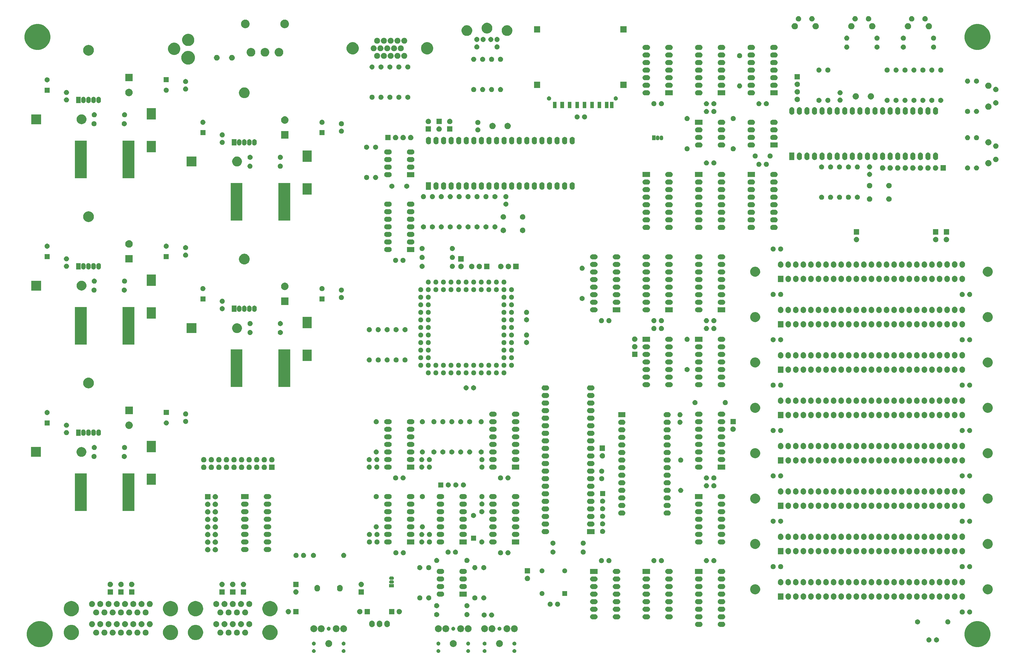
<source format=gts>
G04 #@! TF.GenerationSoftware,KiCad,Pcbnew,(5.1.2)-1*
G04 #@! TF.CreationDate,2019-08-06T08:45:37-07:00*
G04 #@! TF.ProjectId,retroii,72657472-6f69-4692-9e6b-696361645f70,rev?*
G04 #@! TF.SameCoordinates,Original*
G04 #@! TF.FileFunction,Soldermask,Top*
G04 #@! TF.FilePolarity,Negative*
%FSLAX46Y46*%
G04 Gerber Fmt 4.6, Leading zero omitted, Abs format (unit mm)*
G04 Created by KiCad (PCBNEW (5.1.2)-1) date 2019-08-06 08:45:37*
%MOMM*%
%LPD*%
G04 APERTURE LIST*
%ADD10C,0.100000*%
G04 APERTURE END LIST*
D10*
G36*
X258876042Y-322187339D02*
G01*
X258959890Y-322204017D01*
X259078364Y-322253091D01*
X259184988Y-322324335D01*
X259275665Y-322415012D01*
X259346909Y-322521636D01*
X259395983Y-322640110D01*
X259421000Y-322765882D01*
X259421000Y-322894118D01*
X259395983Y-323019890D01*
X259346909Y-323138364D01*
X259275665Y-323244988D01*
X259184988Y-323335665D01*
X259078364Y-323406909D01*
X258959890Y-323455983D01*
X258876042Y-323472661D01*
X258834119Y-323481000D01*
X258705881Y-323481000D01*
X258663958Y-323472661D01*
X258580110Y-323455983D01*
X258461636Y-323406909D01*
X258355012Y-323335665D01*
X258264335Y-323244988D01*
X258193091Y-323138364D01*
X258144017Y-323019890D01*
X258119000Y-322894118D01*
X258119000Y-322765882D01*
X258144017Y-322640110D01*
X258193091Y-322521636D01*
X258264335Y-322415012D01*
X258355012Y-322324335D01*
X258461636Y-322253091D01*
X258580110Y-322204017D01*
X258663958Y-322187339D01*
X258705881Y-322179000D01*
X258834119Y-322179000D01*
X258876042Y-322187339D01*
X258876042Y-322187339D01*
G37*
G36*
X233356042Y-322187339D02*
G01*
X233439890Y-322204017D01*
X233558364Y-322253091D01*
X233664988Y-322324335D01*
X233755665Y-322415012D01*
X233826909Y-322521636D01*
X233875983Y-322640110D01*
X233901000Y-322765882D01*
X233901000Y-322894118D01*
X233875983Y-323019890D01*
X233826909Y-323138364D01*
X233755665Y-323244988D01*
X233664988Y-323335665D01*
X233558364Y-323406909D01*
X233439890Y-323455983D01*
X233356042Y-323472661D01*
X233314119Y-323481000D01*
X233185881Y-323481000D01*
X233143958Y-323472661D01*
X233060110Y-323455983D01*
X232941636Y-323406909D01*
X232835012Y-323335665D01*
X232744335Y-323244988D01*
X232673091Y-323138364D01*
X232624017Y-323019890D01*
X232599000Y-322894118D01*
X232599000Y-322765882D01*
X232624017Y-322640110D01*
X232673091Y-322521636D01*
X232744335Y-322415012D01*
X232835012Y-322324335D01*
X232941636Y-322253091D01*
X233060110Y-322204017D01*
X233143958Y-322187339D01*
X233185881Y-322179000D01*
X233314119Y-322179000D01*
X233356042Y-322187339D01*
X233356042Y-322187339D01*
G37*
G36*
X243356042Y-322187339D02*
G01*
X243439890Y-322204017D01*
X243558364Y-322253091D01*
X243664988Y-322324335D01*
X243755665Y-322415012D01*
X243826909Y-322521636D01*
X243875983Y-322640110D01*
X243901000Y-322765882D01*
X243901000Y-322894118D01*
X243875983Y-323019890D01*
X243826909Y-323138364D01*
X243755665Y-323244988D01*
X243664988Y-323335665D01*
X243558364Y-323406909D01*
X243439890Y-323455983D01*
X243356042Y-323472661D01*
X243314119Y-323481000D01*
X243185881Y-323481000D01*
X243143958Y-323472661D01*
X243060110Y-323455983D01*
X242941636Y-323406909D01*
X242835012Y-323335665D01*
X242744335Y-323244988D01*
X242673091Y-323138364D01*
X242624017Y-323019890D01*
X242599000Y-322894118D01*
X242599000Y-322765882D01*
X242624017Y-322640110D01*
X242673091Y-322521636D01*
X242744335Y-322415012D01*
X242835012Y-322324335D01*
X242941636Y-322253091D01*
X243060110Y-322204017D01*
X243143958Y-322187339D01*
X243185881Y-322179000D01*
X243314119Y-322179000D01*
X243356042Y-322187339D01*
X243356042Y-322187339D01*
G37*
G36*
X191536042Y-322187339D02*
G01*
X191619890Y-322204017D01*
X191738364Y-322253091D01*
X191844988Y-322324335D01*
X191935665Y-322415012D01*
X192006909Y-322521636D01*
X192055983Y-322640110D01*
X192081000Y-322765882D01*
X192081000Y-322894118D01*
X192055983Y-323019890D01*
X192006909Y-323138364D01*
X191935665Y-323244988D01*
X191844988Y-323335665D01*
X191738364Y-323406909D01*
X191619890Y-323455983D01*
X191536042Y-323472661D01*
X191494119Y-323481000D01*
X191365881Y-323481000D01*
X191323958Y-323472661D01*
X191240110Y-323455983D01*
X191121636Y-323406909D01*
X191015012Y-323335665D01*
X190924335Y-323244988D01*
X190853091Y-323138364D01*
X190804017Y-323019890D01*
X190779000Y-322894118D01*
X190779000Y-322765882D01*
X190804017Y-322640110D01*
X190853091Y-322521636D01*
X190924335Y-322415012D01*
X191015012Y-322324335D01*
X191121636Y-322253091D01*
X191240110Y-322204017D01*
X191323958Y-322187339D01*
X191365881Y-322179000D01*
X191494119Y-322179000D01*
X191536042Y-322187339D01*
X191536042Y-322187339D01*
G37*
G36*
X201536042Y-322187339D02*
G01*
X201619890Y-322204017D01*
X201738364Y-322253091D01*
X201844988Y-322324335D01*
X201935665Y-322415012D01*
X202006909Y-322521636D01*
X202055983Y-322640110D01*
X202081000Y-322765882D01*
X202081000Y-322894118D01*
X202055983Y-323019890D01*
X202006909Y-323138364D01*
X201935665Y-323244988D01*
X201844988Y-323335665D01*
X201738364Y-323406909D01*
X201619890Y-323455983D01*
X201536042Y-323472661D01*
X201494119Y-323481000D01*
X201365881Y-323481000D01*
X201323958Y-323472661D01*
X201240110Y-323455983D01*
X201121636Y-323406909D01*
X201015012Y-323335665D01*
X200924335Y-323244988D01*
X200853091Y-323138364D01*
X200804017Y-323019890D01*
X200779000Y-322894118D01*
X200779000Y-322765882D01*
X200804017Y-322640110D01*
X200853091Y-322521636D01*
X200924335Y-322415012D01*
X201015012Y-322324335D01*
X201121636Y-322253091D01*
X201240110Y-322204017D01*
X201323958Y-322187339D01*
X201365881Y-322179000D01*
X201494119Y-322179000D01*
X201536042Y-322187339D01*
X201536042Y-322187339D01*
G37*
G36*
X248876042Y-322187339D02*
G01*
X248959890Y-322204017D01*
X249078364Y-322253091D01*
X249184988Y-322324335D01*
X249275665Y-322415012D01*
X249346909Y-322521636D01*
X249395983Y-322640110D01*
X249421000Y-322765882D01*
X249421000Y-322894118D01*
X249395983Y-323019890D01*
X249346909Y-323138364D01*
X249275665Y-323244988D01*
X249184988Y-323335665D01*
X249078364Y-323406909D01*
X248959890Y-323455983D01*
X248876042Y-323472661D01*
X248834119Y-323481000D01*
X248705881Y-323481000D01*
X248663958Y-323472661D01*
X248580110Y-323455983D01*
X248461636Y-323406909D01*
X248355012Y-323335665D01*
X248264335Y-323244988D01*
X248193091Y-323138364D01*
X248144017Y-323019890D01*
X248119000Y-322894118D01*
X248119000Y-322765882D01*
X248144017Y-322640110D01*
X248193091Y-322521636D01*
X248264335Y-322415012D01*
X248355012Y-322324335D01*
X248461636Y-322253091D01*
X248580110Y-322204017D01*
X248663958Y-322187339D01*
X248705881Y-322179000D01*
X248834119Y-322179000D01*
X248876042Y-322187339D01*
X248876042Y-322187339D01*
G37*
G36*
X100649138Y-312996205D02*
G01*
X100649141Y-312996206D01*
X100649140Y-312996206D01*
X101440972Y-313324193D01*
X102153601Y-313800357D01*
X102759643Y-314406399D01*
X103235807Y-315119028D01*
X103451186Y-315639000D01*
X103563795Y-315910862D01*
X103731000Y-316751462D01*
X103731000Y-317608538D01*
X103563795Y-318449138D01*
X103563794Y-318449140D01*
X103235807Y-319240972D01*
X102759643Y-319953601D01*
X102153601Y-320559643D01*
X101440972Y-321035807D01*
X100986534Y-321224041D01*
X100649138Y-321363795D01*
X99808538Y-321531000D01*
X98951462Y-321531000D01*
X98110862Y-321363795D01*
X97773466Y-321224041D01*
X97319028Y-321035807D01*
X96606399Y-320559643D01*
X96000357Y-319953601D01*
X95524193Y-319240972D01*
X95196206Y-318449140D01*
X95196205Y-318449138D01*
X95029000Y-317608538D01*
X95029000Y-316751462D01*
X95196205Y-315910862D01*
X95308814Y-315639000D01*
X95524193Y-315119028D01*
X96000357Y-314406399D01*
X96606399Y-313800357D01*
X97319028Y-313324193D01*
X98110860Y-312996206D01*
X98110859Y-312996206D01*
X98110862Y-312996205D01*
X98951462Y-312829000D01*
X99808538Y-312829000D01*
X100649138Y-312996205D01*
X100649138Y-312996205D01*
G37*
G36*
X415529138Y-312996205D02*
G01*
X415529141Y-312996206D01*
X415529140Y-312996206D01*
X416320972Y-313324193D01*
X417033601Y-313800357D01*
X417639643Y-314406399D01*
X418115807Y-315119028D01*
X418331186Y-315639000D01*
X418443795Y-315910862D01*
X418611000Y-316751462D01*
X418611000Y-317608538D01*
X418443795Y-318449138D01*
X418443794Y-318449140D01*
X418115807Y-319240972D01*
X417639643Y-319953601D01*
X417033601Y-320559643D01*
X416320972Y-321035807D01*
X415866534Y-321224041D01*
X415529138Y-321363795D01*
X414688538Y-321531000D01*
X413831462Y-321531000D01*
X412990862Y-321363795D01*
X412653466Y-321224041D01*
X412199028Y-321035807D01*
X411486399Y-320559643D01*
X410880357Y-319953601D01*
X410404193Y-319240972D01*
X410076206Y-318449140D01*
X410076205Y-318449138D01*
X409909000Y-317608538D01*
X409909000Y-316751462D01*
X410076205Y-315910862D01*
X410188814Y-315639000D01*
X410404193Y-315119028D01*
X410880357Y-314406399D01*
X411486399Y-313800357D01*
X412199028Y-313324193D01*
X412990860Y-312996206D01*
X412990859Y-312996206D01*
X412990862Y-312996205D01*
X413831462Y-312829000D01*
X414688538Y-312829000D01*
X415529138Y-312996205D01*
X415529138Y-312996205D01*
G37*
G36*
X238412713Y-319188816D02*
G01*
X238585734Y-319223232D01*
X238795203Y-319309997D01*
X238983720Y-319435960D01*
X239144040Y-319596280D01*
X239270003Y-319784797D01*
X239356768Y-319994266D01*
X239401000Y-320216636D01*
X239401000Y-320443364D01*
X239356768Y-320665734D01*
X239270003Y-320875203D01*
X239144040Y-321063720D01*
X238983720Y-321224040D01*
X238795203Y-321350003D01*
X238585734Y-321436768D01*
X238437487Y-321466256D01*
X238363365Y-321481000D01*
X238136635Y-321481000D01*
X238062513Y-321466256D01*
X237914266Y-321436768D01*
X237704797Y-321350003D01*
X237516280Y-321224040D01*
X237355960Y-321063720D01*
X237229997Y-320875203D01*
X237143232Y-320665734D01*
X237099000Y-320443364D01*
X237099000Y-320216636D01*
X237143232Y-319994266D01*
X237229997Y-319784797D01*
X237355960Y-319596280D01*
X237516280Y-319435960D01*
X237704797Y-319309997D01*
X237914266Y-319223232D01*
X238087287Y-319188816D01*
X238136635Y-319179000D01*
X238363365Y-319179000D01*
X238412713Y-319188816D01*
X238412713Y-319188816D01*
G37*
G36*
X253932713Y-319188816D02*
G01*
X254105734Y-319223232D01*
X254315203Y-319309997D01*
X254503720Y-319435960D01*
X254664040Y-319596280D01*
X254790003Y-319784797D01*
X254876768Y-319994266D01*
X254921000Y-320216636D01*
X254921000Y-320443364D01*
X254876768Y-320665734D01*
X254790003Y-320875203D01*
X254664040Y-321063720D01*
X254503720Y-321224040D01*
X254315203Y-321350003D01*
X254105734Y-321436768D01*
X253957487Y-321466256D01*
X253883365Y-321481000D01*
X253656635Y-321481000D01*
X253582513Y-321466256D01*
X253434266Y-321436768D01*
X253224797Y-321350003D01*
X253036280Y-321224040D01*
X252875960Y-321063720D01*
X252749997Y-320875203D01*
X252663232Y-320665734D01*
X252619000Y-320443364D01*
X252619000Y-320216636D01*
X252663232Y-319994266D01*
X252749997Y-319784797D01*
X252875960Y-319596280D01*
X253036280Y-319435960D01*
X253224797Y-319309997D01*
X253434266Y-319223232D01*
X253607287Y-319188816D01*
X253656635Y-319179000D01*
X253883365Y-319179000D01*
X253932713Y-319188816D01*
X253932713Y-319188816D01*
G37*
G36*
X196592713Y-319188816D02*
G01*
X196765734Y-319223232D01*
X196975203Y-319309997D01*
X197163720Y-319435960D01*
X197324040Y-319596280D01*
X197450003Y-319784797D01*
X197536768Y-319994266D01*
X197581000Y-320216636D01*
X197581000Y-320443364D01*
X197536768Y-320665734D01*
X197450003Y-320875203D01*
X197324040Y-321063720D01*
X197163720Y-321224040D01*
X196975203Y-321350003D01*
X196765734Y-321436768D01*
X196617487Y-321466256D01*
X196543365Y-321481000D01*
X196316635Y-321481000D01*
X196242513Y-321466256D01*
X196094266Y-321436768D01*
X195884797Y-321350003D01*
X195696280Y-321224040D01*
X195535960Y-321063720D01*
X195409997Y-320875203D01*
X195323232Y-320665734D01*
X195279000Y-320443364D01*
X195279000Y-320216636D01*
X195323232Y-319994266D01*
X195409997Y-319784797D01*
X195535960Y-319596280D01*
X195696280Y-319435960D01*
X195884797Y-319309997D01*
X196094266Y-319223232D01*
X196267287Y-319188816D01*
X196316635Y-319179000D01*
X196543365Y-319179000D01*
X196592713Y-319188816D01*
X196592713Y-319188816D01*
G37*
G36*
X201536042Y-319687339D02*
G01*
X201619890Y-319704017D01*
X201738364Y-319753091D01*
X201785815Y-319784797D01*
X201844987Y-319824334D01*
X201935666Y-319915013D01*
X201941201Y-319923297D01*
X202006909Y-320021636D01*
X202055983Y-320140110D01*
X202081000Y-320265882D01*
X202081000Y-320394118D01*
X202055983Y-320519890D01*
X202006909Y-320638364D01*
X201935665Y-320744988D01*
X201844988Y-320835665D01*
X201738364Y-320906909D01*
X201619890Y-320955983D01*
X201536042Y-320972661D01*
X201494119Y-320981000D01*
X201365881Y-320981000D01*
X201323958Y-320972661D01*
X201240110Y-320955983D01*
X201121636Y-320906909D01*
X201015012Y-320835665D01*
X200924335Y-320744988D01*
X200853091Y-320638364D01*
X200804017Y-320519890D01*
X200779000Y-320394118D01*
X200779000Y-320265882D01*
X200804017Y-320140110D01*
X200853091Y-320021636D01*
X200918799Y-319923297D01*
X200924334Y-319915013D01*
X201015013Y-319824334D01*
X201074185Y-319784797D01*
X201121636Y-319753091D01*
X201240110Y-319704017D01*
X201323958Y-319687339D01*
X201365881Y-319679000D01*
X201494119Y-319679000D01*
X201536042Y-319687339D01*
X201536042Y-319687339D01*
G37*
G36*
X233356042Y-319687339D02*
G01*
X233439890Y-319704017D01*
X233558364Y-319753091D01*
X233605815Y-319784797D01*
X233664987Y-319824334D01*
X233755666Y-319915013D01*
X233761201Y-319923297D01*
X233826909Y-320021636D01*
X233875983Y-320140110D01*
X233901000Y-320265882D01*
X233901000Y-320394118D01*
X233875983Y-320519890D01*
X233826909Y-320638364D01*
X233755665Y-320744988D01*
X233664988Y-320835665D01*
X233558364Y-320906909D01*
X233439890Y-320955983D01*
X233356042Y-320972661D01*
X233314119Y-320981000D01*
X233185881Y-320981000D01*
X233143958Y-320972661D01*
X233060110Y-320955983D01*
X232941636Y-320906909D01*
X232835012Y-320835665D01*
X232744335Y-320744988D01*
X232673091Y-320638364D01*
X232624017Y-320519890D01*
X232599000Y-320394118D01*
X232599000Y-320265882D01*
X232624017Y-320140110D01*
X232673091Y-320021636D01*
X232738799Y-319923297D01*
X232744334Y-319915013D01*
X232835013Y-319824334D01*
X232894185Y-319784797D01*
X232941636Y-319753091D01*
X233060110Y-319704017D01*
X233143958Y-319687339D01*
X233185881Y-319679000D01*
X233314119Y-319679000D01*
X233356042Y-319687339D01*
X233356042Y-319687339D01*
G37*
G36*
X243356042Y-319687339D02*
G01*
X243439890Y-319704017D01*
X243558364Y-319753091D01*
X243605815Y-319784797D01*
X243664987Y-319824334D01*
X243755666Y-319915013D01*
X243761201Y-319923297D01*
X243826909Y-320021636D01*
X243875983Y-320140110D01*
X243901000Y-320265882D01*
X243901000Y-320394118D01*
X243875983Y-320519890D01*
X243826909Y-320638364D01*
X243755665Y-320744988D01*
X243664988Y-320835665D01*
X243558364Y-320906909D01*
X243439890Y-320955983D01*
X243356042Y-320972661D01*
X243314119Y-320981000D01*
X243185881Y-320981000D01*
X243143958Y-320972661D01*
X243060110Y-320955983D01*
X242941636Y-320906909D01*
X242835012Y-320835665D01*
X242744335Y-320744988D01*
X242673091Y-320638364D01*
X242624017Y-320519890D01*
X242599000Y-320394118D01*
X242599000Y-320265882D01*
X242624017Y-320140110D01*
X242673091Y-320021636D01*
X242738799Y-319923297D01*
X242744334Y-319915013D01*
X242835013Y-319824334D01*
X242894185Y-319784797D01*
X242941636Y-319753091D01*
X243060110Y-319704017D01*
X243143958Y-319687339D01*
X243185881Y-319679000D01*
X243314119Y-319679000D01*
X243356042Y-319687339D01*
X243356042Y-319687339D01*
G37*
G36*
X191536042Y-319687339D02*
G01*
X191619890Y-319704017D01*
X191738364Y-319753091D01*
X191785815Y-319784797D01*
X191844987Y-319824334D01*
X191935666Y-319915013D01*
X191941201Y-319923297D01*
X192006909Y-320021636D01*
X192055983Y-320140110D01*
X192081000Y-320265882D01*
X192081000Y-320394118D01*
X192055983Y-320519890D01*
X192006909Y-320638364D01*
X191935665Y-320744988D01*
X191844988Y-320835665D01*
X191738364Y-320906909D01*
X191619890Y-320955983D01*
X191536042Y-320972661D01*
X191494119Y-320981000D01*
X191365881Y-320981000D01*
X191323958Y-320972661D01*
X191240110Y-320955983D01*
X191121636Y-320906909D01*
X191015012Y-320835665D01*
X190924335Y-320744988D01*
X190853091Y-320638364D01*
X190804017Y-320519890D01*
X190779000Y-320394118D01*
X190779000Y-320265882D01*
X190804017Y-320140110D01*
X190853091Y-320021636D01*
X190918799Y-319923297D01*
X190924334Y-319915013D01*
X191015013Y-319824334D01*
X191074185Y-319784797D01*
X191121636Y-319753091D01*
X191240110Y-319704017D01*
X191323958Y-319687339D01*
X191365881Y-319679000D01*
X191494119Y-319679000D01*
X191536042Y-319687339D01*
X191536042Y-319687339D01*
G37*
G36*
X258876042Y-319687339D02*
G01*
X258959890Y-319704017D01*
X259078364Y-319753091D01*
X259125815Y-319784797D01*
X259184987Y-319824334D01*
X259275666Y-319915013D01*
X259281201Y-319923297D01*
X259346909Y-320021636D01*
X259395983Y-320140110D01*
X259421000Y-320265882D01*
X259421000Y-320394118D01*
X259395983Y-320519890D01*
X259346909Y-320638364D01*
X259275665Y-320744988D01*
X259184988Y-320835665D01*
X259078364Y-320906909D01*
X258959890Y-320955983D01*
X258876042Y-320972661D01*
X258834119Y-320981000D01*
X258705881Y-320981000D01*
X258663958Y-320972661D01*
X258580110Y-320955983D01*
X258461636Y-320906909D01*
X258355012Y-320835665D01*
X258264335Y-320744988D01*
X258193091Y-320638364D01*
X258144017Y-320519890D01*
X258119000Y-320394118D01*
X258119000Y-320265882D01*
X258144017Y-320140110D01*
X258193091Y-320021636D01*
X258258799Y-319923297D01*
X258264334Y-319915013D01*
X258355013Y-319824334D01*
X258414185Y-319784797D01*
X258461636Y-319753091D01*
X258580110Y-319704017D01*
X258663958Y-319687339D01*
X258705881Y-319679000D01*
X258834119Y-319679000D01*
X258876042Y-319687339D01*
X258876042Y-319687339D01*
G37*
G36*
X248876042Y-319687339D02*
G01*
X248959890Y-319704017D01*
X249078364Y-319753091D01*
X249125815Y-319784797D01*
X249184987Y-319824334D01*
X249275666Y-319915013D01*
X249281201Y-319923297D01*
X249346909Y-320021636D01*
X249395983Y-320140110D01*
X249421000Y-320265882D01*
X249421000Y-320394118D01*
X249395983Y-320519890D01*
X249346909Y-320638364D01*
X249275665Y-320744988D01*
X249184988Y-320835665D01*
X249078364Y-320906909D01*
X248959890Y-320955983D01*
X248876042Y-320972661D01*
X248834119Y-320981000D01*
X248705881Y-320981000D01*
X248663958Y-320972661D01*
X248580110Y-320955983D01*
X248461636Y-320906909D01*
X248355012Y-320835665D01*
X248264335Y-320744988D01*
X248193091Y-320638364D01*
X248144017Y-320519890D01*
X248119000Y-320394118D01*
X248119000Y-320265882D01*
X248144017Y-320140110D01*
X248193091Y-320021636D01*
X248258799Y-319923297D01*
X248264334Y-319915013D01*
X248355013Y-319824334D01*
X248414185Y-319784797D01*
X248461636Y-319753091D01*
X248580110Y-319704017D01*
X248663958Y-319687339D01*
X248705881Y-319679000D01*
X248834119Y-319679000D01*
X248876042Y-319687339D01*
X248876042Y-319687339D01*
G37*
G36*
X398210846Y-318286702D02*
G01*
X398210849Y-318286703D01*
X398210848Y-318286703D01*
X398365720Y-318350853D01*
X398505101Y-318443985D01*
X398623635Y-318562519D01*
X398716767Y-318701900D01*
X398769911Y-318830202D01*
X398780918Y-318856774D01*
X398813620Y-319021182D01*
X398813620Y-319188818D01*
X398780918Y-319353226D01*
X398780917Y-319353228D01*
X398716767Y-319508100D01*
X398657845Y-319596282D01*
X398623636Y-319647480D01*
X398505100Y-319766016D01*
X398477376Y-319784541D01*
X398365720Y-319859147D01*
X398257435Y-319904000D01*
X398210846Y-319923298D01*
X398046438Y-319956000D01*
X397878802Y-319956000D01*
X397714394Y-319923298D01*
X397667805Y-319904000D01*
X397559520Y-319859147D01*
X397447864Y-319784541D01*
X397420140Y-319766016D01*
X397301604Y-319647480D01*
X397267395Y-319596282D01*
X397208473Y-319508100D01*
X397144323Y-319353228D01*
X397144322Y-319353226D01*
X397111620Y-319188818D01*
X397111620Y-319021182D01*
X397144322Y-318856774D01*
X397155329Y-318830202D01*
X397208473Y-318701900D01*
X397301605Y-318562519D01*
X397420139Y-318443985D01*
X397559520Y-318350853D01*
X397714392Y-318286703D01*
X397714391Y-318286703D01*
X397714394Y-318286702D01*
X397878802Y-318254000D01*
X398046438Y-318254000D01*
X398210846Y-318286702D01*
X398210846Y-318286702D01*
G37*
G36*
X400750846Y-318286702D02*
G01*
X400750849Y-318286703D01*
X400750848Y-318286703D01*
X400905720Y-318350853D01*
X401045101Y-318443985D01*
X401163635Y-318562519D01*
X401256767Y-318701900D01*
X401309911Y-318830202D01*
X401320918Y-318856774D01*
X401353620Y-319021182D01*
X401353620Y-319188818D01*
X401320918Y-319353226D01*
X401320917Y-319353228D01*
X401256767Y-319508100D01*
X401197845Y-319596282D01*
X401163636Y-319647480D01*
X401045100Y-319766016D01*
X401017376Y-319784541D01*
X400905720Y-319859147D01*
X400797435Y-319904000D01*
X400750846Y-319923298D01*
X400586438Y-319956000D01*
X400418802Y-319956000D01*
X400254394Y-319923298D01*
X400207805Y-319904000D01*
X400099520Y-319859147D01*
X399987864Y-319784541D01*
X399960140Y-319766016D01*
X399841604Y-319647480D01*
X399807395Y-319596282D01*
X399748473Y-319508100D01*
X399684323Y-319353228D01*
X399684322Y-319353226D01*
X399651620Y-319188818D01*
X399651620Y-319021182D01*
X399684322Y-318856774D01*
X399695329Y-318830202D01*
X399748473Y-318701900D01*
X399841605Y-318562519D01*
X399960139Y-318443985D01*
X400099520Y-318350853D01*
X400254392Y-318286703D01*
X400254391Y-318286703D01*
X400254394Y-318286702D01*
X400418802Y-318254000D01*
X400586438Y-318254000D01*
X400750846Y-318286702D01*
X400750846Y-318286702D01*
G37*
G36*
X152459097Y-314157033D02*
G01*
X152459100Y-314157034D01*
X152459099Y-314157034D01*
X152923352Y-314349333D01*
X153341168Y-314628509D01*
X153696491Y-314983832D01*
X153975667Y-315401648D01*
X154085054Y-315665734D01*
X154167967Y-315865903D01*
X154266000Y-316358747D01*
X154266000Y-316861253D01*
X154167967Y-317354097D01*
X154167966Y-317354099D01*
X153975667Y-317818352D01*
X153696491Y-318236168D01*
X153341168Y-318591491D01*
X152923352Y-318870667D01*
X152559975Y-319021182D01*
X152459097Y-319062967D01*
X151966253Y-319161000D01*
X151463747Y-319161000D01*
X150970903Y-319062967D01*
X150870025Y-319021182D01*
X150506648Y-318870667D01*
X150088832Y-318591491D01*
X149733509Y-318236168D01*
X149454333Y-317818352D01*
X149262034Y-317354099D01*
X149262033Y-317354097D01*
X149164000Y-316861253D01*
X149164000Y-316358747D01*
X149262033Y-315865903D01*
X149344946Y-315665734D01*
X149454333Y-315401648D01*
X149733509Y-314983832D01*
X150088832Y-314628509D01*
X150506648Y-314349333D01*
X150970901Y-314157034D01*
X150970900Y-314157034D01*
X150970903Y-314157033D01*
X151463747Y-314059000D01*
X151966253Y-314059000D01*
X152459097Y-314157033D01*
X152459097Y-314157033D01*
G37*
G36*
X144069097Y-314157033D02*
G01*
X144069100Y-314157034D01*
X144069099Y-314157034D01*
X144533352Y-314349333D01*
X144951168Y-314628509D01*
X145306491Y-314983832D01*
X145585667Y-315401648D01*
X145695054Y-315665734D01*
X145777967Y-315865903D01*
X145876000Y-316358747D01*
X145876000Y-316861253D01*
X145777967Y-317354097D01*
X145777966Y-317354099D01*
X145585667Y-317818352D01*
X145306491Y-318236168D01*
X144951168Y-318591491D01*
X144533352Y-318870667D01*
X144169975Y-319021182D01*
X144069097Y-319062967D01*
X143576253Y-319161000D01*
X143073747Y-319161000D01*
X142580903Y-319062967D01*
X142480025Y-319021182D01*
X142116648Y-318870667D01*
X141698832Y-318591491D01*
X141343509Y-318236168D01*
X141064333Y-317818352D01*
X140872034Y-317354099D01*
X140872033Y-317354097D01*
X140774000Y-316861253D01*
X140774000Y-316358747D01*
X140872033Y-315865903D01*
X140954946Y-315665734D01*
X141064333Y-315401648D01*
X141343509Y-314983832D01*
X141698832Y-314628509D01*
X142116648Y-314349333D01*
X142580901Y-314157034D01*
X142580900Y-314157034D01*
X142580903Y-314157033D01*
X143073747Y-314059000D01*
X143576253Y-314059000D01*
X144069097Y-314157033D01*
X144069097Y-314157033D01*
G37*
G36*
X177449097Y-314157033D02*
G01*
X177449100Y-314157034D01*
X177449099Y-314157034D01*
X177913352Y-314349333D01*
X178331168Y-314628509D01*
X178686491Y-314983832D01*
X178965667Y-315401648D01*
X179075054Y-315665734D01*
X179157967Y-315865903D01*
X179256000Y-316358747D01*
X179256000Y-316861253D01*
X179157967Y-317354097D01*
X179157966Y-317354099D01*
X178965667Y-317818352D01*
X178686491Y-318236168D01*
X178331168Y-318591491D01*
X177913352Y-318870667D01*
X177549975Y-319021182D01*
X177449097Y-319062967D01*
X176956253Y-319161000D01*
X176453747Y-319161000D01*
X175960903Y-319062967D01*
X175860025Y-319021182D01*
X175496648Y-318870667D01*
X175078832Y-318591491D01*
X174723509Y-318236168D01*
X174444333Y-317818352D01*
X174252034Y-317354099D01*
X174252033Y-317354097D01*
X174154000Y-316861253D01*
X174154000Y-316358747D01*
X174252033Y-315865903D01*
X174334946Y-315665734D01*
X174444333Y-315401648D01*
X174723509Y-314983832D01*
X175078832Y-314628509D01*
X175496648Y-314349333D01*
X175960901Y-314157034D01*
X175960900Y-314157034D01*
X175960903Y-314157033D01*
X176453747Y-314059000D01*
X176956253Y-314059000D01*
X177449097Y-314157033D01*
X177449097Y-314157033D01*
G37*
G36*
X110749097Y-314157033D02*
G01*
X110749100Y-314157034D01*
X110749099Y-314157034D01*
X111213352Y-314349333D01*
X111631168Y-314628509D01*
X111986491Y-314983832D01*
X112265667Y-315401648D01*
X112375054Y-315665734D01*
X112457967Y-315865903D01*
X112556000Y-316358747D01*
X112556000Y-316861253D01*
X112457967Y-317354097D01*
X112457966Y-317354099D01*
X112265667Y-317818352D01*
X111986491Y-318236168D01*
X111631168Y-318591491D01*
X111213352Y-318870667D01*
X110849975Y-319021182D01*
X110749097Y-319062967D01*
X110256253Y-319161000D01*
X109753747Y-319161000D01*
X109260903Y-319062967D01*
X109160025Y-319021182D01*
X108796648Y-318870667D01*
X108378832Y-318591491D01*
X108023509Y-318236168D01*
X107744333Y-317818352D01*
X107552034Y-317354099D01*
X107552033Y-317354097D01*
X107454000Y-316861253D01*
X107454000Y-316358747D01*
X107552033Y-315865903D01*
X107634946Y-315665734D01*
X107744333Y-315401648D01*
X108023509Y-314983832D01*
X108378832Y-314628509D01*
X108796648Y-314349333D01*
X109260901Y-314157034D01*
X109260900Y-314157034D01*
X109260903Y-314157033D01*
X109753747Y-314059000D01*
X110256253Y-314059000D01*
X110749097Y-314157033D01*
X110749097Y-314157033D01*
G37*
G36*
X132358054Y-315651823D02*
G01*
X132486981Y-315677468D01*
X132593693Y-315721670D01*
X132669150Y-315752925D01*
X132833099Y-315862472D01*
X132972528Y-316001901D01*
X133082075Y-316165850D01*
X133106178Y-316224040D01*
X133157532Y-316348019D01*
X133196000Y-316541410D01*
X133196000Y-316738590D01*
X133157532Y-316931981D01*
X133115330Y-317033864D01*
X133082075Y-317114150D01*
X132972528Y-317278099D01*
X132833099Y-317417528D01*
X132669150Y-317527075D01*
X132593693Y-317558330D01*
X132486981Y-317602532D01*
X132379155Y-317623980D01*
X132293591Y-317641000D01*
X132096409Y-317641000D01*
X132010845Y-317623980D01*
X131903019Y-317602532D01*
X131796307Y-317558330D01*
X131720850Y-317527075D01*
X131556901Y-317417528D01*
X131417472Y-317278099D01*
X131307925Y-317114150D01*
X131274670Y-317033864D01*
X131232468Y-316931981D01*
X131194000Y-316738590D01*
X131194000Y-316541410D01*
X131232468Y-316348019D01*
X131283822Y-316224040D01*
X131307925Y-316165850D01*
X131417472Y-316001901D01*
X131556901Y-315862472D01*
X131720850Y-315752925D01*
X131796307Y-315721670D01*
X131903019Y-315677468D01*
X132031946Y-315651823D01*
X132096409Y-315639000D01*
X132293591Y-315639000D01*
X132358054Y-315651823D01*
X132358054Y-315651823D01*
G37*
G36*
X121278054Y-315651823D02*
G01*
X121406981Y-315677468D01*
X121513693Y-315721670D01*
X121589150Y-315752925D01*
X121753099Y-315862472D01*
X121892528Y-316001901D01*
X122002075Y-316165850D01*
X122026178Y-316224040D01*
X122077532Y-316348019D01*
X122116000Y-316541410D01*
X122116000Y-316738590D01*
X122077532Y-316931981D01*
X122035330Y-317033864D01*
X122002075Y-317114150D01*
X121892528Y-317278099D01*
X121753099Y-317417528D01*
X121589150Y-317527075D01*
X121513693Y-317558330D01*
X121406981Y-317602532D01*
X121299155Y-317623980D01*
X121213591Y-317641000D01*
X121016409Y-317641000D01*
X120930845Y-317623980D01*
X120823019Y-317602532D01*
X120716307Y-317558330D01*
X120640850Y-317527075D01*
X120476901Y-317417528D01*
X120337472Y-317278099D01*
X120227925Y-317114150D01*
X120194670Y-317033864D01*
X120152468Y-316931981D01*
X120114000Y-316738590D01*
X120114000Y-316541410D01*
X120152468Y-316348019D01*
X120203822Y-316224040D01*
X120227925Y-316165850D01*
X120337472Y-316001901D01*
X120476901Y-315862472D01*
X120640850Y-315752925D01*
X120716307Y-315721670D01*
X120823019Y-315677468D01*
X120951946Y-315651823D01*
X121016409Y-315639000D01*
X121213591Y-315639000D01*
X121278054Y-315651823D01*
X121278054Y-315651823D01*
G37*
G36*
X124048054Y-315651823D02*
G01*
X124176981Y-315677468D01*
X124283693Y-315721670D01*
X124359150Y-315752925D01*
X124523099Y-315862472D01*
X124662528Y-316001901D01*
X124772075Y-316165850D01*
X124796178Y-316224040D01*
X124847532Y-316348019D01*
X124886000Y-316541410D01*
X124886000Y-316738590D01*
X124847532Y-316931981D01*
X124805330Y-317033864D01*
X124772075Y-317114150D01*
X124662528Y-317278099D01*
X124523099Y-317417528D01*
X124359150Y-317527075D01*
X124283693Y-317558330D01*
X124176981Y-317602532D01*
X124069155Y-317623980D01*
X123983591Y-317641000D01*
X123786409Y-317641000D01*
X123700845Y-317623980D01*
X123593019Y-317602532D01*
X123486307Y-317558330D01*
X123410850Y-317527075D01*
X123246901Y-317417528D01*
X123107472Y-317278099D01*
X122997925Y-317114150D01*
X122964670Y-317033864D01*
X122922468Y-316931981D01*
X122884000Y-316738590D01*
X122884000Y-316541410D01*
X122922468Y-316348019D01*
X122973822Y-316224040D01*
X122997925Y-316165850D01*
X123107472Y-316001901D01*
X123246901Y-315862472D01*
X123410850Y-315752925D01*
X123486307Y-315721670D01*
X123593019Y-315677468D01*
X123721946Y-315651823D01*
X123786409Y-315639000D01*
X123983591Y-315639000D01*
X124048054Y-315651823D01*
X124048054Y-315651823D01*
G37*
G36*
X126818054Y-315651823D02*
G01*
X126946981Y-315677468D01*
X127053693Y-315721670D01*
X127129150Y-315752925D01*
X127293099Y-315862472D01*
X127432528Y-316001901D01*
X127542075Y-316165850D01*
X127566178Y-316224040D01*
X127617532Y-316348019D01*
X127656000Y-316541410D01*
X127656000Y-316738590D01*
X127617532Y-316931981D01*
X127575330Y-317033864D01*
X127542075Y-317114150D01*
X127432528Y-317278099D01*
X127293099Y-317417528D01*
X127129150Y-317527075D01*
X127053693Y-317558330D01*
X126946981Y-317602532D01*
X126839155Y-317623980D01*
X126753591Y-317641000D01*
X126556409Y-317641000D01*
X126470845Y-317623980D01*
X126363019Y-317602532D01*
X126256307Y-317558330D01*
X126180850Y-317527075D01*
X126016901Y-317417528D01*
X125877472Y-317278099D01*
X125767925Y-317114150D01*
X125734670Y-317033864D01*
X125692468Y-316931981D01*
X125654000Y-316738590D01*
X125654000Y-316541410D01*
X125692468Y-316348019D01*
X125743822Y-316224040D01*
X125767925Y-316165850D01*
X125877472Y-316001901D01*
X126016901Y-315862472D01*
X126180850Y-315752925D01*
X126256307Y-315721670D01*
X126363019Y-315677468D01*
X126491946Y-315651823D01*
X126556409Y-315639000D01*
X126753591Y-315639000D01*
X126818054Y-315651823D01*
X126818054Y-315651823D01*
G37*
G36*
X129588054Y-315651823D02*
G01*
X129716981Y-315677468D01*
X129823693Y-315721670D01*
X129899150Y-315752925D01*
X130063099Y-315862472D01*
X130202528Y-316001901D01*
X130312075Y-316165850D01*
X130336178Y-316224040D01*
X130387532Y-316348019D01*
X130426000Y-316541410D01*
X130426000Y-316738590D01*
X130387532Y-316931981D01*
X130345330Y-317033864D01*
X130312075Y-317114150D01*
X130202528Y-317278099D01*
X130063099Y-317417528D01*
X129899150Y-317527075D01*
X129823693Y-317558330D01*
X129716981Y-317602532D01*
X129609155Y-317623980D01*
X129523591Y-317641000D01*
X129326409Y-317641000D01*
X129240845Y-317623980D01*
X129133019Y-317602532D01*
X129026307Y-317558330D01*
X128950850Y-317527075D01*
X128786901Y-317417528D01*
X128647472Y-317278099D01*
X128537925Y-317114150D01*
X128504670Y-317033864D01*
X128462468Y-316931981D01*
X128424000Y-316738590D01*
X128424000Y-316541410D01*
X128462468Y-316348019D01*
X128513822Y-316224040D01*
X128537925Y-316165850D01*
X128647472Y-316001901D01*
X128786901Y-315862472D01*
X128950850Y-315752925D01*
X129026307Y-315721670D01*
X129133019Y-315677468D01*
X129261946Y-315651823D01*
X129326409Y-315639000D01*
X129523591Y-315639000D01*
X129588054Y-315651823D01*
X129588054Y-315651823D01*
G37*
G36*
X135128054Y-315651823D02*
G01*
X135256981Y-315677468D01*
X135363693Y-315721670D01*
X135439150Y-315752925D01*
X135603099Y-315862472D01*
X135742528Y-316001901D01*
X135852075Y-316165850D01*
X135876178Y-316224040D01*
X135927532Y-316348019D01*
X135966000Y-316541410D01*
X135966000Y-316738590D01*
X135927532Y-316931981D01*
X135885330Y-317033864D01*
X135852075Y-317114150D01*
X135742528Y-317278099D01*
X135603099Y-317417528D01*
X135439150Y-317527075D01*
X135363693Y-317558330D01*
X135256981Y-317602532D01*
X135149155Y-317623980D01*
X135063591Y-317641000D01*
X134866409Y-317641000D01*
X134780845Y-317623980D01*
X134673019Y-317602532D01*
X134566307Y-317558330D01*
X134490850Y-317527075D01*
X134326901Y-317417528D01*
X134187472Y-317278099D01*
X134077925Y-317114150D01*
X134044670Y-317033864D01*
X134002468Y-316931981D01*
X133964000Y-316738590D01*
X133964000Y-316541410D01*
X134002468Y-316348019D01*
X134053822Y-316224040D01*
X134077925Y-316165850D01*
X134187472Y-316001901D01*
X134326901Y-315862472D01*
X134490850Y-315752925D01*
X134566307Y-315721670D01*
X134673019Y-315677468D01*
X134801946Y-315651823D01*
X134866409Y-315639000D01*
X135063591Y-315639000D01*
X135128054Y-315651823D01*
X135128054Y-315651823D01*
G37*
G36*
X168528054Y-315651823D02*
G01*
X168656981Y-315677468D01*
X168763693Y-315721670D01*
X168839150Y-315752925D01*
X169003099Y-315862472D01*
X169142528Y-316001901D01*
X169252075Y-316165850D01*
X169276178Y-316224040D01*
X169327532Y-316348019D01*
X169366000Y-316541410D01*
X169366000Y-316738590D01*
X169327532Y-316931981D01*
X169285330Y-317033864D01*
X169252075Y-317114150D01*
X169142528Y-317278099D01*
X169003099Y-317417528D01*
X168839150Y-317527075D01*
X168763693Y-317558330D01*
X168656981Y-317602532D01*
X168549155Y-317623980D01*
X168463591Y-317641000D01*
X168266409Y-317641000D01*
X168180845Y-317623980D01*
X168073019Y-317602532D01*
X167966307Y-317558330D01*
X167890850Y-317527075D01*
X167726901Y-317417528D01*
X167587472Y-317278099D01*
X167477925Y-317114150D01*
X167444670Y-317033864D01*
X167402468Y-316931981D01*
X167364000Y-316738590D01*
X167364000Y-316541410D01*
X167402468Y-316348019D01*
X167453822Y-316224040D01*
X167477925Y-316165850D01*
X167587472Y-316001901D01*
X167726901Y-315862472D01*
X167890850Y-315752925D01*
X167966307Y-315721670D01*
X168073019Y-315677468D01*
X168201946Y-315651823D01*
X168266409Y-315639000D01*
X168463591Y-315639000D01*
X168528054Y-315651823D01*
X168528054Y-315651823D01*
G37*
G36*
X160218054Y-315651823D02*
G01*
X160346981Y-315677468D01*
X160453693Y-315721670D01*
X160529150Y-315752925D01*
X160693099Y-315862472D01*
X160832528Y-316001901D01*
X160942075Y-316165850D01*
X160966178Y-316224040D01*
X161017532Y-316348019D01*
X161056000Y-316541410D01*
X161056000Y-316738590D01*
X161017532Y-316931981D01*
X160975330Y-317033864D01*
X160942075Y-317114150D01*
X160832528Y-317278099D01*
X160693099Y-317417528D01*
X160529150Y-317527075D01*
X160453693Y-317558330D01*
X160346981Y-317602532D01*
X160239155Y-317623980D01*
X160153591Y-317641000D01*
X159956409Y-317641000D01*
X159870845Y-317623980D01*
X159763019Y-317602532D01*
X159656307Y-317558330D01*
X159580850Y-317527075D01*
X159416901Y-317417528D01*
X159277472Y-317278099D01*
X159167925Y-317114150D01*
X159134670Y-317033864D01*
X159092468Y-316931981D01*
X159054000Y-316738590D01*
X159054000Y-316541410D01*
X159092468Y-316348019D01*
X159143822Y-316224040D01*
X159167925Y-316165850D01*
X159277472Y-316001901D01*
X159416901Y-315862472D01*
X159580850Y-315752925D01*
X159656307Y-315721670D01*
X159763019Y-315677468D01*
X159891946Y-315651823D01*
X159956409Y-315639000D01*
X160153591Y-315639000D01*
X160218054Y-315651823D01*
X160218054Y-315651823D01*
G37*
G36*
X162988054Y-315651823D02*
G01*
X163116981Y-315677468D01*
X163223693Y-315721670D01*
X163299150Y-315752925D01*
X163463099Y-315862472D01*
X163602528Y-316001901D01*
X163712075Y-316165850D01*
X163736178Y-316224040D01*
X163787532Y-316348019D01*
X163826000Y-316541410D01*
X163826000Y-316738590D01*
X163787532Y-316931981D01*
X163745330Y-317033864D01*
X163712075Y-317114150D01*
X163602528Y-317278099D01*
X163463099Y-317417528D01*
X163299150Y-317527075D01*
X163223693Y-317558330D01*
X163116981Y-317602532D01*
X163009155Y-317623980D01*
X162923591Y-317641000D01*
X162726409Y-317641000D01*
X162640845Y-317623980D01*
X162533019Y-317602532D01*
X162426307Y-317558330D01*
X162350850Y-317527075D01*
X162186901Y-317417528D01*
X162047472Y-317278099D01*
X161937925Y-317114150D01*
X161904670Y-317033864D01*
X161862468Y-316931981D01*
X161824000Y-316738590D01*
X161824000Y-316541410D01*
X161862468Y-316348019D01*
X161913822Y-316224040D01*
X161937925Y-316165850D01*
X162047472Y-316001901D01*
X162186901Y-315862472D01*
X162350850Y-315752925D01*
X162426307Y-315721670D01*
X162533019Y-315677468D01*
X162661946Y-315651823D01*
X162726409Y-315639000D01*
X162923591Y-315639000D01*
X162988054Y-315651823D01*
X162988054Y-315651823D01*
G37*
G36*
X118508054Y-315651823D02*
G01*
X118636981Y-315677468D01*
X118743693Y-315721670D01*
X118819150Y-315752925D01*
X118983099Y-315862472D01*
X119122528Y-316001901D01*
X119232075Y-316165850D01*
X119256178Y-316224040D01*
X119307532Y-316348019D01*
X119346000Y-316541410D01*
X119346000Y-316738590D01*
X119307532Y-316931981D01*
X119265330Y-317033864D01*
X119232075Y-317114150D01*
X119122528Y-317278099D01*
X118983099Y-317417528D01*
X118819150Y-317527075D01*
X118743693Y-317558330D01*
X118636981Y-317602532D01*
X118529155Y-317623980D01*
X118443591Y-317641000D01*
X118246409Y-317641000D01*
X118160845Y-317623980D01*
X118053019Y-317602532D01*
X117946307Y-317558330D01*
X117870850Y-317527075D01*
X117706901Y-317417528D01*
X117567472Y-317278099D01*
X117457925Y-317114150D01*
X117424670Y-317033864D01*
X117382468Y-316931981D01*
X117344000Y-316738590D01*
X117344000Y-316541410D01*
X117382468Y-316348019D01*
X117433822Y-316224040D01*
X117457925Y-316165850D01*
X117567472Y-316001901D01*
X117706901Y-315862472D01*
X117870850Y-315752925D01*
X117946307Y-315721670D01*
X118053019Y-315677468D01*
X118181946Y-315651823D01*
X118246409Y-315639000D01*
X118443591Y-315639000D01*
X118508054Y-315651823D01*
X118508054Y-315651823D01*
G37*
G36*
X165758054Y-315651823D02*
G01*
X165886981Y-315677468D01*
X165993693Y-315721670D01*
X166069150Y-315752925D01*
X166233099Y-315862472D01*
X166372528Y-316001901D01*
X166482075Y-316165850D01*
X166506178Y-316224040D01*
X166557532Y-316348019D01*
X166596000Y-316541410D01*
X166596000Y-316738590D01*
X166557532Y-316931981D01*
X166515330Y-317033864D01*
X166482075Y-317114150D01*
X166372528Y-317278099D01*
X166233099Y-317417528D01*
X166069150Y-317527075D01*
X165993693Y-317558330D01*
X165886981Y-317602532D01*
X165779155Y-317623980D01*
X165693591Y-317641000D01*
X165496409Y-317641000D01*
X165410845Y-317623980D01*
X165303019Y-317602532D01*
X165196307Y-317558330D01*
X165120850Y-317527075D01*
X164956901Y-317417528D01*
X164817472Y-317278099D01*
X164707925Y-317114150D01*
X164674670Y-317033864D01*
X164632468Y-316931981D01*
X164594000Y-316738590D01*
X164594000Y-316541410D01*
X164632468Y-316348019D01*
X164683822Y-316224040D01*
X164707925Y-316165850D01*
X164817472Y-316001901D01*
X164956901Y-315862472D01*
X165120850Y-315752925D01*
X165196307Y-315721670D01*
X165303019Y-315677468D01*
X165431946Y-315651823D01*
X165496409Y-315639000D01*
X165693591Y-315639000D01*
X165758054Y-315651823D01*
X165758054Y-315651823D01*
G37*
G36*
X191610288Y-314192312D02*
G01*
X191765734Y-314223232D01*
X191975203Y-314309997D01*
X192163720Y-314435960D01*
X192324040Y-314596280D01*
X192450003Y-314784797D01*
X192536768Y-314994266D01*
X192581000Y-315216636D01*
X192581000Y-315443364D01*
X192536768Y-315665734D01*
X192450003Y-315875203D01*
X192324040Y-316063720D01*
X192163720Y-316224040D01*
X191975203Y-316350003D01*
X191765734Y-316436768D01*
X191617487Y-316466256D01*
X191543365Y-316481000D01*
X191316635Y-316481000D01*
X191242513Y-316466256D01*
X191094266Y-316436768D01*
X190884797Y-316350003D01*
X190696280Y-316224040D01*
X190535960Y-316063720D01*
X190409997Y-315875203D01*
X190323232Y-315665734D01*
X190279000Y-315443364D01*
X190279000Y-315216636D01*
X190323232Y-314994266D01*
X190409997Y-314784797D01*
X190535960Y-314596280D01*
X190696280Y-314435960D01*
X190884797Y-314309997D01*
X191094266Y-314223232D01*
X191249712Y-314192312D01*
X191316635Y-314179000D01*
X191543365Y-314179000D01*
X191610288Y-314192312D01*
X191610288Y-314192312D01*
G37*
G36*
X258950288Y-314192312D02*
G01*
X259105734Y-314223232D01*
X259315203Y-314309997D01*
X259503720Y-314435960D01*
X259664040Y-314596280D01*
X259790003Y-314784797D01*
X259876768Y-314994266D01*
X259921000Y-315216636D01*
X259921000Y-315443364D01*
X259876768Y-315665734D01*
X259790003Y-315875203D01*
X259664040Y-316063720D01*
X259503720Y-316224040D01*
X259315203Y-316350003D01*
X259105734Y-316436768D01*
X258957487Y-316466256D01*
X258883365Y-316481000D01*
X258656635Y-316481000D01*
X258582513Y-316466256D01*
X258434266Y-316436768D01*
X258224797Y-316350003D01*
X258036280Y-316224040D01*
X257875960Y-316063720D01*
X257749997Y-315875203D01*
X257663232Y-315665734D01*
X257619000Y-315443364D01*
X257619000Y-315216636D01*
X257663232Y-314994266D01*
X257749997Y-314784797D01*
X257875960Y-314596280D01*
X258036280Y-314435960D01*
X258224797Y-314309997D01*
X258434266Y-314223232D01*
X258589712Y-314192312D01*
X258656635Y-314179000D01*
X258883365Y-314179000D01*
X258950288Y-314192312D01*
X258950288Y-314192312D01*
G37*
G36*
X256450288Y-314192312D02*
G01*
X256605734Y-314223232D01*
X256815203Y-314309997D01*
X257003720Y-314435960D01*
X257164040Y-314596280D01*
X257290003Y-314784797D01*
X257376768Y-314994266D01*
X257421000Y-315216636D01*
X257421000Y-315443364D01*
X257376768Y-315665734D01*
X257290003Y-315875203D01*
X257164040Y-316063720D01*
X257003720Y-316224040D01*
X256815203Y-316350003D01*
X256605734Y-316436768D01*
X256457487Y-316466256D01*
X256383365Y-316481000D01*
X256156635Y-316481000D01*
X256082513Y-316466256D01*
X255934266Y-316436768D01*
X255724797Y-316350003D01*
X255536280Y-316224040D01*
X255375960Y-316063720D01*
X255249997Y-315875203D01*
X255163232Y-315665734D01*
X255119000Y-315443364D01*
X255119000Y-315216636D01*
X255163232Y-314994266D01*
X255249997Y-314784797D01*
X255375960Y-314596280D01*
X255536280Y-314435960D01*
X255724797Y-314309997D01*
X255934266Y-314223232D01*
X256089712Y-314192312D01*
X256156635Y-314179000D01*
X256383365Y-314179000D01*
X256450288Y-314192312D01*
X256450288Y-314192312D01*
G37*
G36*
X248950288Y-314192312D02*
G01*
X249105734Y-314223232D01*
X249315203Y-314309997D01*
X249503720Y-314435960D01*
X249664040Y-314596280D01*
X249790003Y-314784797D01*
X249876768Y-314994266D01*
X249921000Y-315216636D01*
X249921000Y-315443364D01*
X249876768Y-315665734D01*
X249790003Y-315875203D01*
X249664040Y-316063720D01*
X249503720Y-316224040D01*
X249315203Y-316350003D01*
X249105734Y-316436768D01*
X248957487Y-316466256D01*
X248883365Y-316481000D01*
X248656635Y-316481000D01*
X248582513Y-316466256D01*
X248434266Y-316436768D01*
X248224797Y-316350003D01*
X248036280Y-316224040D01*
X247875960Y-316063720D01*
X247749997Y-315875203D01*
X247663232Y-315665734D01*
X247619000Y-315443364D01*
X247619000Y-315216636D01*
X247663232Y-314994266D01*
X247749997Y-314784797D01*
X247875960Y-314596280D01*
X248036280Y-314435960D01*
X248224797Y-314309997D01*
X248434266Y-314223232D01*
X248589712Y-314192312D01*
X248656635Y-314179000D01*
X248883365Y-314179000D01*
X248950288Y-314192312D01*
X248950288Y-314192312D01*
G37*
G36*
X243430288Y-314192312D02*
G01*
X243585734Y-314223232D01*
X243795203Y-314309997D01*
X243983720Y-314435960D01*
X244144040Y-314596280D01*
X244270003Y-314784797D01*
X244356768Y-314994266D01*
X244401000Y-315216636D01*
X244401000Y-315443364D01*
X244356768Y-315665734D01*
X244270003Y-315875203D01*
X244144040Y-316063720D01*
X243983720Y-316224040D01*
X243795203Y-316350003D01*
X243585734Y-316436768D01*
X243437487Y-316466256D01*
X243363365Y-316481000D01*
X243136635Y-316481000D01*
X243062513Y-316466256D01*
X242914266Y-316436768D01*
X242704797Y-316350003D01*
X242516280Y-316224040D01*
X242355960Y-316063720D01*
X242229997Y-315875203D01*
X242143232Y-315665734D01*
X242099000Y-315443364D01*
X242099000Y-315216636D01*
X242143232Y-314994266D01*
X242229997Y-314784797D01*
X242355960Y-314596280D01*
X242516280Y-314435960D01*
X242704797Y-314309997D01*
X242914266Y-314223232D01*
X243069712Y-314192312D01*
X243136635Y-314179000D01*
X243363365Y-314179000D01*
X243430288Y-314192312D01*
X243430288Y-314192312D01*
G37*
G36*
X194110288Y-314192312D02*
G01*
X194265734Y-314223232D01*
X194475203Y-314309997D01*
X194663720Y-314435960D01*
X194824040Y-314596280D01*
X194950003Y-314784797D01*
X195036768Y-314994266D01*
X195081000Y-315216636D01*
X195081000Y-315443364D01*
X195036768Y-315665734D01*
X194950003Y-315875203D01*
X194824040Y-316063720D01*
X194663720Y-316224040D01*
X194475203Y-316350003D01*
X194265734Y-316436768D01*
X194117487Y-316466256D01*
X194043365Y-316481000D01*
X193816635Y-316481000D01*
X193742513Y-316466256D01*
X193594266Y-316436768D01*
X193384797Y-316350003D01*
X193196280Y-316224040D01*
X193035960Y-316063720D01*
X192909997Y-315875203D01*
X192823232Y-315665734D01*
X192779000Y-315443364D01*
X192779000Y-315216636D01*
X192823232Y-314994266D01*
X192909997Y-314784797D01*
X193035960Y-314596280D01*
X193196280Y-314435960D01*
X193384797Y-314309997D01*
X193594266Y-314223232D01*
X193749712Y-314192312D01*
X193816635Y-314179000D01*
X194043365Y-314179000D01*
X194110288Y-314192312D01*
X194110288Y-314192312D01*
G37*
G36*
X199110288Y-314192312D02*
G01*
X199265734Y-314223232D01*
X199475203Y-314309997D01*
X199663720Y-314435960D01*
X199824040Y-314596280D01*
X199950003Y-314784797D01*
X200036768Y-314994266D01*
X200081000Y-315216636D01*
X200081000Y-315443364D01*
X200036768Y-315665734D01*
X199950003Y-315875203D01*
X199824040Y-316063720D01*
X199663720Y-316224040D01*
X199475203Y-316350003D01*
X199265734Y-316436768D01*
X199117487Y-316466256D01*
X199043365Y-316481000D01*
X198816635Y-316481000D01*
X198742513Y-316466256D01*
X198594266Y-316436768D01*
X198384797Y-316350003D01*
X198196280Y-316224040D01*
X198035960Y-316063720D01*
X197909997Y-315875203D01*
X197823232Y-315665734D01*
X197779000Y-315443364D01*
X197779000Y-315216636D01*
X197823232Y-314994266D01*
X197909997Y-314784797D01*
X198035960Y-314596280D01*
X198196280Y-314435960D01*
X198384797Y-314309997D01*
X198594266Y-314223232D01*
X198749712Y-314192312D01*
X198816635Y-314179000D01*
X199043365Y-314179000D01*
X199110288Y-314192312D01*
X199110288Y-314192312D01*
G37*
G36*
X201610288Y-314192312D02*
G01*
X201765734Y-314223232D01*
X201975203Y-314309997D01*
X202163720Y-314435960D01*
X202324040Y-314596280D01*
X202450003Y-314784797D01*
X202536768Y-314994266D01*
X202581000Y-315216636D01*
X202581000Y-315443364D01*
X202536768Y-315665734D01*
X202450003Y-315875203D01*
X202324040Y-316063720D01*
X202163720Y-316224040D01*
X201975203Y-316350003D01*
X201765734Y-316436768D01*
X201617487Y-316466256D01*
X201543365Y-316481000D01*
X201316635Y-316481000D01*
X201242513Y-316466256D01*
X201094266Y-316436768D01*
X200884797Y-316350003D01*
X200696280Y-316224040D01*
X200535960Y-316063720D01*
X200409997Y-315875203D01*
X200323232Y-315665734D01*
X200279000Y-315443364D01*
X200279000Y-315216636D01*
X200323232Y-314994266D01*
X200409997Y-314784797D01*
X200535960Y-314596280D01*
X200696280Y-314435960D01*
X200884797Y-314309997D01*
X201094266Y-314223232D01*
X201249712Y-314192312D01*
X201316635Y-314179000D01*
X201543365Y-314179000D01*
X201610288Y-314192312D01*
X201610288Y-314192312D01*
G37*
G36*
X233430288Y-314192312D02*
G01*
X233585734Y-314223232D01*
X233795203Y-314309997D01*
X233983720Y-314435960D01*
X234144040Y-314596280D01*
X234270003Y-314784797D01*
X234356768Y-314994266D01*
X234401000Y-315216636D01*
X234401000Y-315443364D01*
X234356768Y-315665734D01*
X234270003Y-315875203D01*
X234144040Y-316063720D01*
X233983720Y-316224040D01*
X233795203Y-316350003D01*
X233585734Y-316436768D01*
X233437487Y-316466256D01*
X233363365Y-316481000D01*
X233136635Y-316481000D01*
X233062513Y-316466256D01*
X232914266Y-316436768D01*
X232704797Y-316350003D01*
X232516280Y-316224040D01*
X232355960Y-316063720D01*
X232229997Y-315875203D01*
X232143232Y-315665734D01*
X232099000Y-315443364D01*
X232099000Y-315216636D01*
X232143232Y-314994266D01*
X232229997Y-314784797D01*
X232355960Y-314596280D01*
X232516280Y-314435960D01*
X232704797Y-314309997D01*
X232914266Y-314223232D01*
X233069712Y-314192312D01*
X233136635Y-314179000D01*
X233363365Y-314179000D01*
X233430288Y-314192312D01*
X233430288Y-314192312D01*
G37*
G36*
X235930288Y-314192312D02*
G01*
X236085734Y-314223232D01*
X236295203Y-314309997D01*
X236483720Y-314435960D01*
X236644040Y-314596280D01*
X236770003Y-314784797D01*
X236856768Y-314994266D01*
X236901000Y-315216636D01*
X236901000Y-315443364D01*
X236856768Y-315665734D01*
X236770003Y-315875203D01*
X236644040Y-316063720D01*
X236483720Y-316224040D01*
X236295203Y-316350003D01*
X236085734Y-316436768D01*
X235937487Y-316466256D01*
X235863365Y-316481000D01*
X235636635Y-316481000D01*
X235562513Y-316466256D01*
X235414266Y-316436768D01*
X235204797Y-316350003D01*
X235016280Y-316224040D01*
X234855960Y-316063720D01*
X234729997Y-315875203D01*
X234643232Y-315665734D01*
X234599000Y-315443364D01*
X234599000Y-315216636D01*
X234643232Y-314994266D01*
X234729997Y-314784797D01*
X234855960Y-314596280D01*
X235016280Y-314435960D01*
X235204797Y-314309997D01*
X235414266Y-314223232D01*
X235569712Y-314192312D01*
X235636635Y-314179000D01*
X235863365Y-314179000D01*
X235930288Y-314192312D01*
X235930288Y-314192312D01*
G37*
G36*
X251450288Y-314192312D02*
G01*
X251605734Y-314223232D01*
X251815203Y-314309997D01*
X252003720Y-314435960D01*
X252164040Y-314596280D01*
X252290003Y-314784797D01*
X252376768Y-314994266D01*
X252421000Y-315216636D01*
X252421000Y-315443364D01*
X252376768Y-315665734D01*
X252290003Y-315875203D01*
X252164040Y-316063720D01*
X252003720Y-316224040D01*
X251815203Y-316350003D01*
X251605734Y-316436768D01*
X251457487Y-316466256D01*
X251383365Y-316481000D01*
X251156635Y-316481000D01*
X251082513Y-316466256D01*
X250934266Y-316436768D01*
X250724797Y-316350003D01*
X250536280Y-316224040D01*
X250375960Y-316063720D01*
X250249997Y-315875203D01*
X250163232Y-315665734D01*
X250119000Y-315443364D01*
X250119000Y-315216636D01*
X250163232Y-314994266D01*
X250249997Y-314784797D01*
X250375960Y-314596280D01*
X250536280Y-314435960D01*
X250724797Y-314309997D01*
X250934266Y-314223232D01*
X251089712Y-314192312D01*
X251156635Y-314179000D01*
X251383365Y-314179000D01*
X251450288Y-314192312D01*
X251450288Y-314192312D01*
G37*
G36*
X240930288Y-314192312D02*
G01*
X241085734Y-314223232D01*
X241295203Y-314309997D01*
X241483720Y-314435960D01*
X241644040Y-314596280D01*
X241770003Y-314784797D01*
X241856768Y-314994266D01*
X241901000Y-315216636D01*
X241901000Y-315443364D01*
X241856768Y-315665734D01*
X241770003Y-315875203D01*
X241644040Y-316063720D01*
X241483720Y-316224040D01*
X241295203Y-316350003D01*
X241085734Y-316436768D01*
X240937487Y-316466256D01*
X240863365Y-316481000D01*
X240636635Y-316481000D01*
X240562513Y-316466256D01*
X240414266Y-316436768D01*
X240204797Y-316350003D01*
X240016280Y-316224040D01*
X239855960Y-316063720D01*
X239729997Y-315875203D01*
X239643232Y-315665734D01*
X239599000Y-315443364D01*
X239599000Y-315216636D01*
X239643232Y-314994266D01*
X239729997Y-314784797D01*
X239855960Y-314596280D01*
X240016280Y-314435960D01*
X240204797Y-314309997D01*
X240414266Y-314223232D01*
X240569712Y-314192312D01*
X240636635Y-314179000D01*
X240863365Y-314179000D01*
X240930288Y-314192312D01*
X240930288Y-314192312D01*
G37*
G36*
X253874710Y-314687074D02*
G01*
X253959890Y-314704017D01*
X254078364Y-314753091D01*
X254184988Y-314824335D01*
X254275665Y-314915012D01*
X254346909Y-315021636D01*
X254395983Y-315140110D01*
X254395983Y-315140112D01*
X254421000Y-315265881D01*
X254421000Y-315394119D01*
X254419502Y-315401648D01*
X254395983Y-315519890D01*
X254346909Y-315638364D01*
X254275665Y-315744988D01*
X254184988Y-315835665D01*
X254078364Y-315906909D01*
X253959890Y-315955983D01*
X253876042Y-315972661D01*
X253834119Y-315981000D01*
X253705881Y-315981000D01*
X253663958Y-315972661D01*
X253580110Y-315955983D01*
X253461636Y-315906909D01*
X253355012Y-315835665D01*
X253264335Y-315744988D01*
X253193091Y-315638364D01*
X253144017Y-315519890D01*
X253120498Y-315401648D01*
X253119000Y-315394119D01*
X253119000Y-315265881D01*
X253144017Y-315140112D01*
X253144017Y-315140110D01*
X253193091Y-315021636D01*
X253264335Y-314915012D01*
X253355012Y-314824335D01*
X253461636Y-314753091D01*
X253580110Y-314704017D01*
X253665290Y-314687074D01*
X253705881Y-314679000D01*
X253834119Y-314679000D01*
X253874710Y-314687074D01*
X253874710Y-314687074D01*
G37*
G36*
X196534710Y-314687074D02*
G01*
X196619890Y-314704017D01*
X196738364Y-314753091D01*
X196844988Y-314824335D01*
X196935665Y-314915012D01*
X197006909Y-315021636D01*
X197055983Y-315140110D01*
X197055983Y-315140112D01*
X197081000Y-315265881D01*
X197081000Y-315394119D01*
X197079502Y-315401648D01*
X197055983Y-315519890D01*
X197006909Y-315638364D01*
X196935665Y-315744988D01*
X196844988Y-315835665D01*
X196738364Y-315906909D01*
X196619890Y-315955983D01*
X196536042Y-315972661D01*
X196494119Y-315981000D01*
X196365881Y-315981000D01*
X196323958Y-315972661D01*
X196240110Y-315955983D01*
X196121636Y-315906909D01*
X196015012Y-315835665D01*
X195924335Y-315744988D01*
X195853091Y-315638364D01*
X195804017Y-315519890D01*
X195780498Y-315401648D01*
X195779000Y-315394119D01*
X195779000Y-315265881D01*
X195804017Y-315140112D01*
X195804017Y-315140110D01*
X195853091Y-315021636D01*
X195924335Y-314915012D01*
X196015012Y-314824335D01*
X196121636Y-314753091D01*
X196240110Y-314704017D01*
X196325290Y-314687074D01*
X196365881Y-314679000D01*
X196494119Y-314679000D01*
X196534710Y-314687074D01*
X196534710Y-314687074D01*
G37*
G36*
X238354710Y-314687074D02*
G01*
X238439890Y-314704017D01*
X238558364Y-314753091D01*
X238664988Y-314824335D01*
X238755665Y-314915012D01*
X238826909Y-315021636D01*
X238875983Y-315140110D01*
X238875983Y-315140112D01*
X238901000Y-315265881D01*
X238901000Y-315394119D01*
X238899502Y-315401648D01*
X238875983Y-315519890D01*
X238826909Y-315638364D01*
X238755665Y-315744988D01*
X238664988Y-315835665D01*
X238558364Y-315906909D01*
X238439890Y-315955983D01*
X238356042Y-315972661D01*
X238314119Y-315981000D01*
X238185881Y-315981000D01*
X238143958Y-315972661D01*
X238060110Y-315955983D01*
X237941636Y-315906909D01*
X237835012Y-315835665D01*
X237744335Y-315744988D01*
X237673091Y-315638364D01*
X237624017Y-315519890D01*
X237600498Y-315401648D01*
X237599000Y-315394119D01*
X237599000Y-315265881D01*
X237624017Y-315140112D01*
X237624017Y-315140110D01*
X237673091Y-315021636D01*
X237744335Y-314915012D01*
X237835012Y-314824335D01*
X237941636Y-314753091D01*
X238060110Y-314704017D01*
X238145290Y-314687074D01*
X238185881Y-314679000D01*
X238314119Y-314679000D01*
X238354710Y-314687074D01*
X238354710Y-314687074D01*
G37*
G36*
X216216427Y-312642760D02*
G01*
X216395693Y-312697140D01*
X216560902Y-312785445D01*
X216705712Y-312904288D01*
X216824555Y-313049098D01*
X216912860Y-313214306D01*
X216967240Y-313393572D01*
X216981000Y-313533282D01*
X216981000Y-313926717D01*
X216967240Y-314066427D01*
X216912860Y-314245694D01*
X216824555Y-314410902D01*
X216705712Y-314555712D01*
X216560902Y-314674555D01*
X216395694Y-314762860D01*
X216216428Y-314817240D01*
X216030000Y-314835601D01*
X215843573Y-314817240D01*
X215664307Y-314762860D01*
X215499099Y-314674555D01*
X215354289Y-314555712D01*
X215235445Y-314410901D01*
X215147140Y-314245694D01*
X215092760Y-314066428D01*
X215079000Y-313926718D01*
X215079000Y-313533283D01*
X215092760Y-313393573D01*
X215147140Y-313214307D01*
X215235445Y-313049098D01*
X215354288Y-312904288D01*
X215499098Y-312785445D01*
X215664306Y-312697140D01*
X215843572Y-312642760D01*
X216030000Y-312624399D01*
X216216427Y-312642760D01*
X216216427Y-312642760D01*
G37*
G36*
X213676427Y-312642760D02*
G01*
X213855693Y-312697140D01*
X214020902Y-312785445D01*
X214165712Y-312904288D01*
X214284555Y-313049098D01*
X214372860Y-313214306D01*
X214427240Y-313393572D01*
X214441000Y-313533282D01*
X214441000Y-313926717D01*
X214427240Y-314066427D01*
X214372860Y-314245694D01*
X214284555Y-314410902D01*
X214165712Y-314555712D01*
X214020902Y-314674555D01*
X213855694Y-314762860D01*
X213676428Y-314817240D01*
X213490000Y-314835601D01*
X213303573Y-314817240D01*
X213124307Y-314762860D01*
X212959099Y-314674555D01*
X212814289Y-314555712D01*
X212695445Y-314410901D01*
X212607140Y-314245694D01*
X212552760Y-314066428D01*
X212539000Y-313926718D01*
X212539000Y-313533283D01*
X212552760Y-313393573D01*
X212607140Y-313214307D01*
X212695445Y-313049098D01*
X212814288Y-312904288D01*
X212959098Y-312785445D01*
X213124306Y-312697140D01*
X213303572Y-312642760D01*
X213490000Y-312624399D01*
X213676427Y-312642760D01*
X213676427Y-312642760D01*
G37*
G36*
X211136427Y-312642760D02*
G01*
X211315693Y-312697140D01*
X211480902Y-312785445D01*
X211625712Y-312904288D01*
X211744555Y-313049098D01*
X211832860Y-313214306D01*
X211887240Y-313393572D01*
X211901000Y-313533282D01*
X211901000Y-313926717D01*
X211887240Y-314066427D01*
X211832860Y-314245694D01*
X211744555Y-314410902D01*
X211625712Y-314555712D01*
X211480902Y-314674555D01*
X211315694Y-314762860D01*
X211136428Y-314817240D01*
X210950000Y-314835601D01*
X210763573Y-314817240D01*
X210584307Y-314762860D01*
X210419099Y-314674555D01*
X210274289Y-314555712D01*
X210155445Y-314410901D01*
X210067140Y-314245694D01*
X210012760Y-314066428D01*
X209999000Y-313926718D01*
X209999000Y-313533283D01*
X210012760Y-313393573D01*
X210067140Y-313214307D01*
X210155445Y-313049098D01*
X210274288Y-312904288D01*
X210419098Y-312785445D01*
X210584306Y-312697140D01*
X210763572Y-312642760D01*
X210950000Y-312624399D01*
X211136427Y-312642760D01*
X211136427Y-312642760D01*
G37*
G36*
X119893054Y-312811823D02*
G01*
X120021981Y-312837468D01*
X120120255Y-312878175D01*
X120204150Y-312912925D01*
X120368099Y-313022472D01*
X120507528Y-313161901D01*
X120617075Y-313325850D01*
X120648330Y-313401307D01*
X120692532Y-313508019D01*
X120697557Y-313533282D01*
X120731000Y-313701409D01*
X120731000Y-313898591D01*
X120725406Y-313926713D01*
X120692532Y-314091981D01*
X120665586Y-314157033D01*
X120617075Y-314274150D01*
X120507528Y-314438099D01*
X120368099Y-314577528D01*
X120204150Y-314687075D01*
X120128693Y-314718330D01*
X120021981Y-314762532D01*
X119893054Y-314788177D01*
X119828591Y-314801000D01*
X119631409Y-314801000D01*
X119566946Y-314788177D01*
X119438019Y-314762532D01*
X119331307Y-314718330D01*
X119255850Y-314687075D01*
X119091901Y-314577528D01*
X118952472Y-314438099D01*
X118842925Y-314274150D01*
X118794414Y-314157033D01*
X118767468Y-314091981D01*
X118734594Y-313926713D01*
X118729000Y-313898591D01*
X118729000Y-313701409D01*
X118762443Y-313533282D01*
X118767468Y-313508019D01*
X118811670Y-313401307D01*
X118842925Y-313325850D01*
X118952472Y-313161901D01*
X119091901Y-313022472D01*
X119255850Y-312912925D01*
X119339745Y-312878175D01*
X119438019Y-312837468D01*
X119566946Y-312811823D01*
X119631409Y-312799000D01*
X119828591Y-312799000D01*
X119893054Y-312811823D01*
X119893054Y-312811823D01*
G37*
G36*
X117123054Y-312811823D02*
G01*
X117251981Y-312837468D01*
X117350255Y-312878175D01*
X117434150Y-312912925D01*
X117598099Y-313022472D01*
X117737528Y-313161901D01*
X117847075Y-313325850D01*
X117878330Y-313401307D01*
X117922532Y-313508019D01*
X117927557Y-313533282D01*
X117961000Y-313701409D01*
X117961000Y-313898591D01*
X117955406Y-313926713D01*
X117922532Y-314091981D01*
X117895586Y-314157033D01*
X117847075Y-314274150D01*
X117737528Y-314438099D01*
X117598099Y-314577528D01*
X117434150Y-314687075D01*
X117358693Y-314718330D01*
X117251981Y-314762532D01*
X117123054Y-314788177D01*
X117058591Y-314801000D01*
X116861409Y-314801000D01*
X116796946Y-314788177D01*
X116668019Y-314762532D01*
X116561307Y-314718330D01*
X116485850Y-314687075D01*
X116321901Y-314577528D01*
X116182472Y-314438099D01*
X116072925Y-314274150D01*
X116024414Y-314157033D01*
X115997468Y-314091981D01*
X115964594Y-313926713D01*
X115959000Y-313898591D01*
X115959000Y-313701409D01*
X115992443Y-313533282D01*
X115997468Y-313508019D01*
X116041670Y-313401307D01*
X116072925Y-313325850D01*
X116182472Y-313161901D01*
X116321901Y-313022472D01*
X116485850Y-312912925D01*
X116569745Y-312878175D01*
X116668019Y-312837468D01*
X116796946Y-312811823D01*
X116861409Y-312799000D01*
X117058591Y-312799000D01*
X117123054Y-312811823D01*
X117123054Y-312811823D01*
G37*
G36*
X164373054Y-312811823D02*
G01*
X164501981Y-312837468D01*
X164600255Y-312878175D01*
X164684150Y-312912925D01*
X164848099Y-313022472D01*
X164987528Y-313161901D01*
X165097075Y-313325850D01*
X165128330Y-313401307D01*
X165172532Y-313508019D01*
X165177557Y-313533282D01*
X165211000Y-313701409D01*
X165211000Y-313898591D01*
X165205406Y-313926713D01*
X165172532Y-314091981D01*
X165145586Y-314157033D01*
X165097075Y-314274150D01*
X164987528Y-314438099D01*
X164848099Y-314577528D01*
X164684150Y-314687075D01*
X164608693Y-314718330D01*
X164501981Y-314762532D01*
X164373054Y-314788177D01*
X164308591Y-314801000D01*
X164111409Y-314801000D01*
X164046946Y-314788177D01*
X163918019Y-314762532D01*
X163811307Y-314718330D01*
X163735850Y-314687075D01*
X163571901Y-314577528D01*
X163432472Y-314438099D01*
X163322925Y-314274150D01*
X163274414Y-314157033D01*
X163247468Y-314091981D01*
X163214594Y-313926713D01*
X163209000Y-313898591D01*
X163209000Y-313701409D01*
X163242443Y-313533282D01*
X163247468Y-313508019D01*
X163291670Y-313401307D01*
X163322925Y-313325850D01*
X163432472Y-313161901D01*
X163571901Y-313022472D01*
X163735850Y-312912925D01*
X163819745Y-312878175D01*
X163918019Y-312837468D01*
X164046946Y-312811823D01*
X164111409Y-312799000D01*
X164308591Y-312799000D01*
X164373054Y-312811823D01*
X164373054Y-312811823D01*
G37*
G36*
X161603054Y-312811823D02*
G01*
X161731981Y-312837468D01*
X161830255Y-312878175D01*
X161914150Y-312912925D01*
X162078099Y-313022472D01*
X162217528Y-313161901D01*
X162327075Y-313325850D01*
X162358330Y-313401307D01*
X162402532Y-313508019D01*
X162407557Y-313533282D01*
X162441000Y-313701409D01*
X162441000Y-313898591D01*
X162435406Y-313926713D01*
X162402532Y-314091981D01*
X162375586Y-314157033D01*
X162327075Y-314274150D01*
X162217528Y-314438099D01*
X162078099Y-314577528D01*
X161914150Y-314687075D01*
X161838693Y-314718330D01*
X161731981Y-314762532D01*
X161603054Y-314788177D01*
X161538591Y-314801000D01*
X161341409Y-314801000D01*
X161276946Y-314788177D01*
X161148019Y-314762532D01*
X161041307Y-314718330D01*
X160965850Y-314687075D01*
X160801901Y-314577528D01*
X160662472Y-314438099D01*
X160552925Y-314274150D01*
X160504414Y-314157033D01*
X160477468Y-314091981D01*
X160444594Y-313926713D01*
X160439000Y-313898591D01*
X160439000Y-313701409D01*
X160472443Y-313533282D01*
X160477468Y-313508019D01*
X160521670Y-313401307D01*
X160552925Y-313325850D01*
X160662472Y-313161901D01*
X160801901Y-313022472D01*
X160965850Y-312912925D01*
X161049745Y-312878175D01*
X161148019Y-312837468D01*
X161276946Y-312811823D01*
X161341409Y-312799000D01*
X161538591Y-312799000D01*
X161603054Y-312811823D01*
X161603054Y-312811823D01*
G37*
G36*
X169913054Y-312811823D02*
G01*
X170041981Y-312837468D01*
X170140255Y-312878175D01*
X170224150Y-312912925D01*
X170388099Y-313022472D01*
X170527528Y-313161901D01*
X170637075Y-313325850D01*
X170668330Y-313401307D01*
X170712532Y-313508019D01*
X170717557Y-313533282D01*
X170751000Y-313701409D01*
X170751000Y-313898591D01*
X170745406Y-313926713D01*
X170712532Y-314091981D01*
X170685586Y-314157033D01*
X170637075Y-314274150D01*
X170527528Y-314438099D01*
X170388099Y-314577528D01*
X170224150Y-314687075D01*
X170148693Y-314718330D01*
X170041981Y-314762532D01*
X169913054Y-314788177D01*
X169848591Y-314801000D01*
X169651409Y-314801000D01*
X169586946Y-314788177D01*
X169458019Y-314762532D01*
X169351307Y-314718330D01*
X169275850Y-314687075D01*
X169111901Y-314577528D01*
X168972472Y-314438099D01*
X168862925Y-314274150D01*
X168814414Y-314157033D01*
X168787468Y-314091981D01*
X168754594Y-313926713D01*
X168749000Y-313898591D01*
X168749000Y-313701409D01*
X168782443Y-313533282D01*
X168787468Y-313508019D01*
X168831670Y-313401307D01*
X168862925Y-313325850D01*
X168972472Y-313161901D01*
X169111901Y-313022472D01*
X169275850Y-312912925D01*
X169359745Y-312878175D01*
X169458019Y-312837468D01*
X169586946Y-312811823D01*
X169651409Y-312799000D01*
X169848591Y-312799000D01*
X169913054Y-312811823D01*
X169913054Y-312811823D01*
G37*
G36*
X167143054Y-312811823D02*
G01*
X167271981Y-312837468D01*
X167370255Y-312878175D01*
X167454150Y-312912925D01*
X167618099Y-313022472D01*
X167757528Y-313161901D01*
X167867075Y-313325850D01*
X167898330Y-313401307D01*
X167942532Y-313508019D01*
X167947557Y-313533282D01*
X167981000Y-313701409D01*
X167981000Y-313898591D01*
X167975406Y-313926713D01*
X167942532Y-314091981D01*
X167915586Y-314157033D01*
X167867075Y-314274150D01*
X167757528Y-314438099D01*
X167618099Y-314577528D01*
X167454150Y-314687075D01*
X167378693Y-314718330D01*
X167271981Y-314762532D01*
X167143054Y-314788177D01*
X167078591Y-314801000D01*
X166881409Y-314801000D01*
X166816946Y-314788177D01*
X166688019Y-314762532D01*
X166581307Y-314718330D01*
X166505850Y-314687075D01*
X166341901Y-314577528D01*
X166202472Y-314438099D01*
X166092925Y-314274150D01*
X166044414Y-314157033D01*
X166017468Y-314091981D01*
X165984594Y-313926713D01*
X165979000Y-313898591D01*
X165979000Y-313701409D01*
X166012443Y-313533282D01*
X166017468Y-313508019D01*
X166061670Y-313401307D01*
X166092925Y-313325850D01*
X166202472Y-313161901D01*
X166341901Y-313022472D01*
X166505850Y-312912925D01*
X166589745Y-312878175D01*
X166688019Y-312837468D01*
X166816946Y-312811823D01*
X166881409Y-312799000D01*
X167078591Y-312799000D01*
X167143054Y-312811823D01*
X167143054Y-312811823D01*
G37*
G36*
X158833054Y-312811823D02*
G01*
X158961981Y-312837468D01*
X159060255Y-312878175D01*
X159144150Y-312912925D01*
X159308099Y-313022472D01*
X159447528Y-313161901D01*
X159557075Y-313325850D01*
X159588330Y-313401307D01*
X159632532Y-313508019D01*
X159637557Y-313533282D01*
X159671000Y-313701409D01*
X159671000Y-313898591D01*
X159665406Y-313926713D01*
X159632532Y-314091981D01*
X159605586Y-314157033D01*
X159557075Y-314274150D01*
X159447528Y-314438099D01*
X159308099Y-314577528D01*
X159144150Y-314687075D01*
X159068693Y-314718330D01*
X158961981Y-314762532D01*
X158833054Y-314788177D01*
X158768591Y-314801000D01*
X158571409Y-314801000D01*
X158506946Y-314788177D01*
X158378019Y-314762532D01*
X158271307Y-314718330D01*
X158195850Y-314687075D01*
X158031901Y-314577528D01*
X157892472Y-314438099D01*
X157782925Y-314274150D01*
X157734414Y-314157033D01*
X157707468Y-314091981D01*
X157674594Y-313926713D01*
X157669000Y-313898591D01*
X157669000Y-313701409D01*
X157702443Y-313533282D01*
X157707468Y-313508019D01*
X157751670Y-313401307D01*
X157782925Y-313325850D01*
X157892472Y-313161901D01*
X158031901Y-313022472D01*
X158195850Y-312912925D01*
X158279745Y-312878175D01*
X158378019Y-312837468D01*
X158506946Y-312811823D01*
X158571409Y-312799000D01*
X158768591Y-312799000D01*
X158833054Y-312811823D01*
X158833054Y-312811823D01*
G37*
G36*
X125433054Y-312811823D02*
G01*
X125561981Y-312837468D01*
X125660255Y-312878175D01*
X125744150Y-312912925D01*
X125908099Y-313022472D01*
X126047528Y-313161901D01*
X126157075Y-313325850D01*
X126188330Y-313401307D01*
X126232532Y-313508019D01*
X126237557Y-313533282D01*
X126271000Y-313701409D01*
X126271000Y-313898591D01*
X126265406Y-313926713D01*
X126232532Y-314091981D01*
X126205586Y-314157033D01*
X126157075Y-314274150D01*
X126047528Y-314438099D01*
X125908099Y-314577528D01*
X125744150Y-314687075D01*
X125668693Y-314718330D01*
X125561981Y-314762532D01*
X125433054Y-314788177D01*
X125368591Y-314801000D01*
X125171409Y-314801000D01*
X125106946Y-314788177D01*
X124978019Y-314762532D01*
X124871307Y-314718330D01*
X124795850Y-314687075D01*
X124631901Y-314577528D01*
X124492472Y-314438099D01*
X124382925Y-314274150D01*
X124334414Y-314157033D01*
X124307468Y-314091981D01*
X124274594Y-313926713D01*
X124269000Y-313898591D01*
X124269000Y-313701409D01*
X124302443Y-313533282D01*
X124307468Y-313508019D01*
X124351670Y-313401307D01*
X124382925Y-313325850D01*
X124492472Y-313161901D01*
X124631901Y-313022472D01*
X124795850Y-312912925D01*
X124879745Y-312878175D01*
X124978019Y-312837468D01*
X125106946Y-312811823D01*
X125171409Y-312799000D01*
X125368591Y-312799000D01*
X125433054Y-312811823D01*
X125433054Y-312811823D01*
G37*
G36*
X130973054Y-312811823D02*
G01*
X131101981Y-312837468D01*
X131200255Y-312878175D01*
X131284150Y-312912925D01*
X131448099Y-313022472D01*
X131587528Y-313161901D01*
X131697075Y-313325850D01*
X131728330Y-313401307D01*
X131772532Y-313508019D01*
X131777557Y-313533282D01*
X131811000Y-313701409D01*
X131811000Y-313898591D01*
X131805406Y-313926713D01*
X131772532Y-314091981D01*
X131745586Y-314157033D01*
X131697075Y-314274150D01*
X131587528Y-314438099D01*
X131448099Y-314577528D01*
X131284150Y-314687075D01*
X131208693Y-314718330D01*
X131101981Y-314762532D01*
X130973054Y-314788177D01*
X130908591Y-314801000D01*
X130711409Y-314801000D01*
X130646946Y-314788177D01*
X130518019Y-314762532D01*
X130411307Y-314718330D01*
X130335850Y-314687075D01*
X130171901Y-314577528D01*
X130032472Y-314438099D01*
X129922925Y-314274150D01*
X129874414Y-314157033D01*
X129847468Y-314091981D01*
X129814594Y-313926713D01*
X129809000Y-313898591D01*
X129809000Y-313701409D01*
X129842443Y-313533282D01*
X129847468Y-313508019D01*
X129891670Y-313401307D01*
X129922925Y-313325850D01*
X130032472Y-313161901D01*
X130171901Y-313022472D01*
X130335850Y-312912925D01*
X130419745Y-312878175D01*
X130518019Y-312837468D01*
X130646946Y-312811823D01*
X130711409Y-312799000D01*
X130908591Y-312799000D01*
X130973054Y-312811823D01*
X130973054Y-312811823D01*
G37*
G36*
X133743054Y-312811823D02*
G01*
X133871981Y-312837468D01*
X133970255Y-312878175D01*
X134054150Y-312912925D01*
X134218099Y-313022472D01*
X134357528Y-313161901D01*
X134467075Y-313325850D01*
X134498330Y-313401307D01*
X134542532Y-313508019D01*
X134547557Y-313533282D01*
X134581000Y-313701409D01*
X134581000Y-313898591D01*
X134575406Y-313926713D01*
X134542532Y-314091981D01*
X134515586Y-314157033D01*
X134467075Y-314274150D01*
X134357528Y-314438099D01*
X134218099Y-314577528D01*
X134054150Y-314687075D01*
X133978693Y-314718330D01*
X133871981Y-314762532D01*
X133743054Y-314788177D01*
X133678591Y-314801000D01*
X133481409Y-314801000D01*
X133416946Y-314788177D01*
X133288019Y-314762532D01*
X133181307Y-314718330D01*
X133105850Y-314687075D01*
X132941901Y-314577528D01*
X132802472Y-314438099D01*
X132692925Y-314274150D01*
X132644414Y-314157033D01*
X132617468Y-314091981D01*
X132584594Y-313926713D01*
X132579000Y-313898591D01*
X132579000Y-313701409D01*
X132612443Y-313533282D01*
X132617468Y-313508019D01*
X132661670Y-313401307D01*
X132692925Y-313325850D01*
X132802472Y-313161901D01*
X132941901Y-313022472D01*
X133105850Y-312912925D01*
X133189745Y-312878175D01*
X133288019Y-312837468D01*
X133416946Y-312811823D01*
X133481409Y-312799000D01*
X133678591Y-312799000D01*
X133743054Y-312811823D01*
X133743054Y-312811823D01*
G37*
G36*
X136513054Y-312811823D02*
G01*
X136641981Y-312837468D01*
X136740255Y-312878175D01*
X136824150Y-312912925D01*
X136988099Y-313022472D01*
X137127528Y-313161901D01*
X137237075Y-313325850D01*
X137268330Y-313401307D01*
X137312532Y-313508019D01*
X137317557Y-313533282D01*
X137351000Y-313701409D01*
X137351000Y-313898591D01*
X137345406Y-313926713D01*
X137312532Y-314091981D01*
X137285586Y-314157033D01*
X137237075Y-314274150D01*
X137127528Y-314438099D01*
X136988099Y-314577528D01*
X136824150Y-314687075D01*
X136748693Y-314718330D01*
X136641981Y-314762532D01*
X136513054Y-314788177D01*
X136448591Y-314801000D01*
X136251409Y-314801000D01*
X136186946Y-314788177D01*
X136058019Y-314762532D01*
X135951307Y-314718330D01*
X135875850Y-314687075D01*
X135711901Y-314577528D01*
X135572472Y-314438099D01*
X135462925Y-314274150D01*
X135414414Y-314157033D01*
X135387468Y-314091981D01*
X135354594Y-313926713D01*
X135349000Y-313898591D01*
X135349000Y-313701409D01*
X135382443Y-313533282D01*
X135387468Y-313508019D01*
X135431670Y-313401307D01*
X135462925Y-313325850D01*
X135572472Y-313161901D01*
X135711901Y-313022472D01*
X135875850Y-312912925D01*
X135959745Y-312878175D01*
X136058019Y-312837468D01*
X136186946Y-312811823D01*
X136251409Y-312799000D01*
X136448591Y-312799000D01*
X136513054Y-312811823D01*
X136513054Y-312811823D01*
G37*
G36*
X128203054Y-312811823D02*
G01*
X128331981Y-312837468D01*
X128430255Y-312878175D01*
X128514150Y-312912925D01*
X128678099Y-313022472D01*
X128817528Y-313161901D01*
X128927075Y-313325850D01*
X128958330Y-313401307D01*
X129002532Y-313508019D01*
X129007557Y-313533282D01*
X129041000Y-313701409D01*
X129041000Y-313898591D01*
X129035406Y-313926713D01*
X129002532Y-314091981D01*
X128975586Y-314157033D01*
X128927075Y-314274150D01*
X128817528Y-314438099D01*
X128678099Y-314577528D01*
X128514150Y-314687075D01*
X128438693Y-314718330D01*
X128331981Y-314762532D01*
X128203054Y-314788177D01*
X128138591Y-314801000D01*
X127941409Y-314801000D01*
X127876946Y-314788177D01*
X127748019Y-314762532D01*
X127641307Y-314718330D01*
X127565850Y-314687075D01*
X127401901Y-314577528D01*
X127262472Y-314438099D01*
X127152925Y-314274150D01*
X127104414Y-314157033D01*
X127077468Y-314091981D01*
X127044594Y-313926713D01*
X127039000Y-313898591D01*
X127039000Y-313701409D01*
X127072443Y-313533282D01*
X127077468Y-313508019D01*
X127121670Y-313401307D01*
X127152925Y-313325850D01*
X127262472Y-313161901D01*
X127401901Y-313022472D01*
X127565850Y-312912925D01*
X127649745Y-312878175D01*
X127748019Y-312837468D01*
X127876946Y-312811823D01*
X127941409Y-312799000D01*
X128138591Y-312799000D01*
X128203054Y-312811823D01*
X128203054Y-312811823D01*
G37*
G36*
X122663054Y-312811823D02*
G01*
X122791981Y-312837468D01*
X122890255Y-312878175D01*
X122974150Y-312912925D01*
X123138099Y-313022472D01*
X123277528Y-313161901D01*
X123387075Y-313325850D01*
X123418330Y-313401307D01*
X123462532Y-313508019D01*
X123467557Y-313533282D01*
X123501000Y-313701409D01*
X123501000Y-313898591D01*
X123495406Y-313926713D01*
X123462532Y-314091981D01*
X123435586Y-314157033D01*
X123387075Y-314274150D01*
X123277528Y-314438099D01*
X123138099Y-314577528D01*
X122974150Y-314687075D01*
X122898693Y-314718330D01*
X122791981Y-314762532D01*
X122663054Y-314788177D01*
X122598591Y-314801000D01*
X122401409Y-314801000D01*
X122336946Y-314788177D01*
X122208019Y-314762532D01*
X122101307Y-314718330D01*
X122025850Y-314687075D01*
X121861901Y-314577528D01*
X121722472Y-314438099D01*
X121612925Y-314274150D01*
X121564414Y-314157033D01*
X121537468Y-314091981D01*
X121504594Y-313926713D01*
X121499000Y-313898591D01*
X121499000Y-313701409D01*
X121532443Y-313533282D01*
X121537468Y-313508019D01*
X121581670Y-313401307D01*
X121612925Y-313325850D01*
X121722472Y-313161901D01*
X121861901Y-313022472D01*
X122025850Y-312912925D01*
X122109745Y-312878175D01*
X122208019Y-312837468D01*
X122336946Y-312811823D01*
X122401409Y-312799000D01*
X122598591Y-312799000D01*
X122663054Y-312811823D01*
X122663054Y-312811823D01*
G37*
G36*
X328876825Y-313041313D02*
G01*
X329037241Y-313089975D01*
X329185076Y-313168994D01*
X329314659Y-313275341D01*
X329421006Y-313404924D01*
X329500025Y-313552759D01*
X329548687Y-313713175D01*
X329565117Y-313880000D01*
X329548687Y-314046825D01*
X329500025Y-314207241D01*
X329421006Y-314355076D01*
X329314659Y-314484659D01*
X329185076Y-314591006D01*
X329037241Y-314670025D01*
X328876825Y-314718687D01*
X328751804Y-314731000D01*
X327868196Y-314731000D01*
X327743175Y-314718687D01*
X327582759Y-314670025D01*
X327434924Y-314591006D01*
X327305341Y-314484659D01*
X327198994Y-314355076D01*
X327119975Y-314207241D01*
X327071313Y-314046825D01*
X327054883Y-313880000D01*
X327071313Y-313713175D01*
X327119975Y-313552759D01*
X327198994Y-313404924D01*
X327305341Y-313275341D01*
X327434924Y-313168994D01*
X327582759Y-313089975D01*
X327743175Y-313041313D01*
X327868196Y-313029000D01*
X328751804Y-313029000D01*
X328876825Y-313041313D01*
X328876825Y-313041313D01*
G37*
G36*
X321256825Y-313041313D02*
G01*
X321417241Y-313089975D01*
X321565076Y-313168994D01*
X321694659Y-313275341D01*
X321801006Y-313404924D01*
X321880025Y-313552759D01*
X321928687Y-313713175D01*
X321945117Y-313880000D01*
X321928687Y-314046825D01*
X321880025Y-314207241D01*
X321801006Y-314355076D01*
X321694659Y-314484659D01*
X321565076Y-314591006D01*
X321417241Y-314670025D01*
X321256825Y-314718687D01*
X321131804Y-314731000D01*
X320248196Y-314731000D01*
X320123175Y-314718687D01*
X319962759Y-314670025D01*
X319814924Y-314591006D01*
X319685341Y-314484659D01*
X319578994Y-314355076D01*
X319499975Y-314207241D01*
X319451313Y-314046825D01*
X319434883Y-313880000D01*
X319451313Y-313713175D01*
X319499975Y-313552759D01*
X319578994Y-313404924D01*
X319685341Y-313275341D01*
X319814924Y-313168994D01*
X319962759Y-313089975D01*
X320123175Y-313041313D01*
X320248196Y-313029000D01*
X321131804Y-313029000D01*
X321256825Y-313041313D01*
X321256825Y-313041313D01*
G37*
G36*
X404553226Y-312226702D02*
G01*
X404553229Y-312226703D01*
X404553228Y-312226703D01*
X404708100Y-312290853D01*
X404847481Y-312383985D01*
X404966015Y-312502519D01*
X405059147Y-312641900D01*
X405112291Y-312770202D01*
X405123298Y-312796774D01*
X405156000Y-312961182D01*
X405156000Y-313128818D01*
X405123298Y-313293226D01*
X405123297Y-313293228D01*
X405059147Y-313448100D01*
X404989216Y-313552759D01*
X404966016Y-313587480D01*
X404847480Y-313706016D01*
X404830011Y-313717688D01*
X404708100Y-313799147D01*
X404579798Y-313852291D01*
X404553226Y-313863298D01*
X404388818Y-313896000D01*
X404221182Y-313896000D01*
X404056774Y-313863298D01*
X404030202Y-313852291D01*
X403901900Y-313799147D01*
X403779989Y-313717688D01*
X403762520Y-313706016D01*
X403643984Y-313587480D01*
X403620784Y-313552759D01*
X403550853Y-313448100D01*
X403486703Y-313293228D01*
X403486702Y-313293226D01*
X403454000Y-313128818D01*
X403454000Y-312961182D01*
X403486702Y-312796774D01*
X403497709Y-312770202D01*
X403550853Y-312641900D01*
X403643985Y-312502519D01*
X403762519Y-312383985D01*
X403901900Y-312290853D01*
X404056772Y-312226703D01*
X404056771Y-312226703D01*
X404056774Y-312226702D01*
X404221182Y-312194000D01*
X404388818Y-312194000D01*
X404553226Y-312226702D01*
X404553226Y-312226702D01*
G37*
G36*
X394311825Y-312206313D02*
G01*
X394472241Y-312254975D01*
X394620076Y-312333994D01*
X394749659Y-312440341D01*
X394856006Y-312569924D01*
X394935025Y-312717759D01*
X394983687Y-312878175D01*
X395000117Y-313045000D01*
X394983687Y-313211825D01*
X394935025Y-313372241D01*
X394856006Y-313520076D01*
X394749659Y-313649659D01*
X394620076Y-313756006D01*
X394472241Y-313835025D01*
X394311825Y-313883687D01*
X394186804Y-313896000D01*
X394103196Y-313896000D01*
X393978175Y-313883687D01*
X393817759Y-313835025D01*
X393669924Y-313756006D01*
X393540341Y-313649659D01*
X393433994Y-313520076D01*
X393354975Y-313372241D01*
X393306313Y-313211825D01*
X393289883Y-313045000D01*
X393306313Y-312878175D01*
X393354975Y-312717759D01*
X393433994Y-312569924D01*
X393540341Y-312440341D01*
X393669924Y-312333994D01*
X393817759Y-312254975D01*
X393978175Y-312206313D01*
X394103196Y-312194000D01*
X394186804Y-312194000D01*
X394311825Y-312206313D01*
X394311825Y-312206313D01*
G37*
G36*
X293636825Y-310501313D02*
G01*
X293797241Y-310549975D01*
X293945076Y-310628994D01*
X294074659Y-310735341D01*
X294181006Y-310864924D01*
X294260025Y-311012759D01*
X294308687Y-311173175D01*
X294325117Y-311340000D01*
X294308687Y-311506825D01*
X294260025Y-311667241D01*
X294181006Y-311815076D01*
X294074659Y-311944659D01*
X293945076Y-312051006D01*
X293797241Y-312130025D01*
X293636825Y-312178687D01*
X293511804Y-312191000D01*
X292628196Y-312191000D01*
X292503175Y-312178687D01*
X292342759Y-312130025D01*
X292194924Y-312051006D01*
X292065341Y-311944659D01*
X291958994Y-311815076D01*
X291879975Y-311667241D01*
X291831313Y-311506825D01*
X291814883Y-311340000D01*
X291831313Y-311173175D01*
X291879975Y-311012759D01*
X291958994Y-310864924D01*
X292065341Y-310735341D01*
X292194924Y-310628994D01*
X292342759Y-310549975D01*
X292503175Y-310501313D01*
X292628196Y-310489000D01*
X293511804Y-310489000D01*
X293636825Y-310501313D01*
X293636825Y-310501313D01*
G37*
G36*
X328876825Y-310501313D02*
G01*
X329037241Y-310549975D01*
X329185076Y-310628994D01*
X329314659Y-310735341D01*
X329421006Y-310864924D01*
X329500025Y-311012759D01*
X329548687Y-311173175D01*
X329565117Y-311340000D01*
X329548687Y-311506825D01*
X329500025Y-311667241D01*
X329421006Y-311815076D01*
X329314659Y-311944659D01*
X329185076Y-312051006D01*
X329037241Y-312130025D01*
X328876825Y-312178687D01*
X328751804Y-312191000D01*
X327868196Y-312191000D01*
X327743175Y-312178687D01*
X327582759Y-312130025D01*
X327434924Y-312051006D01*
X327305341Y-311944659D01*
X327198994Y-311815076D01*
X327119975Y-311667241D01*
X327071313Y-311506825D01*
X327054883Y-311340000D01*
X327071313Y-311173175D01*
X327119975Y-311012759D01*
X327198994Y-310864924D01*
X327305341Y-310735341D01*
X327434924Y-310628994D01*
X327582759Y-310549975D01*
X327743175Y-310501313D01*
X327868196Y-310489000D01*
X328751804Y-310489000D01*
X328876825Y-310501313D01*
X328876825Y-310501313D01*
G37*
G36*
X321256825Y-310501313D02*
G01*
X321417241Y-310549975D01*
X321565076Y-310628994D01*
X321694659Y-310735341D01*
X321801006Y-310864924D01*
X321880025Y-311012759D01*
X321928687Y-311173175D01*
X321945117Y-311340000D01*
X321928687Y-311506825D01*
X321880025Y-311667241D01*
X321801006Y-311815076D01*
X321694659Y-311944659D01*
X321565076Y-312051006D01*
X321417241Y-312130025D01*
X321256825Y-312178687D01*
X321131804Y-312191000D01*
X320248196Y-312191000D01*
X320123175Y-312178687D01*
X319962759Y-312130025D01*
X319814924Y-312051006D01*
X319685341Y-311944659D01*
X319578994Y-311815076D01*
X319499975Y-311667241D01*
X319451313Y-311506825D01*
X319434883Y-311340000D01*
X319451313Y-311173175D01*
X319499975Y-311012759D01*
X319578994Y-310864924D01*
X319685341Y-310735341D01*
X319814924Y-310628994D01*
X319962759Y-310549975D01*
X320123175Y-310501313D01*
X320248196Y-310489000D01*
X321131804Y-310489000D01*
X321256825Y-310501313D01*
X321256825Y-310501313D01*
G37*
G36*
X311256825Y-310501313D02*
G01*
X311417241Y-310549975D01*
X311565076Y-310628994D01*
X311694659Y-310735341D01*
X311801006Y-310864924D01*
X311880025Y-311012759D01*
X311928687Y-311173175D01*
X311945117Y-311340000D01*
X311928687Y-311506825D01*
X311880025Y-311667241D01*
X311801006Y-311815076D01*
X311694659Y-311944659D01*
X311565076Y-312051006D01*
X311417241Y-312130025D01*
X311256825Y-312178687D01*
X311131804Y-312191000D01*
X310248196Y-312191000D01*
X310123175Y-312178687D01*
X309962759Y-312130025D01*
X309814924Y-312051006D01*
X309685341Y-311944659D01*
X309578994Y-311815076D01*
X309499975Y-311667241D01*
X309451313Y-311506825D01*
X309434883Y-311340000D01*
X309451313Y-311173175D01*
X309499975Y-311012759D01*
X309578994Y-310864924D01*
X309685341Y-310735341D01*
X309814924Y-310628994D01*
X309962759Y-310549975D01*
X310123175Y-310501313D01*
X310248196Y-310489000D01*
X311131804Y-310489000D01*
X311256825Y-310501313D01*
X311256825Y-310501313D01*
G37*
G36*
X286016825Y-310501313D02*
G01*
X286177241Y-310549975D01*
X286325076Y-310628994D01*
X286454659Y-310735341D01*
X286561006Y-310864924D01*
X286640025Y-311012759D01*
X286688687Y-311173175D01*
X286705117Y-311340000D01*
X286688687Y-311506825D01*
X286640025Y-311667241D01*
X286561006Y-311815076D01*
X286454659Y-311944659D01*
X286325076Y-312051006D01*
X286177241Y-312130025D01*
X286016825Y-312178687D01*
X285891804Y-312191000D01*
X285008196Y-312191000D01*
X284883175Y-312178687D01*
X284722759Y-312130025D01*
X284574924Y-312051006D01*
X284445341Y-311944659D01*
X284338994Y-311815076D01*
X284259975Y-311667241D01*
X284211313Y-311506825D01*
X284194883Y-311340000D01*
X284211313Y-311173175D01*
X284259975Y-311012759D01*
X284338994Y-310864924D01*
X284445341Y-310735341D01*
X284574924Y-310628994D01*
X284722759Y-310549975D01*
X284883175Y-310501313D01*
X285008196Y-310489000D01*
X285891804Y-310489000D01*
X286016825Y-310501313D01*
X286016825Y-310501313D01*
G37*
G36*
X303636825Y-310501313D02*
G01*
X303797241Y-310549975D01*
X303945076Y-310628994D01*
X304074659Y-310735341D01*
X304181006Y-310864924D01*
X304260025Y-311012759D01*
X304308687Y-311173175D01*
X304325117Y-311340000D01*
X304308687Y-311506825D01*
X304260025Y-311667241D01*
X304181006Y-311815076D01*
X304074659Y-311944659D01*
X303945076Y-312051006D01*
X303797241Y-312130025D01*
X303636825Y-312178687D01*
X303511804Y-312191000D01*
X302628196Y-312191000D01*
X302503175Y-312178687D01*
X302342759Y-312130025D01*
X302194924Y-312051006D01*
X302065341Y-311944659D01*
X301958994Y-311815076D01*
X301879975Y-311667241D01*
X301831313Y-311506825D01*
X301814883Y-311340000D01*
X301831313Y-311173175D01*
X301879975Y-311012759D01*
X301958994Y-310864924D01*
X302065341Y-310735341D01*
X302194924Y-310628994D01*
X302342759Y-310549975D01*
X302503175Y-310501313D01*
X302628196Y-310489000D01*
X303511804Y-310489000D01*
X303636825Y-310501313D01*
X303636825Y-310501313D01*
G37*
G36*
X251368226Y-309911702D02*
G01*
X251368229Y-309911703D01*
X251368228Y-309911703D01*
X251523100Y-309975853D01*
X251662481Y-310068985D01*
X251781015Y-310187519D01*
X251874147Y-310326900D01*
X251918167Y-310433175D01*
X251938298Y-310481774D01*
X251971000Y-310646182D01*
X251971000Y-310813818D01*
X251938298Y-310978226D01*
X251938297Y-310978228D01*
X251874147Y-311133100D01*
X251799541Y-311244756D01*
X251788677Y-311261015D01*
X251781015Y-311272481D01*
X251662481Y-311391015D01*
X251523100Y-311484147D01*
X251394798Y-311537291D01*
X251368226Y-311548298D01*
X251203818Y-311581000D01*
X251036182Y-311581000D01*
X250871774Y-311548298D01*
X250845202Y-311537291D01*
X250716900Y-311484147D01*
X250577519Y-311391015D01*
X250458985Y-311272481D01*
X250451324Y-311261015D01*
X250440459Y-311244756D01*
X250365853Y-311133100D01*
X250301703Y-310978228D01*
X250301702Y-310978226D01*
X250269000Y-310813818D01*
X250269000Y-310646182D01*
X250301702Y-310481774D01*
X250321833Y-310433175D01*
X250365853Y-310326900D01*
X250458985Y-310187519D01*
X250577519Y-310068985D01*
X250716900Y-309975853D01*
X250871772Y-309911703D01*
X250871771Y-309911703D01*
X250871774Y-309911702D01*
X251036182Y-309879000D01*
X251203818Y-309879000D01*
X251368226Y-309911702D01*
X251368226Y-309911702D01*
G37*
G36*
X248868226Y-309911702D02*
G01*
X248868229Y-309911703D01*
X248868228Y-309911703D01*
X249023100Y-309975853D01*
X249162481Y-310068985D01*
X249281015Y-310187519D01*
X249374147Y-310326900D01*
X249418167Y-310433175D01*
X249438298Y-310481774D01*
X249471000Y-310646182D01*
X249471000Y-310813818D01*
X249438298Y-310978226D01*
X249438297Y-310978228D01*
X249374147Y-311133100D01*
X249299541Y-311244756D01*
X249288677Y-311261015D01*
X249281015Y-311272481D01*
X249162481Y-311391015D01*
X249023100Y-311484147D01*
X248894798Y-311537291D01*
X248868226Y-311548298D01*
X248703818Y-311581000D01*
X248536182Y-311581000D01*
X248371774Y-311548298D01*
X248345202Y-311537291D01*
X248216900Y-311484147D01*
X248077519Y-311391015D01*
X247958985Y-311272481D01*
X247951324Y-311261015D01*
X247940459Y-311244756D01*
X247865853Y-311133100D01*
X247801703Y-310978228D01*
X247801702Y-310978226D01*
X247769000Y-310813818D01*
X247769000Y-310646182D01*
X247801702Y-310481774D01*
X247821833Y-310433175D01*
X247865853Y-310326900D01*
X247958985Y-310187519D01*
X248077519Y-310068985D01*
X248216900Y-309975853D01*
X248371772Y-309911703D01*
X248371771Y-309911703D01*
X248371774Y-309911702D01*
X248536182Y-309879000D01*
X248703818Y-309879000D01*
X248868226Y-309911702D01*
X248868226Y-309911702D01*
G37*
G36*
X243078226Y-309781702D02*
G01*
X243078229Y-309781703D01*
X243078228Y-309781703D01*
X243233100Y-309845853D01*
X243331649Y-309911702D01*
X243372480Y-309938984D01*
X243491016Y-310057520D01*
X243509541Y-310085244D01*
X243584147Y-310196900D01*
X243637291Y-310325202D01*
X243648298Y-310351774D01*
X243681000Y-310516182D01*
X243681000Y-310683818D01*
X243648298Y-310848226D01*
X243637291Y-310874798D01*
X243584147Y-311003100D01*
X243491015Y-311142481D01*
X243372481Y-311261015D01*
X243233100Y-311354147D01*
X243144090Y-311391016D01*
X243078226Y-311418298D01*
X242913818Y-311451000D01*
X242746182Y-311451000D01*
X242581774Y-311418298D01*
X242515910Y-311391016D01*
X242426900Y-311354147D01*
X242287519Y-311261015D01*
X242168985Y-311142481D01*
X242075853Y-311003100D01*
X242022709Y-310874798D01*
X242011702Y-310848226D01*
X241979000Y-310683818D01*
X241979000Y-310516182D01*
X242011702Y-310351774D01*
X242022709Y-310325202D01*
X242075853Y-310196900D01*
X242150459Y-310085244D01*
X242168984Y-310057520D01*
X242287520Y-309938984D01*
X242328351Y-309911702D01*
X242426900Y-309845853D01*
X242581772Y-309781703D01*
X242581771Y-309781703D01*
X242581774Y-309781702D01*
X242746182Y-309749000D01*
X242913818Y-309749000D01*
X243078226Y-309781702D01*
X243078226Y-309781702D01*
G37*
G36*
X232836825Y-309761313D02*
G01*
X232997241Y-309809975D01*
X233145076Y-309888994D01*
X233274659Y-309995341D01*
X233381006Y-310124924D01*
X233460025Y-310272759D01*
X233508687Y-310433175D01*
X233525117Y-310600000D01*
X233508687Y-310766825D01*
X233460025Y-310927241D01*
X233381006Y-311075076D01*
X233274659Y-311204659D01*
X233145076Y-311311006D01*
X232997241Y-311390025D01*
X232836825Y-311438687D01*
X232711804Y-311451000D01*
X232628196Y-311451000D01*
X232503175Y-311438687D01*
X232342759Y-311390025D01*
X232194924Y-311311006D01*
X232065341Y-311204659D01*
X231958994Y-311075076D01*
X231879975Y-310927241D01*
X231831313Y-310766825D01*
X231814883Y-310600000D01*
X231831313Y-310433175D01*
X231879975Y-310272759D01*
X231958994Y-310124924D01*
X232065341Y-309995341D01*
X232194924Y-309888994D01*
X232342759Y-309809975D01*
X232503175Y-309761313D01*
X232628196Y-309749000D01*
X232711804Y-309749000D01*
X232836825Y-309761313D01*
X232836825Y-309761313D01*
G37*
G36*
X152459097Y-306157033D02*
G01*
X152459100Y-306157034D01*
X152459099Y-306157034D01*
X152923352Y-306349333D01*
X153341168Y-306628509D01*
X153696491Y-306983832D01*
X153975667Y-307401648D01*
X154092544Y-307683816D01*
X154167967Y-307865903D01*
X154266000Y-308358747D01*
X154266000Y-308861253D01*
X154167967Y-309354097D01*
X154146531Y-309405849D01*
X153975667Y-309818352D01*
X153696491Y-310236168D01*
X153341168Y-310591491D01*
X152923352Y-310870667D01*
X152603629Y-311003100D01*
X152459097Y-311062967D01*
X151966253Y-311161000D01*
X151463747Y-311161000D01*
X150970903Y-311062967D01*
X150826371Y-311003100D01*
X150506648Y-310870667D01*
X150088832Y-310591491D01*
X149733509Y-310236168D01*
X149454333Y-309818352D01*
X149283469Y-309405849D01*
X149262033Y-309354097D01*
X149164000Y-308861253D01*
X149164000Y-308358747D01*
X149262033Y-307865903D01*
X149337456Y-307683816D01*
X149454333Y-307401648D01*
X149733509Y-306983832D01*
X150088832Y-306628509D01*
X150506648Y-306349333D01*
X150970901Y-306157034D01*
X150970900Y-306157034D01*
X150970903Y-306157033D01*
X151463747Y-306059000D01*
X151966253Y-306059000D01*
X152459097Y-306157033D01*
X152459097Y-306157033D01*
G37*
G36*
X177449097Y-306157033D02*
G01*
X177449100Y-306157034D01*
X177449099Y-306157034D01*
X177913352Y-306349333D01*
X178331168Y-306628509D01*
X178686491Y-306983832D01*
X178965667Y-307401648D01*
X179082544Y-307683816D01*
X179157967Y-307865903D01*
X179256000Y-308358747D01*
X179256000Y-308861253D01*
X179157967Y-309354097D01*
X179136531Y-309405849D01*
X178965667Y-309818352D01*
X178686491Y-310236168D01*
X178331168Y-310591491D01*
X177913352Y-310870667D01*
X177593629Y-311003100D01*
X177449097Y-311062967D01*
X176956253Y-311161000D01*
X176453747Y-311161000D01*
X175960903Y-311062967D01*
X175816371Y-311003100D01*
X175496648Y-310870667D01*
X175078832Y-310591491D01*
X174723509Y-310236168D01*
X174444333Y-309818352D01*
X174273469Y-309405849D01*
X174252033Y-309354097D01*
X174154000Y-308861253D01*
X174154000Y-308358747D01*
X174252033Y-307865903D01*
X174327456Y-307683816D01*
X174444333Y-307401648D01*
X174723509Y-306983832D01*
X175078832Y-306628509D01*
X175496648Y-306349333D01*
X175960901Y-306157034D01*
X175960900Y-306157034D01*
X175960903Y-306157033D01*
X176453747Y-306059000D01*
X176956253Y-306059000D01*
X177449097Y-306157033D01*
X177449097Y-306157033D01*
G37*
G36*
X110749097Y-306157033D02*
G01*
X110749100Y-306157034D01*
X110749099Y-306157034D01*
X111213352Y-306349333D01*
X111631168Y-306628509D01*
X111986491Y-306983832D01*
X112265667Y-307401648D01*
X112382544Y-307683816D01*
X112457967Y-307865903D01*
X112556000Y-308358747D01*
X112556000Y-308861253D01*
X112457967Y-309354097D01*
X112436531Y-309405849D01*
X112265667Y-309818352D01*
X111986491Y-310236168D01*
X111631168Y-310591491D01*
X111213352Y-310870667D01*
X110893629Y-311003100D01*
X110749097Y-311062967D01*
X110256253Y-311161000D01*
X109753747Y-311161000D01*
X109260903Y-311062967D01*
X109116371Y-311003100D01*
X108796648Y-310870667D01*
X108378832Y-310591491D01*
X108023509Y-310236168D01*
X107744333Y-309818352D01*
X107573469Y-309405849D01*
X107552033Y-309354097D01*
X107454000Y-308861253D01*
X107454000Y-308358747D01*
X107552033Y-307865903D01*
X107627456Y-307683816D01*
X107744333Y-307401648D01*
X108023509Y-306983832D01*
X108378832Y-306628509D01*
X108796648Y-306349333D01*
X109260901Y-306157034D01*
X109260900Y-306157034D01*
X109260903Y-306157033D01*
X109753747Y-306059000D01*
X110256253Y-306059000D01*
X110749097Y-306157033D01*
X110749097Y-306157033D01*
G37*
G36*
X144069097Y-306157033D02*
G01*
X144069100Y-306157034D01*
X144069099Y-306157034D01*
X144533352Y-306349333D01*
X144951168Y-306628509D01*
X145306491Y-306983832D01*
X145585667Y-307401648D01*
X145702544Y-307683816D01*
X145777967Y-307865903D01*
X145876000Y-308358747D01*
X145876000Y-308861253D01*
X145777967Y-309354097D01*
X145756531Y-309405849D01*
X145585667Y-309818352D01*
X145306491Y-310236168D01*
X144951168Y-310591491D01*
X144533352Y-310870667D01*
X144213629Y-311003100D01*
X144069097Y-311062967D01*
X143576253Y-311161000D01*
X143073747Y-311161000D01*
X142580903Y-311062967D01*
X142436371Y-311003100D01*
X142116648Y-310870667D01*
X141698832Y-310591491D01*
X141343509Y-310236168D01*
X141064333Y-309818352D01*
X140893469Y-309405849D01*
X140872033Y-309354097D01*
X140774000Y-308861253D01*
X140774000Y-308358747D01*
X140872033Y-307865903D01*
X140947456Y-307683816D01*
X141064333Y-307401648D01*
X141343509Y-306983832D01*
X141698832Y-306628509D01*
X142116648Y-306349333D01*
X142580901Y-306157034D01*
X142580900Y-306157034D01*
X142580903Y-306157033D01*
X143073747Y-306059000D01*
X143576253Y-306059000D01*
X144069097Y-306157033D01*
X144069097Y-306157033D01*
G37*
G36*
X168528054Y-308891823D02*
G01*
X168656981Y-308917468D01*
X168763693Y-308961670D01*
X168839150Y-308992925D01*
X169003099Y-309102472D01*
X169142528Y-309241901D01*
X169252075Y-309405850D01*
X169283330Y-309481307D01*
X169327532Y-309588019D01*
X169339101Y-309646182D01*
X169362003Y-309761313D01*
X169366000Y-309781410D01*
X169366000Y-309978590D01*
X169327532Y-310171981D01*
X169285904Y-310272480D01*
X169252075Y-310354150D01*
X169142528Y-310518099D01*
X169003099Y-310657528D01*
X168839150Y-310767075D01*
X168763693Y-310798330D01*
X168656981Y-310842532D01*
X168544419Y-310864922D01*
X168463591Y-310881000D01*
X168266409Y-310881000D01*
X168185581Y-310864922D01*
X168073019Y-310842532D01*
X167966307Y-310798330D01*
X167890850Y-310767075D01*
X167726901Y-310657528D01*
X167587472Y-310518099D01*
X167477925Y-310354150D01*
X167444096Y-310272480D01*
X167402468Y-310171981D01*
X167364000Y-309978590D01*
X167364000Y-309781410D01*
X167367998Y-309761313D01*
X167390899Y-309646182D01*
X167402468Y-309588019D01*
X167446670Y-309481307D01*
X167477925Y-309405850D01*
X167587472Y-309241901D01*
X167726901Y-309102472D01*
X167890850Y-308992925D01*
X167966307Y-308961670D01*
X168073019Y-308917468D01*
X168201946Y-308891823D01*
X168266409Y-308879000D01*
X168463591Y-308879000D01*
X168528054Y-308891823D01*
X168528054Y-308891823D01*
G37*
G36*
X165758054Y-308891823D02*
G01*
X165886981Y-308917468D01*
X165993693Y-308961670D01*
X166069150Y-308992925D01*
X166233099Y-309102472D01*
X166372528Y-309241901D01*
X166482075Y-309405850D01*
X166513330Y-309481307D01*
X166557532Y-309588019D01*
X166569101Y-309646182D01*
X166592003Y-309761313D01*
X166596000Y-309781410D01*
X166596000Y-309978590D01*
X166557532Y-310171981D01*
X166515904Y-310272480D01*
X166482075Y-310354150D01*
X166372528Y-310518099D01*
X166233099Y-310657528D01*
X166069150Y-310767075D01*
X165993693Y-310798330D01*
X165886981Y-310842532D01*
X165774419Y-310864922D01*
X165693591Y-310881000D01*
X165496409Y-310881000D01*
X165415581Y-310864922D01*
X165303019Y-310842532D01*
X165196307Y-310798330D01*
X165120850Y-310767075D01*
X164956901Y-310657528D01*
X164817472Y-310518099D01*
X164707925Y-310354150D01*
X164674096Y-310272480D01*
X164632468Y-310171981D01*
X164594000Y-309978590D01*
X164594000Y-309781410D01*
X164597998Y-309761313D01*
X164620899Y-309646182D01*
X164632468Y-309588019D01*
X164676670Y-309481307D01*
X164707925Y-309405850D01*
X164817472Y-309241901D01*
X164956901Y-309102472D01*
X165120850Y-308992925D01*
X165196307Y-308961670D01*
X165303019Y-308917468D01*
X165431946Y-308891823D01*
X165496409Y-308879000D01*
X165693591Y-308879000D01*
X165758054Y-308891823D01*
X165758054Y-308891823D01*
G37*
G36*
X162988054Y-308891823D02*
G01*
X163116981Y-308917468D01*
X163223693Y-308961670D01*
X163299150Y-308992925D01*
X163463099Y-309102472D01*
X163602528Y-309241901D01*
X163712075Y-309405850D01*
X163743330Y-309481307D01*
X163787532Y-309588019D01*
X163799101Y-309646182D01*
X163822003Y-309761313D01*
X163826000Y-309781410D01*
X163826000Y-309978590D01*
X163787532Y-310171981D01*
X163745904Y-310272480D01*
X163712075Y-310354150D01*
X163602528Y-310518099D01*
X163463099Y-310657528D01*
X163299150Y-310767075D01*
X163223693Y-310798330D01*
X163116981Y-310842532D01*
X163004419Y-310864922D01*
X162923591Y-310881000D01*
X162726409Y-310881000D01*
X162645581Y-310864922D01*
X162533019Y-310842532D01*
X162426307Y-310798330D01*
X162350850Y-310767075D01*
X162186901Y-310657528D01*
X162047472Y-310518099D01*
X161937925Y-310354150D01*
X161904096Y-310272480D01*
X161862468Y-310171981D01*
X161824000Y-309978590D01*
X161824000Y-309781410D01*
X161827998Y-309761313D01*
X161850899Y-309646182D01*
X161862468Y-309588019D01*
X161906670Y-309481307D01*
X161937925Y-309405850D01*
X162047472Y-309241901D01*
X162186901Y-309102472D01*
X162350850Y-308992925D01*
X162426307Y-308961670D01*
X162533019Y-308917468D01*
X162661946Y-308891823D01*
X162726409Y-308879000D01*
X162923591Y-308879000D01*
X162988054Y-308891823D01*
X162988054Y-308891823D01*
G37*
G36*
X160218054Y-308891823D02*
G01*
X160346981Y-308917468D01*
X160453693Y-308961670D01*
X160529150Y-308992925D01*
X160693099Y-309102472D01*
X160832528Y-309241901D01*
X160942075Y-309405850D01*
X160973330Y-309481307D01*
X161017532Y-309588019D01*
X161029101Y-309646182D01*
X161052003Y-309761313D01*
X161056000Y-309781410D01*
X161056000Y-309978590D01*
X161017532Y-310171981D01*
X160975904Y-310272480D01*
X160942075Y-310354150D01*
X160832528Y-310518099D01*
X160693099Y-310657528D01*
X160529150Y-310767075D01*
X160453693Y-310798330D01*
X160346981Y-310842532D01*
X160234419Y-310864922D01*
X160153591Y-310881000D01*
X159956409Y-310881000D01*
X159875581Y-310864922D01*
X159763019Y-310842532D01*
X159656307Y-310798330D01*
X159580850Y-310767075D01*
X159416901Y-310657528D01*
X159277472Y-310518099D01*
X159167925Y-310354150D01*
X159134096Y-310272480D01*
X159092468Y-310171981D01*
X159054000Y-309978590D01*
X159054000Y-309781410D01*
X159057998Y-309761313D01*
X159080899Y-309646182D01*
X159092468Y-309588019D01*
X159136670Y-309481307D01*
X159167925Y-309405850D01*
X159277472Y-309241901D01*
X159416901Y-309102472D01*
X159580850Y-308992925D01*
X159656307Y-308961670D01*
X159763019Y-308917468D01*
X159891946Y-308891823D01*
X159956409Y-308879000D01*
X160153591Y-308879000D01*
X160218054Y-308891823D01*
X160218054Y-308891823D01*
G37*
G36*
X124048054Y-308891823D02*
G01*
X124176981Y-308917468D01*
X124283693Y-308961670D01*
X124359150Y-308992925D01*
X124523099Y-309102472D01*
X124662528Y-309241901D01*
X124772075Y-309405850D01*
X124803330Y-309481307D01*
X124847532Y-309588019D01*
X124859101Y-309646182D01*
X124882003Y-309761313D01*
X124886000Y-309781410D01*
X124886000Y-309978590D01*
X124847532Y-310171981D01*
X124805904Y-310272480D01*
X124772075Y-310354150D01*
X124662528Y-310518099D01*
X124523099Y-310657528D01*
X124359150Y-310767075D01*
X124283693Y-310798330D01*
X124176981Y-310842532D01*
X124064419Y-310864922D01*
X123983591Y-310881000D01*
X123786409Y-310881000D01*
X123705581Y-310864922D01*
X123593019Y-310842532D01*
X123486307Y-310798330D01*
X123410850Y-310767075D01*
X123246901Y-310657528D01*
X123107472Y-310518099D01*
X122997925Y-310354150D01*
X122964096Y-310272480D01*
X122922468Y-310171981D01*
X122884000Y-309978590D01*
X122884000Y-309781410D01*
X122887998Y-309761313D01*
X122910899Y-309646182D01*
X122922468Y-309588019D01*
X122966670Y-309481307D01*
X122997925Y-309405850D01*
X123107472Y-309241901D01*
X123246901Y-309102472D01*
X123410850Y-308992925D01*
X123486307Y-308961670D01*
X123593019Y-308917468D01*
X123721946Y-308891823D01*
X123786409Y-308879000D01*
X123983591Y-308879000D01*
X124048054Y-308891823D01*
X124048054Y-308891823D01*
G37*
G36*
X118508054Y-308891823D02*
G01*
X118636981Y-308917468D01*
X118743693Y-308961670D01*
X118819150Y-308992925D01*
X118983099Y-309102472D01*
X119122528Y-309241901D01*
X119232075Y-309405850D01*
X119263330Y-309481307D01*
X119307532Y-309588019D01*
X119319101Y-309646182D01*
X119342003Y-309761313D01*
X119346000Y-309781410D01*
X119346000Y-309978590D01*
X119307532Y-310171981D01*
X119265904Y-310272480D01*
X119232075Y-310354150D01*
X119122528Y-310518099D01*
X118983099Y-310657528D01*
X118819150Y-310767075D01*
X118743693Y-310798330D01*
X118636981Y-310842532D01*
X118524419Y-310864922D01*
X118443591Y-310881000D01*
X118246409Y-310881000D01*
X118165581Y-310864922D01*
X118053019Y-310842532D01*
X117946307Y-310798330D01*
X117870850Y-310767075D01*
X117706901Y-310657528D01*
X117567472Y-310518099D01*
X117457925Y-310354150D01*
X117424096Y-310272480D01*
X117382468Y-310171981D01*
X117344000Y-309978590D01*
X117344000Y-309781410D01*
X117347998Y-309761313D01*
X117370899Y-309646182D01*
X117382468Y-309588019D01*
X117426670Y-309481307D01*
X117457925Y-309405850D01*
X117567472Y-309241901D01*
X117706901Y-309102472D01*
X117870850Y-308992925D01*
X117946307Y-308961670D01*
X118053019Y-308917468D01*
X118181946Y-308891823D01*
X118246409Y-308879000D01*
X118443591Y-308879000D01*
X118508054Y-308891823D01*
X118508054Y-308891823D01*
G37*
G36*
X126818054Y-308891823D02*
G01*
X126946981Y-308917468D01*
X127053693Y-308961670D01*
X127129150Y-308992925D01*
X127293099Y-309102472D01*
X127432528Y-309241901D01*
X127542075Y-309405850D01*
X127573330Y-309481307D01*
X127617532Y-309588019D01*
X127629101Y-309646182D01*
X127652003Y-309761313D01*
X127656000Y-309781410D01*
X127656000Y-309978590D01*
X127617532Y-310171981D01*
X127575904Y-310272480D01*
X127542075Y-310354150D01*
X127432528Y-310518099D01*
X127293099Y-310657528D01*
X127129150Y-310767075D01*
X127053693Y-310798330D01*
X126946981Y-310842532D01*
X126834419Y-310864922D01*
X126753591Y-310881000D01*
X126556409Y-310881000D01*
X126475581Y-310864922D01*
X126363019Y-310842532D01*
X126256307Y-310798330D01*
X126180850Y-310767075D01*
X126016901Y-310657528D01*
X125877472Y-310518099D01*
X125767925Y-310354150D01*
X125734096Y-310272480D01*
X125692468Y-310171981D01*
X125654000Y-309978590D01*
X125654000Y-309781410D01*
X125657998Y-309761313D01*
X125680899Y-309646182D01*
X125692468Y-309588019D01*
X125736670Y-309481307D01*
X125767925Y-309405850D01*
X125877472Y-309241901D01*
X126016901Y-309102472D01*
X126180850Y-308992925D01*
X126256307Y-308961670D01*
X126363019Y-308917468D01*
X126491946Y-308891823D01*
X126556409Y-308879000D01*
X126753591Y-308879000D01*
X126818054Y-308891823D01*
X126818054Y-308891823D01*
G37*
G36*
X129588054Y-308891823D02*
G01*
X129716981Y-308917468D01*
X129823693Y-308961670D01*
X129899150Y-308992925D01*
X130063099Y-309102472D01*
X130202528Y-309241901D01*
X130312075Y-309405850D01*
X130343330Y-309481307D01*
X130387532Y-309588019D01*
X130399101Y-309646182D01*
X130422003Y-309761313D01*
X130426000Y-309781410D01*
X130426000Y-309978590D01*
X130387532Y-310171981D01*
X130345904Y-310272480D01*
X130312075Y-310354150D01*
X130202528Y-310518099D01*
X130063099Y-310657528D01*
X129899150Y-310767075D01*
X129823693Y-310798330D01*
X129716981Y-310842532D01*
X129604419Y-310864922D01*
X129523591Y-310881000D01*
X129326409Y-310881000D01*
X129245581Y-310864922D01*
X129133019Y-310842532D01*
X129026307Y-310798330D01*
X128950850Y-310767075D01*
X128786901Y-310657528D01*
X128647472Y-310518099D01*
X128537925Y-310354150D01*
X128504096Y-310272480D01*
X128462468Y-310171981D01*
X128424000Y-309978590D01*
X128424000Y-309781410D01*
X128427998Y-309761313D01*
X128450899Y-309646182D01*
X128462468Y-309588019D01*
X128506670Y-309481307D01*
X128537925Y-309405850D01*
X128647472Y-309241901D01*
X128786901Y-309102472D01*
X128950850Y-308992925D01*
X129026307Y-308961670D01*
X129133019Y-308917468D01*
X129261946Y-308891823D01*
X129326409Y-308879000D01*
X129523591Y-308879000D01*
X129588054Y-308891823D01*
X129588054Y-308891823D01*
G37*
G36*
X135128054Y-308891823D02*
G01*
X135256981Y-308917468D01*
X135363693Y-308961670D01*
X135439150Y-308992925D01*
X135603099Y-309102472D01*
X135742528Y-309241901D01*
X135852075Y-309405850D01*
X135883330Y-309481307D01*
X135927532Y-309588019D01*
X135939101Y-309646182D01*
X135962003Y-309761313D01*
X135966000Y-309781410D01*
X135966000Y-309978590D01*
X135927532Y-310171981D01*
X135885904Y-310272480D01*
X135852075Y-310354150D01*
X135742528Y-310518099D01*
X135603099Y-310657528D01*
X135439150Y-310767075D01*
X135363693Y-310798330D01*
X135256981Y-310842532D01*
X135144419Y-310864922D01*
X135063591Y-310881000D01*
X134866409Y-310881000D01*
X134785581Y-310864922D01*
X134673019Y-310842532D01*
X134566307Y-310798330D01*
X134490850Y-310767075D01*
X134326901Y-310657528D01*
X134187472Y-310518099D01*
X134077925Y-310354150D01*
X134044096Y-310272480D01*
X134002468Y-310171981D01*
X133964000Y-309978590D01*
X133964000Y-309781410D01*
X133967998Y-309761313D01*
X133990899Y-309646182D01*
X134002468Y-309588019D01*
X134046670Y-309481307D01*
X134077925Y-309405850D01*
X134187472Y-309241901D01*
X134326901Y-309102472D01*
X134490850Y-308992925D01*
X134566307Y-308961670D01*
X134673019Y-308917468D01*
X134801946Y-308891823D01*
X134866409Y-308879000D01*
X135063591Y-308879000D01*
X135128054Y-308891823D01*
X135128054Y-308891823D01*
G37*
G36*
X132358054Y-308891823D02*
G01*
X132486981Y-308917468D01*
X132593693Y-308961670D01*
X132669150Y-308992925D01*
X132833099Y-309102472D01*
X132972528Y-309241901D01*
X133082075Y-309405850D01*
X133113330Y-309481307D01*
X133157532Y-309588019D01*
X133169101Y-309646182D01*
X133192003Y-309761313D01*
X133196000Y-309781410D01*
X133196000Y-309978590D01*
X133157532Y-310171981D01*
X133115904Y-310272480D01*
X133082075Y-310354150D01*
X132972528Y-310518099D01*
X132833099Y-310657528D01*
X132669150Y-310767075D01*
X132593693Y-310798330D01*
X132486981Y-310842532D01*
X132374419Y-310864922D01*
X132293591Y-310881000D01*
X132096409Y-310881000D01*
X132015581Y-310864922D01*
X131903019Y-310842532D01*
X131796307Y-310798330D01*
X131720850Y-310767075D01*
X131556901Y-310657528D01*
X131417472Y-310518099D01*
X131307925Y-310354150D01*
X131274096Y-310272480D01*
X131232468Y-310171981D01*
X131194000Y-309978590D01*
X131194000Y-309781410D01*
X131197998Y-309761313D01*
X131220899Y-309646182D01*
X131232468Y-309588019D01*
X131276670Y-309481307D01*
X131307925Y-309405850D01*
X131417472Y-309241901D01*
X131556901Y-309102472D01*
X131720850Y-308992925D01*
X131796307Y-308961670D01*
X131903019Y-308917468D01*
X132031946Y-308891823D01*
X132096409Y-308879000D01*
X132293591Y-308879000D01*
X132358054Y-308891823D01*
X132358054Y-308891823D01*
G37*
G36*
X121278054Y-308891823D02*
G01*
X121406981Y-308917468D01*
X121513693Y-308961670D01*
X121589150Y-308992925D01*
X121753099Y-309102472D01*
X121892528Y-309241901D01*
X122002075Y-309405850D01*
X122033330Y-309481307D01*
X122077532Y-309588019D01*
X122089101Y-309646182D01*
X122112003Y-309761313D01*
X122116000Y-309781410D01*
X122116000Y-309978590D01*
X122077532Y-310171981D01*
X122035904Y-310272480D01*
X122002075Y-310354150D01*
X121892528Y-310518099D01*
X121753099Y-310657528D01*
X121589150Y-310767075D01*
X121513693Y-310798330D01*
X121406981Y-310842532D01*
X121294419Y-310864922D01*
X121213591Y-310881000D01*
X121016409Y-310881000D01*
X120935581Y-310864922D01*
X120823019Y-310842532D01*
X120716307Y-310798330D01*
X120640850Y-310767075D01*
X120476901Y-310657528D01*
X120337472Y-310518099D01*
X120227925Y-310354150D01*
X120194096Y-310272480D01*
X120152468Y-310171981D01*
X120114000Y-309978590D01*
X120114000Y-309781410D01*
X120117998Y-309761313D01*
X120140899Y-309646182D01*
X120152468Y-309588019D01*
X120196670Y-309481307D01*
X120227925Y-309405850D01*
X120337472Y-309241901D01*
X120476901Y-309102472D01*
X120640850Y-308992925D01*
X120716307Y-308961670D01*
X120823019Y-308917468D01*
X120951946Y-308891823D01*
X121016409Y-308879000D01*
X121213591Y-308879000D01*
X121278054Y-308891823D01*
X121278054Y-308891823D01*
G37*
G36*
X411888226Y-308911702D02*
G01*
X411888229Y-308911703D01*
X411888228Y-308911703D01*
X412043100Y-308975853D01*
X412182481Y-309068985D01*
X412301015Y-309187519D01*
X412394147Y-309326900D01*
X412438250Y-309433374D01*
X412458298Y-309481774D01*
X412491000Y-309646182D01*
X412491000Y-309813818D01*
X412458298Y-309978226D01*
X412458297Y-309978228D01*
X412394147Y-310133100D01*
X412301015Y-310272481D01*
X412182481Y-310391015D01*
X412043100Y-310484147D01*
X411914798Y-310537291D01*
X411888226Y-310548298D01*
X411723818Y-310581000D01*
X411556182Y-310581000D01*
X411391774Y-310548298D01*
X411365202Y-310537291D01*
X411236900Y-310484147D01*
X411097519Y-310391015D01*
X410978985Y-310272481D01*
X410885853Y-310133100D01*
X410821703Y-309978228D01*
X410821702Y-309978226D01*
X410789000Y-309813818D01*
X410789000Y-309646182D01*
X410821702Y-309481774D01*
X410841750Y-309433374D01*
X410885853Y-309326900D01*
X410978985Y-309187519D01*
X411097519Y-309068985D01*
X411236900Y-308975853D01*
X411391772Y-308911703D01*
X411391771Y-308911703D01*
X411391774Y-308911702D01*
X411556182Y-308879000D01*
X411723818Y-308879000D01*
X411888226Y-308911702D01*
X411888226Y-308911702D01*
G37*
G36*
X409388226Y-308911702D02*
G01*
X409388229Y-308911703D01*
X409388228Y-308911703D01*
X409543100Y-308975853D01*
X409682481Y-309068985D01*
X409801015Y-309187519D01*
X409894147Y-309326900D01*
X409938250Y-309433374D01*
X409958298Y-309481774D01*
X409991000Y-309646182D01*
X409991000Y-309813818D01*
X409958298Y-309978226D01*
X409958297Y-309978228D01*
X409894147Y-310133100D01*
X409801015Y-310272481D01*
X409682481Y-310391015D01*
X409543100Y-310484147D01*
X409414798Y-310537291D01*
X409388226Y-310548298D01*
X409223818Y-310581000D01*
X409056182Y-310581000D01*
X408891774Y-310548298D01*
X408865202Y-310537291D01*
X408736900Y-310484147D01*
X408597519Y-310391015D01*
X408478985Y-310272481D01*
X408385853Y-310133100D01*
X408321703Y-309978228D01*
X408321702Y-309978226D01*
X408289000Y-309813818D01*
X408289000Y-309646182D01*
X408321702Y-309481774D01*
X408341750Y-309433374D01*
X408385853Y-309326900D01*
X408478985Y-309187519D01*
X408597519Y-309068985D01*
X408736900Y-308975853D01*
X408891772Y-308911703D01*
X408891771Y-308911703D01*
X408891774Y-308911702D01*
X409056182Y-308879000D01*
X409223818Y-308879000D01*
X409388226Y-308911702D01*
X409388226Y-308911702D01*
G37*
G36*
X206992504Y-308717691D02*
G01*
X207036627Y-308722037D01*
X207206466Y-308773557D01*
X207255937Y-308800000D01*
X207362989Y-308857220D01*
X207500185Y-308969815D01*
X207612780Y-309107011D01*
X207668555Y-309211359D01*
X207696443Y-309263534D01*
X207747963Y-309433373D01*
X207765359Y-309610000D01*
X207747963Y-309786627D01*
X207696443Y-309956466D01*
X207696442Y-309956467D01*
X207612780Y-310112989D01*
X207500185Y-310250185D01*
X207362989Y-310362780D01*
X207258641Y-310418555D01*
X207206466Y-310446443D01*
X207036627Y-310497963D01*
X207002613Y-310501313D01*
X206904260Y-310511000D01*
X206815740Y-310511000D01*
X206717387Y-310501313D01*
X206683373Y-310497963D01*
X206513534Y-310446443D01*
X206461359Y-310418555D01*
X206357011Y-310362780D01*
X206219815Y-310250185D01*
X206107220Y-310112989D01*
X206023558Y-309956467D01*
X206023557Y-309956466D01*
X205972037Y-309786627D01*
X205954641Y-309610000D01*
X205972037Y-309433373D01*
X206023557Y-309263534D01*
X206051445Y-309211359D01*
X206107220Y-309107011D01*
X206219815Y-308969815D01*
X206357011Y-308857220D01*
X206464063Y-308800000D01*
X206513534Y-308773557D01*
X206683373Y-308722037D01*
X206727496Y-308717691D01*
X206815740Y-308709000D01*
X206904260Y-308709000D01*
X206992504Y-308717691D01*
X206992504Y-308717691D01*
G37*
G36*
X186321000Y-310511000D02*
G01*
X184519000Y-310511000D01*
X184519000Y-308709000D01*
X186321000Y-308709000D01*
X186321000Y-310511000D01*
X186321000Y-310511000D01*
G37*
G36*
X183012504Y-308717691D02*
G01*
X183056627Y-308722037D01*
X183226466Y-308773557D01*
X183275937Y-308800000D01*
X183382989Y-308857220D01*
X183520185Y-308969815D01*
X183632780Y-309107011D01*
X183688555Y-309211359D01*
X183716443Y-309263534D01*
X183767963Y-309433373D01*
X183785359Y-309610000D01*
X183767963Y-309786627D01*
X183716443Y-309956466D01*
X183716442Y-309956467D01*
X183632780Y-310112989D01*
X183520185Y-310250185D01*
X183382989Y-310362780D01*
X183278641Y-310418555D01*
X183226466Y-310446443D01*
X183056627Y-310497963D01*
X183022613Y-310501313D01*
X182924260Y-310511000D01*
X182835740Y-310511000D01*
X182737387Y-310501313D01*
X182703373Y-310497963D01*
X182533534Y-310446443D01*
X182481359Y-310418555D01*
X182377011Y-310362780D01*
X182239815Y-310250185D01*
X182127220Y-310112989D01*
X182043558Y-309956467D01*
X182043557Y-309956466D01*
X181992037Y-309786627D01*
X181974641Y-309610000D01*
X181992037Y-309433373D01*
X182043557Y-309263534D01*
X182071445Y-309211359D01*
X182127220Y-309107011D01*
X182239815Y-308969815D01*
X182377011Y-308857220D01*
X182484063Y-308800000D01*
X182533534Y-308773557D01*
X182703373Y-308722037D01*
X182747496Y-308717691D01*
X182835740Y-308709000D01*
X182924260Y-308709000D01*
X183012504Y-308717691D01*
X183012504Y-308717691D01*
G37*
G36*
X220252504Y-308717691D02*
G01*
X220296627Y-308722037D01*
X220466466Y-308773557D01*
X220515937Y-308800000D01*
X220622989Y-308857220D01*
X220760185Y-308969815D01*
X220872780Y-309107011D01*
X220928555Y-309211359D01*
X220956443Y-309263534D01*
X221007963Y-309433373D01*
X221025359Y-309610000D01*
X221007963Y-309786627D01*
X220956443Y-309956466D01*
X220956442Y-309956467D01*
X220872780Y-310112989D01*
X220760185Y-310250185D01*
X220622989Y-310362780D01*
X220518641Y-310418555D01*
X220466466Y-310446443D01*
X220296627Y-310497963D01*
X220262613Y-310501313D01*
X220164260Y-310511000D01*
X220075740Y-310511000D01*
X219977387Y-310501313D01*
X219943373Y-310497963D01*
X219773534Y-310446443D01*
X219721359Y-310418555D01*
X219617011Y-310362780D01*
X219479815Y-310250185D01*
X219367220Y-310112989D01*
X219283558Y-309956467D01*
X219283557Y-309956466D01*
X219232037Y-309786627D01*
X219214641Y-309610000D01*
X219232037Y-309433373D01*
X219283557Y-309263534D01*
X219311445Y-309211359D01*
X219367220Y-309107011D01*
X219479815Y-308969815D01*
X219617011Y-308857220D01*
X219724063Y-308800000D01*
X219773534Y-308773557D01*
X219943373Y-308722037D01*
X219987496Y-308717691D01*
X220075740Y-308709000D01*
X220164260Y-308709000D01*
X220252504Y-308717691D01*
X220252504Y-308717691D01*
G37*
G36*
X218481000Y-310511000D02*
G01*
X216679000Y-310511000D01*
X216679000Y-308709000D01*
X218481000Y-308709000D01*
X218481000Y-310511000D01*
X218481000Y-310511000D01*
G37*
G36*
X210301000Y-310511000D02*
G01*
X208499000Y-310511000D01*
X208499000Y-308709000D01*
X210301000Y-308709000D01*
X210301000Y-310511000D01*
X210301000Y-310511000D01*
G37*
G36*
X293636825Y-307961313D02*
G01*
X293797241Y-308009975D01*
X293945076Y-308088994D01*
X294074659Y-308195341D01*
X294181006Y-308324924D01*
X294260025Y-308472759D01*
X294308687Y-308633175D01*
X294325117Y-308800000D01*
X294308687Y-308966825D01*
X294260025Y-309127241D01*
X294181006Y-309275076D01*
X294074659Y-309404659D01*
X293945076Y-309511006D01*
X293797241Y-309590025D01*
X293636825Y-309638687D01*
X293511804Y-309651000D01*
X292628196Y-309651000D01*
X292503175Y-309638687D01*
X292342759Y-309590025D01*
X292194924Y-309511006D01*
X292065341Y-309404659D01*
X291958994Y-309275076D01*
X291879975Y-309127241D01*
X291831313Y-308966825D01*
X291814883Y-308800000D01*
X291831313Y-308633175D01*
X291879975Y-308472759D01*
X291958994Y-308324924D01*
X292065341Y-308195341D01*
X292194924Y-308088994D01*
X292342759Y-308009975D01*
X292503175Y-307961313D01*
X292628196Y-307949000D01*
X293511804Y-307949000D01*
X293636825Y-307961313D01*
X293636825Y-307961313D01*
G37*
G36*
X303636825Y-307961313D02*
G01*
X303797241Y-308009975D01*
X303945076Y-308088994D01*
X304074659Y-308195341D01*
X304181006Y-308324924D01*
X304260025Y-308472759D01*
X304308687Y-308633175D01*
X304325117Y-308800000D01*
X304308687Y-308966825D01*
X304260025Y-309127241D01*
X304181006Y-309275076D01*
X304074659Y-309404659D01*
X303945076Y-309511006D01*
X303797241Y-309590025D01*
X303636825Y-309638687D01*
X303511804Y-309651000D01*
X302628196Y-309651000D01*
X302503175Y-309638687D01*
X302342759Y-309590025D01*
X302194924Y-309511006D01*
X302065341Y-309404659D01*
X301958994Y-309275076D01*
X301879975Y-309127241D01*
X301831313Y-308966825D01*
X301814883Y-308800000D01*
X301831313Y-308633175D01*
X301879975Y-308472759D01*
X301958994Y-308324924D01*
X302065341Y-308195341D01*
X302194924Y-308088994D01*
X302342759Y-308009975D01*
X302503175Y-307961313D01*
X302628196Y-307949000D01*
X303511804Y-307949000D01*
X303636825Y-307961313D01*
X303636825Y-307961313D01*
G37*
G36*
X328876825Y-307961313D02*
G01*
X329037241Y-308009975D01*
X329185076Y-308088994D01*
X329314659Y-308195341D01*
X329421006Y-308324924D01*
X329500025Y-308472759D01*
X329548687Y-308633175D01*
X329565117Y-308800000D01*
X329548687Y-308966825D01*
X329500025Y-309127241D01*
X329421006Y-309275076D01*
X329314659Y-309404659D01*
X329185076Y-309511006D01*
X329037241Y-309590025D01*
X328876825Y-309638687D01*
X328751804Y-309651000D01*
X327868196Y-309651000D01*
X327743175Y-309638687D01*
X327582759Y-309590025D01*
X327434924Y-309511006D01*
X327305341Y-309404659D01*
X327198994Y-309275076D01*
X327119975Y-309127241D01*
X327071313Y-308966825D01*
X327054883Y-308800000D01*
X327071313Y-308633175D01*
X327119975Y-308472759D01*
X327198994Y-308324924D01*
X327305341Y-308195341D01*
X327434924Y-308088994D01*
X327582759Y-308009975D01*
X327743175Y-307961313D01*
X327868196Y-307949000D01*
X328751804Y-307949000D01*
X328876825Y-307961313D01*
X328876825Y-307961313D01*
G37*
G36*
X286016825Y-307961313D02*
G01*
X286177241Y-308009975D01*
X286325076Y-308088994D01*
X286454659Y-308195341D01*
X286561006Y-308324924D01*
X286640025Y-308472759D01*
X286688687Y-308633175D01*
X286705117Y-308800000D01*
X286688687Y-308966825D01*
X286640025Y-309127241D01*
X286561006Y-309275076D01*
X286454659Y-309404659D01*
X286325076Y-309511006D01*
X286177241Y-309590025D01*
X286016825Y-309638687D01*
X285891804Y-309651000D01*
X285008196Y-309651000D01*
X284883175Y-309638687D01*
X284722759Y-309590025D01*
X284574924Y-309511006D01*
X284445341Y-309404659D01*
X284338994Y-309275076D01*
X284259975Y-309127241D01*
X284211313Y-308966825D01*
X284194883Y-308800000D01*
X284211313Y-308633175D01*
X284259975Y-308472759D01*
X284338994Y-308324924D01*
X284445341Y-308195341D01*
X284574924Y-308088994D01*
X284722759Y-308009975D01*
X284883175Y-307961313D01*
X285008196Y-307949000D01*
X285891804Y-307949000D01*
X286016825Y-307961313D01*
X286016825Y-307961313D01*
G37*
G36*
X321256825Y-307961313D02*
G01*
X321417241Y-308009975D01*
X321565076Y-308088994D01*
X321694659Y-308195341D01*
X321801006Y-308324924D01*
X321880025Y-308472759D01*
X321928687Y-308633175D01*
X321945117Y-308800000D01*
X321928687Y-308966825D01*
X321880025Y-309127241D01*
X321801006Y-309275076D01*
X321694659Y-309404659D01*
X321565076Y-309511006D01*
X321417241Y-309590025D01*
X321256825Y-309638687D01*
X321131804Y-309651000D01*
X320248196Y-309651000D01*
X320123175Y-309638687D01*
X319962759Y-309590025D01*
X319814924Y-309511006D01*
X319685341Y-309404659D01*
X319578994Y-309275076D01*
X319499975Y-309127241D01*
X319451313Y-308966825D01*
X319434883Y-308800000D01*
X319451313Y-308633175D01*
X319499975Y-308472759D01*
X319578994Y-308324924D01*
X319685341Y-308195341D01*
X319814924Y-308088994D01*
X319962759Y-308009975D01*
X320123175Y-307961313D01*
X320248196Y-307949000D01*
X321131804Y-307949000D01*
X321256825Y-307961313D01*
X321256825Y-307961313D01*
G37*
G36*
X311256825Y-307961313D02*
G01*
X311417241Y-308009975D01*
X311565076Y-308088994D01*
X311694659Y-308195341D01*
X311801006Y-308324924D01*
X311880025Y-308472759D01*
X311928687Y-308633175D01*
X311945117Y-308800000D01*
X311928687Y-308966825D01*
X311880025Y-309127241D01*
X311801006Y-309275076D01*
X311694659Y-309404659D01*
X311565076Y-309511006D01*
X311417241Y-309590025D01*
X311256825Y-309638687D01*
X311131804Y-309651000D01*
X310248196Y-309651000D01*
X310123175Y-309638687D01*
X309962759Y-309590025D01*
X309814924Y-309511006D01*
X309685341Y-309404659D01*
X309578994Y-309275076D01*
X309499975Y-309127241D01*
X309451313Y-308966825D01*
X309434883Y-308800000D01*
X309451313Y-308633175D01*
X309499975Y-308472759D01*
X309578994Y-308324924D01*
X309685341Y-308195341D01*
X309814924Y-308088994D01*
X309962759Y-308009975D01*
X310123175Y-307961313D01*
X310248196Y-307949000D01*
X311131804Y-307949000D01*
X311256825Y-307961313D01*
X311256825Y-307961313D01*
G37*
G36*
X232836825Y-306761313D02*
G01*
X232997241Y-306809975D01*
X233145076Y-306888994D01*
X233274659Y-306995341D01*
X233381006Y-307124924D01*
X233460025Y-307272759D01*
X233508687Y-307433175D01*
X233525117Y-307600000D01*
X233508687Y-307766825D01*
X233460025Y-307927241D01*
X233381006Y-308075076D01*
X233274659Y-308204659D01*
X233145076Y-308311006D01*
X232997241Y-308390025D01*
X232836825Y-308438687D01*
X232711804Y-308451000D01*
X232628196Y-308451000D01*
X232503175Y-308438687D01*
X232342759Y-308390025D01*
X232194924Y-308311006D01*
X232065341Y-308204659D01*
X231958994Y-308075076D01*
X231879975Y-307927241D01*
X231831313Y-307766825D01*
X231814883Y-307600000D01*
X231831313Y-307433175D01*
X231879975Y-307272759D01*
X231958994Y-307124924D01*
X232065341Y-306995341D01*
X232194924Y-306888994D01*
X232342759Y-306809975D01*
X232503175Y-306761313D01*
X232628196Y-306749000D01*
X232711804Y-306749000D01*
X232836825Y-306761313D01*
X232836825Y-306761313D01*
G37*
G36*
X243078226Y-306781702D02*
G01*
X243078229Y-306781703D01*
X243078228Y-306781703D01*
X243233100Y-306845853D01*
X243372481Y-306938985D01*
X243491015Y-307057519D01*
X243584147Y-307196900D01*
X243637291Y-307325202D01*
X243648298Y-307351774D01*
X243681000Y-307516182D01*
X243681000Y-307683818D01*
X243648298Y-307848226D01*
X243648297Y-307848228D01*
X243584147Y-308003100D01*
X243491015Y-308142481D01*
X243372481Y-308261015D01*
X243233100Y-308354147D01*
X243104798Y-308407291D01*
X243078226Y-308418298D01*
X242913818Y-308451000D01*
X242746182Y-308451000D01*
X242581774Y-308418298D01*
X242555202Y-308407291D01*
X242426900Y-308354147D01*
X242287519Y-308261015D01*
X242168985Y-308142481D01*
X242075853Y-308003100D01*
X242011703Y-307848228D01*
X242011702Y-307848226D01*
X241979000Y-307683818D01*
X241979000Y-307516182D01*
X242011702Y-307351774D01*
X242022709Y-307325202D01*
X242075853Y-307196900D01*
X242168985Y-307057519D01*
X242287519Y-306938985D01*
X242426900Y-306845853D01*
X242581772Y-306781703D01*
X242581771Y-306781703D01*
X242581774Y-306781702D01*
X242746182Y-306749000D01*
X242913818Y-306749000D01*
X243078226Y-306781702D01*
X243078226Y-306781702D01*
G37*
G36*
X128203054Y-306051823D02*
G01*
X128331981Y-306077468D01*
X128438693Y-306121670D01*
X128514150Y-306152925D01*
X128678099Y-306262472D01*
X128817528Y-306401901D01*
X128927075Y-306565850D01*
X128953029Y-306628509D01*
X129002532Y-306748019D01*
X129009232Y-306781702D01*
X129040518Y-306938984D01*
X129041000Y-306941410D01*
X129041000Y-307138590D01*
X129002532Y-307331981D01*
X128973674Y-307401650D01*
X128927075Y-307514150D01*
X128817528Y-307678099D01*
X128678099Y-307817528D01*
X128514150Y-307927075D01*
X128438693Y-307958330D01*
X128331981Y-308002532D01*
X128203054Y-308028177D01*
X128138591Y-308041000D01*
X127941409Y-308041000D01*
X127876946Y-308028177D01*
X127748019Y-308002532D01*
X127641307Y-307958330D01*
X127565850Y-307927075D01*
X127401901Y-307817528D01*
X127262472Y-307678099D01*
X127152925Y-307514150D01*
X127106326Y-307401650D01*
X127077468Y-307331981D01*
X127039000Y-307138590D01*
X127039000Y-306941410D01*
X127039483Y-306938984D01*
X127070768Y-306781702D01*
X127077468Y-306748019D01*
X127126971Y-306628509D01*
X127152925Y-306565850D01*
X127262472Y-306401901D01*
X127401901Y-306262472D01*
X127565850Y-306152925D01*
X127641307Y-306121670D01*
X127748019Y-306077468D01*
X127876946Y-306051823D01*
X127941409Y-306039000D01*
X128138591Y-306039000D01*
X128203054Y-306051823D01*
X128203054Y-306051823D01*
G37*
G36*
X158833054Y-306051823D02*
G01*
X158961981Y-306077468D01*
X159068693Y-306121670D01*
X159144150Y-306152925D01*
X159308099Y-306262472D01*
X159447528Y-306401901D01*
X159557075Y-306565850D01*
X159583029Y-306628509D01*
X159632532Y-306748019D01*
X159639232Y-306781702D01*
X159670518Y-306938984D01*
X159671000Y-306941410D01*
X159671000Y-307138590D01*
X159632532Y-307331981D01*
X159603674Y-307401650D01*
X159557075Y-307514150D01*
X159447528Y-307678099D01*
X159308099Y-307817528D01*
X159144150Y-307927075D01*
X159068693Y-307958330D01*
X158961981Y-308002532D01*
X158833054Y-308028177D01*
X158768591Y-308041000D01*
X158571409Y-308041000D01*
X158506946Y-308028177D01*
X158378019Y-308002532D01*
X158271307Y-307958330D01*
X158195850Y-307927075D01*
X158031901Y-307817528D01*
X157892472Y-307678099D01*
X157782925Y-307514150D01*
X157736326Y-307401650D01*
X157707468Y-307331981D01*
X157669000Y-307138590D01*
X157669000Y-306941410D01*
X157669483Y-306938984D01*
X157700768Y-306781702D01*
X157707468Y-306748019D01*
X157756971Y-306628509D01*
X157782925Y-306565850D01*
X157892472Y-306401901D01*
X158031901Y-306262472D01*
X158195850Y-306152925D01*
X158271307Y-306121670D01*
X158378019Y-306077468D01*
X158506946Y-306051823D01*
X158571409Y-306039000D01*
X158768591Y-306039000D01*
X158833054Y-306051823D01*
X158833054Y-306051823D01*
G37*
G36*
X164373054Y-306051823D02*
G01*
X164501981Y-306077468D01*
X164608693Y-306121670D01*
X164684150Y-306152925D01*
X164848099Y-306262472D01*
X164987528Y-306401901D01*
X165097075Y-306565850D01*
X165123029Y-306628509D01*
X165172532Y-306748019D01*
X165179232Y-306781702D01*
X165210518Y-306938984D01*
X165211000Y-306941410D01*
X165211000Y-307138590D01*
X165172532Y-307331981D01*
X165143674Y-307401650D01*
X165097075Y-307514150D01*
X164987528Y-307678099D01*
X164848099Y-307817528D01*
X164684150Y-307927075D01*
X164608693Y-307958330D01*
X164501981Y-308002532D01*
X164373054Y-308028177D01*
X164308591Y-308041000D01*
X164111409Y-308041000D01*
X164046946Y-308028177D01*
X163918019Y-308002532D01*
X163811307Y-307958330D01*
X163735850Y-307927075D01*
X163571901Y-307817528D01*
X163432472Y-307678099D01*
X163322925Y-307514150D01*
X163276326Y-307401650D01*
X163247468Y-307331981D01*
X163209000Y-307138590D01*
X163209000Y-306941410D01*
X163209483Y-306938984D01*
X163240768Y-306781702D01*
X163247468Y-306748019D01*
X163296971Y-306628509D01*
X163322925Y-306565850D01*
X163432472Y-306401901D01*
X163571901Y-306262472D01*
X163735850Y-306152925D01*
X163811307Y-306121670D01*
X163918019Y-306077468D01*
X164046946Y-306051823D01*
X164111409Y-306039000D01*
X164308591Y-306039000D01*
X164373054Y-306051823D01*
X164373054Y-306051823D01*
G37*
G36*
X117123054Y-306051823D02*
G01*
X117251981Y-306077468D01*
X117358693Y-306121670D01*
X117434150Y-306152925D01*
X117598099Y-306262472D01*
X117737528Y-306401901D01*
X117847075Y-306565850D01*
X117873029Y-306628509D01*
X117922532Y-306748019D01*
X117929232Y-306781702D01*
X117960518Y-306938984D01*
X117961000Y-306941410D01*
X117961000Y-307138590D01*
X117922532Y-307331981D01*
X117893674Y-307401650D01*
X117847075Y-307514150D01*
X117737528Y-307678099D01*
X117598099Y-307817528D01*
X117434150Y-307927075D01*
X117358693Y-307958330D01*
X117251981Y-308002532D01*
X117123054Y-308028177D01*
X117058591Y-308041000D01*
X116861409Y-308041000D01*
X116796946Y-308028177D01*
X116668019Y-308002532D01*
X116561307Y-307958330D01*
X116485850Y-307927075D01*
X116321901Y-307817528D01*
X116182472Y-307678099D01*
X116072925Y-307514150D01*
X116026326Y-307401650D01*
X115997468Y-307331981D01*
X115959000Y-307138590D01*
X115959000Y-306941410D01*
X115959483Y-306938984D01*
X115990768Y-306781702D01*
X115997468Y-306748019D01*
X116046971Y-306628509D01*
X116072925Y-306565850D01*
X116182472Y-306401901D01*
X116321901Y-306262472D01*
X116485850Y-306152925D01*
X116561307Y-306121670D01*
X116668019Y-306077468D01*
X116796946Y-306051823D01*
X116861409Y-306039000D01*
X117058591Y-306039000D01*
X117123054Y-306051823D01*
X117123054Y-306051823D01*
G37*
G36*
X119893054Y-306051823D02*
G01*
X120021981Y-306077468D01*
X120128693Y-306121670D01*
X120204150Y-306152925D01*
X120368099Y-306262472D01*
X120507528Y-306401901D01*
X120617075Y-306565850D01*
X120643029Y-306628509D01*
X120692532Y-306748019D01*
X120699232Y-306781702D01*
X120730518Y-306938984D01*
X120731000Y-306941410D01*
X120731000Y-307138590D01*
X120692532Y-307331981D01*
X120663674Y-307401650D01*
X120617075Y-307514150D01*
X120507528Y-307678099D01*
X120368099Y-307817528D01*
X120204150Y-307927075D01*
X120128693Y-307958330D01*
X120021981Y-308002532D01*
X119893054Y-308028177D01*
X119828591Y-308041000D01*
X119631409Y-308041000D01*
X119566946Y-308028177D01*
X119438019Y-308002532D01*
X119331307Y-307958330D01*
X119255850Y-307927075D01*
X119091901Y-307817528D01*
X118952472Y-307678099D01*
X118842925Y-307514150D01*
X118796326Y-307401650D01*
X118767468Y-307331981D01*
X118729000Y-307138590D01*
X118729000Y-306941410D01*
X118729483Y-306938984D01*
X118760768Y-306781702D01*
X118767468Y-306748019D01*
X118816971Y-306628509D01*
X118842925Y-306565850D01*
X118952472Y-306401901D01*
X119091901Y-306262472D01*
X119255850Y-306152925D01*
X119331307Y-306121670D01*
X119438019Y-306077468D01*
X119566946Y-306051823D01*
X119631409Y-306039000D01*
X119828591Y-306039000D01*
X119893054Y-306051823D01*
X119893054Y-306051823D01*
G37*
G36*
X122663054Y-306051823D02*
G01*
X122791981Y-306077468D01*
X122898693Y-306121670D01*
X122974150Y-306152925D01*
X123138099Y-306262472D01*
X123277528Y-306401901D01*
X123387075Y-306565850D01*
X123413029Y-306628509D01*
X123462532Y-306748019D01*
X123469232Y-306781702D01*
X123500518Y-306938984D01*
X123501000Y-306941410D01*
X123501000Y-307138590D01*
X123462532Y-307331981D01*
X123433674Y-307401650D01*
X123387075Y-307514150D01*
X123277528Y-307678099D01*
X123138099Y-307817528D01*
X122974150Y-307927075D01*
X122898693Y-307958330D01*
X122791981Y-308002532D01*
X122663054Y-308028177D01*
X122598591Y-308041000D01*
X122401409Y-308041000D01*
X122336946Y-308028177D01*
X122208019Y-308002532D01*
X122101307Y-307958330D01*
X122025850Y-307927075D01*
X121861901Y-307817528D01*
X121722472Y-307678099D01*
X121612925Y-307514150D01*
X121566326Y-307401650D01*
X121537468Y-307331981D01*
X121499000Y-307138590D01*
X121499000Y-306941410D01*
X121499483Y-306938984D01*
X121530768Y-306781702D01*
X121537468Y-306748019D01*
X121586971Y-306628509D01*
X121612925Y-306565850D01*
X121722472Y-306401901D01*
X121861901Y-306262472D01*
X122025850Y-306152925D01*
X122101307Y-306121670D01*
X122208019Y-306077468D01*
X122336946Y-306051823D01*
X122401409Y-306039000D01*
X122598591Y-306039000D01*
X122663054Y-306051823D01*
X122663054Y-306051823D01*
G37*
G36*
X125433054Y-306051823D02*
G01*
X125561981Y-306077468D01*
X125668693Y-306121670D01*
X125744150Y-306152925D01*
X125908099Y-306262472D01*
X126047528Y-306401901D01*
X126157075Y-306565850D01*
X126183029Y-306628509D01*
X126232532Y-306748019D01*
X126239232Y-306781702D01*
X126270518Y-306938984D01*
X126271000Y-306941410D01*
X126271000Y-307138590D01*
X126232532Y-307331981D01*
X126203674Y-307401650D01*
X126157075Y-307514150D01*
X126047528Y-307678099D01*
X125908099Y-307817528D01*
X125744150Y-307927075D01*
X125668693Y-307958330D01*
X125561981Y-308002532D01*
X125433054Y-308028177D01*
X125368591Y-308041000D01*
X125171409Y-308041000D01*
X125106946Y-308028177D01*
X124978019Y-308002532D01*
X124871307Y-307958330D01*
X124795850Y-307927075D01*
X124631901Y-307817528D01*
X124492472Y-307678099D01*
X124382925Y-307514150D01*
X124336326Y-307401650D01*
X124307468Y-307331981D01*
X124269000Y-307138590D01*
X124269000Y-306941410D01*
X124269483Y-306938984D01*
X124300768Y-306781702D01*
X124307468Y-306748019D01*
X124356971Y-306628509D01*
X124382925Y-306565850D01*
X124492472Y-306401901D01*
X124631901Y-306262472D01*
X124795850Y-306152925D01*
X124871307Y-306121670D01*
X124978019Y-306077468D01*
X125106946Y-306051823D01*
X125171409Y-306039000D01*
X125368591Y-306039000D01*
X125433054Y-306051823D01*
X125433054Y-306051823D01*
G37*
G36*
X130973054Y-306051823D02*
G01*
X131101981Y-306077468D01*
X131208693Y-306121670D01*
X131284150Y-306152925D01*
X131448099Y-306262472D01*
X131587528Y-306401901D01*
X131697075Y-306565850D01*
X131723029Y-306628509D01*
X131772532Y-306748019D01*
X131779232Y-306781702D01*
X131810518Y-306938984D01*
X131811000Y-306941410D01*
X131811000Y-307138590D01*
X131772532Y-307331981D01*
X131743674Y-307401650D01*
X131697075Y-307514150D01*
X131587528Y-307678099D01*
X131448099Y-307817528D01*
X131284150Y-307927075D01*
X131208693Y-307958330D01*
X131101981Y-308002532D01*
X130973054Y-308028177D01*
X130908591Y-308041000D01*
X130711409Y-308041000D01*
X130646946Y-308028177D01*
X130518019Y-308002532D01*
X130411307Y-307958330D01*
X130335850Y-307927075D01*
X130171901Y-307817528D01*
X130032472Y-307678099D01*
X129922925Y-307514150D01*
X129876326Y-307401650D01*
X129847468Y-307331981D01*
X129809000Y-307138590D01*
X129809000Y-306941410D01*
X129809483Y-306938984D01*
X129840768Y-306781702D01*
X129847468Y-306748019D01*
X129896971Y-306628509D01*
X129922925Y-306565850D01*
X130032472Y-306401901D01*
X130171901Y-306262472D01*
X130335850Y-306152925D01*
X130411307Y-306121670D01*
X130518019Y-306077468D01*
X130646946Y-306051823D01*
X130711409Y-306039000D01*
X130908591Y-306039000D01*
X130973054Y-306051823D01*
X130973054Y-306051823D01*
G37*
G36*
X133743054Y-306051823D02*
G01*
X133871981Y-306077468D01*
X133978693Y-306121670D01*
X134054150Y-306152925D01*
X134218099Y-306262472D01*
X134357528Y-306401901D01*
X134467075Y-306565850D01*
X134493029Y-306628509D01*
X134542532Y-306748019D01*
X134549232Y-306781702D01*
X134580518Y-306938984D01*
X134581000Y-306941410D01*
X134581000Y-307138590D01*
X134542532Y-307331981D01*
X134513674Y-307401650D01*
X134467075Y-307514150D01*
X134357528Y-307678099D01*
X134218099Y-307817528D01*
X134054150Y-307927075D01*
X133978693Y-307958330D01*
X133871981Y-308002532D01*
X133743054Y-308028177D01*
X133678591Y-308041000D01*
X133481409Y-308041000D01*
X133416946Y-308028177D01*
X133288019Y-308002532D01*
X133181307Y-307958330D01*
X133105850Y-307927075D01*
X132941901Y-307817528D01*
X132802472Y-307678099D01*
X132692925Y-307514150D01*
X132646326Y-307401650D01*
X132617468Y-307331981D01*
X132579000Y-307138590D01*
X132579000Y-306941410D01*
X132579483Y-306938984D01*
X132610768Y-306781702D01*
X132617468Y-306748019D01*
X132666971Y-306628509D01*
X132692925Y-306565850D01*
X132802472Y-306401901D01*
X132941901Y-306262472D01*
X133105850Y-306152925D01*
X133181307Y-306121670D01*
X133288019Y-306077468D01*
X133416946Y-306051823D01*
X133481409Y-306039000D01*
X133678591Y-306039000D01*
X133743054Y-306051823D01*
X133743054Y-306051823D01*
G37*
G36*
X136513054Y-306051823D02*
G01*
X136641981Y-306077468D01*
X136748693Y-306121670D01*
X136824150Y-306152925D01*
X136988099Y-306262472D01*
X137127528Y-306401901D01*
X137237075Y-306565850D01*
X137263029Y-306628509D01*
X137312532Y-306748019D01*
X137319232Y-306781702D01*
X137350518Y-306938984D01*
X137351000Y-306941410D01*
X137351000Y-307138590D01*
X137312532Y-307331981D01*
X137283674Y-307401650D01*
X137237075Y-307514150D01*
X137127528Y-307678099D01*
X136988099Y-307817528D01*
X136824150Y-307927075D01*
X136748693Y-307958330D01*
X136641981Y-308002532D01*
X136513054Y-308028177D01*
X136448591Y-308041000D01*
X136251409Y-308041000D01*
X136186946Y-308028177D01*
X136058019Y-308002532D01*
X135951307Y-307958330D01*
X135875850Y-307927075D01*
X135711901Y-307817528D01*
X135572472Y-307678099D01*
X135462925Y-307514150D01*
X135416326Y-307401650D01*
X135387468Y-307331981D01*
X135349000Y-307138590D01*
X135349000Y-306941410D01*
X135349483Y-306938984D01*
X135380768Y-306781702D01*
X135387468Y-306748019D01*
X135436971Y-306628509D01*
X135462925Y-306565850D01*
X135572472Y-306401901D01*
X135711901Y-306262472D01*
X135875850Y-306152925D01*
X135951307Y-306121670D01*
X136058019Y-306077468D01*
X136186946Y-306051823D01*
X136251409Y-306039000D01*
X136448591Y-306039000D01*
X136513054Y-306051823D01*
X136513054Y-306051823D01*
G37*
G36*
X167143054Y-306051823D02*
G01*
X167271981Y-306077468D01*
X167378693Y-306121670D01*
X167454150Y-306152925D01*
X167618099Y-306262472D01*
X167757528Y-306401901D01*
X167867075Y-306565850D01*
X167893029Y-306628509D01*
X167942532Y-306748019D01*
X167949232Y-306781702D01*
X167980518Y-306938984D01*
X167981000Y-306941410D01*
X167981000Y-307138590D01*
X167942532Y-307331981D01*
X167913674Y-307401650D01*
X167867075Y-307514150D01*
X167757528Y-307678099D01*
X167618099Y-307817528D01*
X167454150Y-307927075D01*
X167378693Y-307958330D01*
X167271981Y-308002532D01*
X167143054Y-308028177D01*
X167078591Y-308041000D01*
X166881409Y-308041000D01*
X166816946Y-308028177D01*
X166688019Y-308002532D01*
X166581307Y-307958330D01*
X166505850Y-307927075D01*
X166341901Y-307817528D01*
X166202472Y-307678099D01*
X166092925Y-307514150D01*
X166046326Y-307401650D01*
X166017468Y-307331981D01*
X165979000Y-307138590D01*
X165979000Y-306941410D01*
X165979483Y-306938984D01*
X166010768Y-306781702D01*
X166017468Y-306748019D01*
X166066971Y-306628509D01*
X166092925Y-306565850D01*
X166202472Y-306401901D01*
X166341901Y-306262472D01*
X166505850Y-306152925D01*
X166581307Y-306121670D01*
X166688019Y-306077468D01*
X166816946Y-306051823D01*
X166881409Y-306039000D01*
X167078591Y-306039000D01*
X167143054Y-306051823D01*
X167143054Y-306051823D01*
G37*
G36*
X169913054Y-306051823D02*
G01*
X170041981Y-306077468D01*
X170148693Y-306121670D01*
X170224150Y-306152925D01*
X170388099Y-306262472D01*
X170527528Y-306401901D01*
X170637075Y-306565850D01*
X170663029Y-306628509D01*
X170712532Y-306748019D01*
X170719232Y-306781702D01*
X170750518Y-306938984D01*
X170751000Y-306941410D01*
X170751000Y-307138590D01*
X170712532Y-307331981D01*
X170683674Y-307401650D01*
X170637075Y-307514150D01*
X170527528Y-307678099D01*
X170388099Y-307817528D01*
X170224150Y-307927075D01*
X170148693Y-307958330D01*
X170041981Y-308002532D01*
X169913054Y-308028177D01*
X169848591Y-308041000D01*
X169651409Y-308041000D01*
X169586946Y-308028177D01*
X169458019Y-308002532D01*
X169351307Y-307958330D01*
X169275850Y-307927075D01*
X169111901Y-307817528D01*
X168972472Y-307678099D01*
X168862925Y-307514150D01*
X168816326Y-307401650D01*
X168787468Y-307331981D01*
X168749000Y-307138590D01*
X168749000Y-306941410D01*
X168749483Y-306938984D01*
X168780768Y-306781702D01*
X168787468Y-306748019D01*
X168836971Y-306628509D01*
X168862925Y-306565850D01*
X168972472Y-306401901D01*
X169111901Y-306262472D01*
X169275850Y-306152925D01*
X169351307Y-306121670D01*
X169458019Y-306077468D01*
X169586946Y-306051823D01*
X169651409Y-306039000D01*
X169848591Y-306039000D01*
X169913054Y-306051823D01*
X169913054Y-306051823D01*
G37*
G36*
X161603054Y-306051823D02*
G01*
X161731981Y-306077468D01*
X161838693Y-306121670D01*
X161914150Y-306152925D01*
X162078099Y-306262472D01*
X162217528Y-306401901D01*
X162327075Y-306565850D01*
X162353029Y-306628509D01*
X162402532Y-306748019D01*
X162409232Y-306781702D01*
X162440518Y-306938984D01*
X162441000Y-306941410D01*
X162441000Y-307138590D01*
X162402532Y-307331981D01*
X162373674Y-307401650D01*
X162327075Y-307514150D01*
X162217528Y-307678099D01*
X162078099Y-307817528D01*
X161914150Y-307927075D01*
X161838693Y-307958330D01*
X161731981Y-308002532D01*
X161603054Y-308028177D01*
X161538591Y-308041000D01*
X161341409Y-308041000D01*
X161276946Y-308028177D01*
X161148019Y-308002532D01*
X161041307Y-307958330D01*
X160965850Y-307927075D01*
X160801901Y-307817528D01*
X160662472Y-307678099D01*
X160552925Y-307514150D01*
X160506326Y-307401650D01*
X160477468Y-307331981D01*
X160439000Y-307138590D01*
X160439000Y-306941410D01*
X160439483Y-306938984D01*
X160470768Y-306781702D01*
X160477468Y-306748019D01*
X160526971Y-306628509D01*
X160552925Y-306565850D01*
X160662472Y-306401901D01*
X160801901Y-306262472D01*
X160965850Y-306152925D01*
X161041307Y-306121670D01*
X161148019Y-306077468D01*
X161276946Y-306051823D01*
X161341409Y-306039000D01*
X161538591Y-306039000D01*
X161603054Y-306051823D01*
X161603054Y-306051823D01*
G37*
G36*
X271028226Y-306271702D02*
G01*
X271028229Y-306271703D01*
X271028228Y-306271703D01*
X271183100Y-306335853D01*
X271281947Y-306401901D01*
X271322480Y-306428984D01*
X271441016Y-306547520D01*
X271459541Y-306575244D01*
X271534147Y-306686900D01*
X271585126Y-306809975D01*
X271598298Y-306841774D01*
X271631000Y-307006182D01*
X271631000Y-307173818D01*
X271598298Y-307338226D01*
X271598297Y-307338228D01*
X271534147Y-307493100D01*
X271441015Y-307632481D01*
X271322481Y-307751015D01*
X271183100Y-307844147D01*
X271054798Y-307897291D01*
X271028226Y-307908298D01*
X270863818Y-307941000D01*
X270696182Y-307941000D01*
X270531774Y-307908298D01*
X270505202Y-307897291D01*
X270376900Y-307844147D01*
X270237519Y-307751015D01*
X270118985Y-307632481D01*
X270025853Y-307493100D01*
X269961703Y-307338228D01*
X269961702Y-307338226D01*
X269929000Y-307173818D01*
X269929000Y-307006182D01*
X269961702Y-306841774D01*
X269974874Y-306809975D01*
X270025853Y-306686900D01*
X270100459Y-306575244D01*
X270118984Y-306547520D01*
X270237520Y-306428984D01*
X270278053Y-306401901D01*
X270376900Y-306335853D01*
X270531772Y-306271703D01*
X270531771Y-306271703D01*
X270531774Y-306271702D01*
X270696182Y-306239000D01*
X270863818Y-306239000D01*
X271028226Y-306271702D01*
X271028226Y-306271702D01*
G37*
G36*
X273528226Y-306271702D02*
G01*
X273528229Y-306271703D01*
X273528228Y-306271703D01*
X273683100Y-306335853D01*
X273781947Y-306401901D01*
X273822480Y-306428984D01*
X273941016Y-306547520D01*
X273959541Y-306575244D01*
X274034147Y-306686900D01*
X274085126Y-306809975D01*
X274098298Y-306841774D01*
X274131000Y-307006182D01*
X274131000Y-307173818D01*
X274098298Y-307338226D01*
X274098297Y-307338228D01*
X274034147Y-307493100D01*
X273941015Y-307632481D01*
X273822481Y-307751015D01*
X273683100Y-307844147D01*
X273554798Y-307897291D01*
X273528226Y-307908298D01*
X273363818Y-307941000D01*
X273196182Y-307941000D01*
X273031774Y-307908298D01*
X273005202Y-307897291D01*
X272876900Y-307844147D01*
X272737519Y-307751015D01*
X272618985Y-307632481D01*
X272525853Y-307493100D01*
X272461703Y-307338228D01*
X272461702Y-307338226D01*
X272429000Y-307173818D01*
X272429000Y-307006182D01*
X272461702Y-306841774D01*
X272474874Y-306809975D01*
X272525853Y-306686900D01*
X272600459Y-306575244D01*
X272618984Y-306547520D01*
X272737520Y-306428984D01*
X272778053Y-306401901D01*
X272876900Y-306335853D01*
X273031772Y-306271703D01*
X273031771Y-306271703D01*
X273031774Y-306271702D01*
X273196182Y-306239000D01*
X273363818Y-306239000D01*
X273528226Y-306271702D01*
X273528226Y-306271702D01*
G37*
G36*
X328876825Y-305421313D02*
G01*
X329037241Y-305469975D01*
X329185076Y-305548994D01*
X329314659Y-305655341D01*
X329421006Y-305784924D01*
X329500025Y-305932759D01*
X329548687Y-306093175D01*
X329565117Y-306260000D01*
X329548687Y-306426825D01*
X329500025Y-306587241D01*
X329421006Y-306735076D01*
X329314659Y-306864659D01*
X329185076Y-306971006D01*
X329037241Y-307050025D01*
X328876825Y-307098687D01*
X328751804Y-307111000D01*
X327868196Y-307111000D01*
X327743175Y-307098687D01*
X327582759Y-307050025D01*
X327434924Y-306971006D01*
X327305341Y-306864659D01*
X327198994Y-306735076D01*
X327119975Y-306587241D01*
X327071313Y-306426825D01*
X327054883Y-306260000D01*
X327071313Y-306093175D01*
X327119975Y-305932759D01*
X327198994Y-305784924D01*
X327305341Y-305655341D01*
X327434924Y-305548994D01*
X327582759Y-305469975D01*
X327743175Y-305421313D01*
X327868196Y-305409000D01*
X328751804Y-305409000D01*
X328876825Y-305421313D01*
X328876825Y-305421313D01*
G37*
G36*
X286016825Y-305421313D02*
G01*
X286177241Y-305469975D01*
X286325076Y-305548994D01*
X286454659Y-305655341D01*
X286561006Y-305784924D01*
X286640025Y-305932759D01*
X286688687Y-306093175D01*
X286705117Y-306260000D01*
X286688687Y-306426825D01*
X286640025Y-306587241D01*
X286561006Y-306735076D01*
X286454659Y-306864659D01*
X286325076Y-306971006D01*
X286177241Y-307050025D01*
X286016825Y-307098687D01*
X285891804Y-307111000D01*
X285008196Y-307111000D01*
X284883175Y-307098687D01*
X284722759Y-307050025D01*
X284574924Y-306971006D01*
X284445341Y-306864659D01*
X284338994Y-306735076D01*
X284259975Y-306587241D01*
X284211313Y-306426825D01*
X284194883Y-306260000D01*
X284211313Y-306093175D01*
X284259975Y-305932759D01*
X284338994Y-305784924D01*
X284445341Y-305655341D01*
X284574924Y-305548994D01*
X284722759Y-305469975D01*
X284883175Y-305421313D01*
X285008196Y-305409000D01*
X285891804Y-305409000D01*
X286016825Y-305421313D01*
X286016825Y-305421313D01*
G37*
G36*
X293636825Y-305421313D02*
G01*
X293797241Y-305469975D01*
X293945076Y-305548994D01*
X294074659Y-305655341D01*
X294181006Y-305784924D01*
X294260025Y-305932759D01*
X294308687Y-306093175D01*
X294325117Y-306260000D01*
X294308687Y-306426825D01*
X294260025Y-306587241D01*
X294181006Y-306735076D01*
X294074659Y-306864659D01*
X293945076Y-306971006D01*
X293797241Y-307050025D01*
X293636825Y-307098687D01*
X293511804Y-307111000D01*
X292628196Y-307111000D01*
X292503175Y-307098687D01*
X292342759Y-307050025D01*
X292194924Y-306971006D01*
X292065341Y-306864659D01*
X291958994Y-306735076D01*
X291879975Y-306587241D01*
X291831313Y-306426825D01*
X291814883Y-306260000D01*
X291831313Y-306093175D01*
X291879975Y-305932759D01*
X291958994Y-305784924D01*
X292065341Y-305655341D01*
X292194924Y-305548994D01*
X292342759Y-305469975D01*
X292503175Y-305421313D01*
X292628196Y-305409000D01*
X293511804Y-305409000D01*
X293636825Y-305421313D01*
X293636825Y-305421313D01*
G37*
G36*
X321256825Y-305421313D02*
G01*
X321417241Y-305469975D01*
X321565076Y-305548994D01*
X321694659Y-305655341D01*
X321801006Y-305784924D01*
X321880025Y-305932759D01*
X321928687Y-306093175D01*
X321945117Y-306260000D01*
X321928687Y-306426825D01*
X321880025Y-306587241D01*
X321801006Y-306735076D01*
X321694659Y-306864659D01*
X321565076Y-306971006D01*
X321417241Y-307050025D01*
X321256825Y-307098687D01*
X321131804Y-307111000D01*
X320248196Y-307111000D01*
X320123175Y-307098687D01*
X319962759Y-307050025D01*
X319814924Y-306971006D01*
X319685341Y-306864659D01*
X319578994Y-306735076D01*
X319499975Y-306587241D01*
X319451313Y-306426825D01*
X319434883Y-306260000D01*
X319451313Y-306093175D01*
X319499975Y-305932759D01*
X319578994Y-305784924D01*
X319685341Y-305655341D01*
X319814924Y-305548994D01*
X319962759Y-305469975D01*
X320123175Y-305421313D01*
X320248196Y-305409000D01*
X321131804Y-305409000D01*
X321256825Y-305421313D01*
X321256825Y-305421313D01*
G37*
G36*
X311256825Y-305421313D02*
G01*
X311417241Y-305469975D01*
X311565076Y-305548994D01*
X311694659Y-305655341D01*
X311801006Y-305784924D01*
X311880025Y-305932759D01*
X311928687Y-306093175D01*
X311945117Y-306260000D01*
X311928687Y-306426825D01*
X311880025Y-306587241D01*
X311801006Y-306735076D01*
X311694659Y-306864659D01*
X311565076Y-306971006D01*
X311417241Y-307050025D01*
X311256825Y-307098687D01*
X311131804Y-307111000D01*
X310248196Y-307111000D01*
X310123175Y-307098687D01*
X309962759Y-307050025D01*
X309814924Y-306971006D01*
X309685341Y-306864659D01*
X309578994Y-306735076D01*
X309499975Y-306587241D01*
X309451313Y-306426825D01*
X309434883Y-306260000D01*
X309451313Y-306093175D01*
X309499975Y-305932759D01*
X309578994Y-305784924D01*
X309685341Y-305655341D01*
X309814924Y-305548994D01*
X309962759Y-305469975D01*
X310123175Y-305421313D01*
X310248196Y-305409000D01*
X311131804Y-305409000D01*
X311256825Y-305421313D01*
X311256825Y-305421313D01*
G37*
G36*
X303636825Y-305421313D02*
G01*
X303797241Y-305469975D01*
X303945076Y-305548994D01*
X304074659Y-305655341D01*
X304181006Y-305784924D01*
X304260025Y-305932759D01*
X304308687Y-306093175D01*
X304325117Y-306260000D01*
X304308687Y-306426825D01*
X304260025Y-306587241D01*
X304181006Y-306735076D01*
X304074659Y-306864659D01*
X303945076Y-306971006D01*
X303797241Y-307050025D01*
X303636825Y-307098687D01*
X303511804Y-307111000D01*
X302628196Y-307111000D01*
X302503175Y-307098687D01*
X302342759Y-307050025D01*
X302194924Y-306971006D01*
X302065341Y-306864659D01*
X301958994Y-306735076D01*
X301879975Y-306587241D01*
X301831313Y-306426825D01*
X301814883Y-306260000D01*
X301831313Y-306093175D01*
X301879975Y-305932759D01*
X301958994Y-305784924D01*
X302065341Y-305655341D01*
X302194924Y-305548994D01*
X302342759Y-305469975D01*
X302503175Y-305421313D01*
X302628196Y-305409000D01*
X303511804Y-305409000D01*
X303636825Y-305421313D01*
X303636825Y-305421313D01*
G37*
G36*
X248738226Y-304171702D02*
G01*
X248738229Y-304171703D01*
X248738228Y-304171703D01*
X248893100Y-304235853D01*
X249032481Y-304328985D01*
X249151015Y-304447519D01*
X249244147Y-304586900D01*
X249297291Y-304715202D01*
X249308298Y-304741774D01*
X249341000Y-304906182D01*
X249341000Y-305073818D01*
X249308298Y-305238226D01*
X249308297Y-305238228D01*
X249244147Y-305393100D01*
X249151015Y-305532481D01*
X249032481Y-305651015D01*
X248893100Y-305744147D01*
X248794660Y-305784922D01*
X248738226Y-305808298D01*
X248573818Y-305841000D01*
X248406182Y-305841000D01*
X248241774Y-305808298D01*
X248185340Y-305784922D01*
X248086900Y-305744147D01*
X247947519Y-305651015D01*
X247828985Y-305532481D01*
X247735853Y-305393100D01*
X247671703Y-305238228D01*
X247671702Y-305238226D01*
X247639000Y-305073818D01*
X247639000Y-304906182D01*
X247671702Y-304741774D01*
X247682709Y-304715202D01*
X247735853Y-304586900D01*
X247828985Y-304447519D01*
X247947519Y-304328985D01*
X248086900Y-304235853D01*
X248241772Y-304171703D01*
X248241771Y-304171703D01*
X248241774Y-304171702D01*
X248406182Y-304139000D01*
X248573818Y-304139000D01*
X248738226Y-304171702D01*
X248738226Y-304171702D01*
G37*
G36*
X245738226Y-304171702D02*
G01*
X245738229Y-304171703D01*
X245738228Y-304171703D01*
X245893100Y-304235853D01*
X246032481Y-304328985D01*
X246151015Y-304447519D01*
X246244147Y-304586900D01*
X246297291Y-304715202D01*
X246308298Y-304741774D01*
X246341000Y-304906182D01*
X246341000Y-305073818D01*
X246308298Y-305238226D01*
X246308297Y-305238228D01*
X246244147Y-305393100D01*
X246151015Y-305532481D01*
X246032481Y-305651015D01*
X245893100Y-305744147D01*
X245794660Y-305784922D01*
X245738226Y-305808298D01*
X245573818Y-305841000D01*
X245406182Y-305841000D01*
X245241774Y-305808298D01*
X245185340Y-305784922D01*
X245086900Y-305744147D01*
X244947519Y-305651015D01*
X244828985Y-305532481D01*
X244735853Y-305393100D01*
X244671703Y-305238228D01*
X244671702Y-305238226D01*
X244639000Y-305073818D01*
X244639000Y-304906182D01*
X244671702Y-304741774D01*
X244682709Y-304715202D01*
X244735853Y-304586900D01*
X244828985Y-304447519D01*
X244947519Y-304328985D01*
X245086900Y-304235853D01*
X245241772Y-304171703D01*
X245241771Y-304171703D01*
X245241774Y-304171702D01*
X245406182Y-304139000D01*
X245573818Y-304139000D01*
X245738226Y-304171702D01*
X245738226Y-304171702D01*
G37*
G36*
X230176825Y-304151313D02*
G01*
X230337241Y-304199975D01*
X230485076Y-304278994D01*
X230614659Y-304385341D01*
X230721006Y-304514924D01*
X230800025Y-304662759D01*
X230848687Y-304823175D01*
X230865117Y-304990000D01*
X230848687Y-305156825D01*
X230800025Y-305317241D01*
X230721006Y-305465076D01*
X230614659Y-305594659D01*
X230485076Y-305701006D01*
X230337241Y-305780025D01*
X230176825Y-305828687D01*
X230051804Y-305841000D01*
X229968196Y-305841000D01*
X229843175Y-305828687D01*
X229682759Y-305780025D01*
X229534924Y-305701006D01*
X229405341Y-305594659D01*
X229298994Y-305465076D01*
X229219975Y-305317241D01*
X229171313Y-305156825D01*
X229154883Y-304990000D01*
X229171313Y-304823175D01*
X229219975Y-304662759D01*
X229298994Y-304514924D01*
X229405341Y-304385341D01*
X229534924Y-304278994D01*
X229682759Y-304199975D01*
X229843175Y-304151313D01*
X229968196Y-304139000D01*
X230051804Y-304139000D01*
X230176825Y-304151313D01*
X230176825Y-304151313D01*
G37*
G36*
X227258226Y-304171702D02*
G01*
X227258229Y-304171703D01*
X227258228Y-304171703D01*
X227413100Y-304235853D01*
X227552481Y-304328985D01*
X227671015Y-304447519D01*
X227764147Y-304586900D01*
X227817291Y-304715202D01*
X227828298Y-304741774D01*
X227861000Y-304906182D01*
X227861000Y-305073818D01*
X227828298Y-305238226D01*
X227828297Y-305238228D01*
X227764147Y-305393100D01*
X227671015Y-305532481D01*
X227552481Y-305651015D01*
X227413100Y-305744147D01*
X227314660Y-305784922D01*
X227258226Y-305808298D01*
X227093818Y-305841000D01*
X226926182Y-305841000D01*
X226761774Y-305808298D01*
X226705340Y-305784922D01*
X226606900Y-305744147D01*
X226467519Y-305651015D01*
X226348985Y-305532481D01*
X226255853Y-305393100D01*
X226191703Y-305238228D01*
X226191702Y-305238226D01*
X226159000Y-305073818D01*
X226159000Y-304906182D01*
X226191702Y-304741774D01*
X226202709Y-304715202D01*
X226255853Y-304586900D01*
X226348985Y-304447519D01*
X226467519Y-304328985D01*
X226606900Y-304235853D01*
X226761772Y-304171703D01*
X226761771Y-304171703D01*
X226761774Y-304171702D01*
X226926182Y-304139000D01*
X227093818Y-304139000D01*
X227258226Y-304171702D01*
X227258226Y-304171702D01*
G37*
G36*
X371229291Y-303476233D02*
G01*
X371401696Y-303528532D01*
X371560581Y-303613457D01*
X371699849Y-303727751D01*
X371814143Y-303867019D01*
X371899068Y-304025903D01*
X371951367Y-304198308D01*
X371964600Y-304332669D01*
X371964600Y-304727330D01*
X371951367Y-304861691D01*
X371899068Y-305034097D01*
X371814143Y-305192981D01*
X371699849Y-305332249D01*
X371560581Y-305446543D01*
X371401697Y-305531468D01*
X371229292Y-305583767D01*
X371050000Y-305601425D01*
X370870709Y-305583767D01*
X370698304Y-305531468D01*
X370539420Y-305446543D01*
X370400152Y-305332249D01*
X370285857Y-305192981D01*
X370200932Y-305034097D01*
X370148633Y-304861692D01*
X370135400Y-304727331D01*
X370135400Y-304332670D01*
X370148633Y-304198309D01*
X370200932Y-304025904D01*
X370285857Y-303867019D01*
X370400151Y-303727751D01*
X370539419Y-303613457D01*
X370698303Y-303528532D01*
X370870708Y-303476233D01*
X371050000Y-303458575D01*
X371229291Y-303476233D01*
X371229291Y-303476233D01*
G37*
G36*
X355989291Y-303476233D02*
G01*
X356161696Y-303528532D01*
X356320581Y-303613457D01*
X356459849Y-303727751D01*
X356574143Y-303867019D01*
X356659068Y-304025903D01*
X356711367Y-304198308D01*
X356724600Y-304332669D01*
X356724600Y-304727330D01*
X356711367Y-304861691D01*
X356659068Y-305034097D01*
X356574143Y-305192981D01*
X356459849Y-305332249D01*
X356320581Y-305446543D01*
X356161697Y-305531468D01*
X355989292Y-305583767D01*
X355810000Y-305601425D01*
X355630709Y-305583767D01*
X355458304Y-305531468D01*
X355299420Y-305446543D01*
X355160152Y-305332249D01*
X355045857Y-305192981D01*
X354960932Y-305034097D01*
X354908633Y-304861692D01*
X354895400Y-304727331D01*
X354895400Y-304332670D01*
X354908633Y-304198309D01*
X354960932Y-304025904D01*
X355045857Y-303867019D01*
X355160151Y-303727751D01*
X355299419Y-303613457D01*
X355458303Y-303528532D01*
X355630708Y-303476233D01*
X355810000Y-303458575D01*
X355989291Y-303476233D01*
X355989291Y-303476233D01*
G37*
G36*
X353449291Y-303476233D02*
G01*
X353621696Y-303528532D01*
X353780581Y-303613457D01*
X353919849Y-303727751D01*
X354034143Y-303867019D01*
X354119068Y-304025903D01*
X354171367Y-304198308D01*
X354184600Y-304332669D01*
X354184600Y-304727330D01*
X354171367Y-304861691D01*
X354119068Y-305034097D01*
X354034143Y-305192981D01*
X353919849Y-305332249D01*
X353780581Y-305446543D01*
X353621697Y-305531468D01*
X353449292Y-305583767D01*
X353270000Y-305601425D01*
X353090709Y-305583767D01*
X352918304Y-305531468D01*
X352759420Y-305446543D01*
X352620152Y-305332249D01*
X352505857Y-305192981D01*
X352420932Y-305034097D01*
X352368633Y-304861692D01*
X352355400Y-304727331D01*
X352355400Y-304332670D01*
X352368633Y-304198309D01*
X352420932Y-304025904D01*
X352505857Y-303867019D01*
X352620151Y-303727751D01*
X352759419Y-303613457D01*
X352918303Y-303528532D01*
X353090708Y-303476233D01*
X353270000Y-303458575D01*
X353449291Y-303476233D01*
X353449291Y-303476233D01*
G37*
G36*
X368689291Y-303476233D02*
G01*
X368861696Y-303528532D01*
X369020581Y-303613457D01*
X369159849Y-303727751D01*
X369274143Y-303867019D01*
X369359068Y-304025903D01*
X369411367Y-304198308D01*
X369424600Y-304332669D01*
X369424600Y-304727330D01*
X369411367Y-304861691D01*
X369359068Y-305034097D01*
X369274143Y-305192981D01*
X369159849Y-305332249D01*
X369020581Y-305446543D01*
X368861697Y-305531468D01*
X368689292Y-305583767D01*
X368510000Y-305601425D01*
X368330709Y-305583767D01*
X368158304Y-305531468D01*
X367999420Y-305446543D01*
X367860152Y-305332249D01*
X367745857Y-305192981D01*
X367660932Y-305034097D01*
X367608633Y-304861692D01*
X367595400Y-304727331D01*
X367595400Y-304332670D01*
X367608633Y-304198309D01*
X367660932Y-304025904D01*
X367745857Y-303867019D01*
X367860151Y-303727751D01*
X367999419Y-303613457D01*
X368158303Y-303528532D01*
X368330708Y-303476233D01*
X368510000Y-303458575D01*
X368689291Y-303476233D01*
X368689291Y-303476233D01*
G37*
G36*
X366149291Y-303476233D02*
G01*
X366321696Y-303528532D01*
X366480581Y-303613457D01*
X366619849Y-303727751D01*
X366734143Y-303867019D01*
X366819068Y-304025903D01*
X366871367Y-304198308D01*
X366884600Y-304332669D01*
X366884600Y-304727330D01*
X366871367Y-304861691D01*
X366819068Y-305034097D01*
X366734143Y-305192981D01*
X366619849Y-305332249D01*
X366480581Y-305446543D01*
X366321697Y-305531468D01*
X366149292Y-305583767D01*
X365970000Y-305601425D01*
X365790709Y-305583767D01*
X365618304Y-305531468D01*
X365459420Y-305446543D01*
X365320152Y-305332249D01*
X365205857Y-305192981D01*
X365120932Y-305034097D01*
X365068633Y-304861692D01*
X365055400Y-304727331D01*
X365055400Y-304332670D01*
X365068633Y-304198309D01*
X365120932Y-304025904D01*
X365205857Y-303867019D01*
X365320151Y-303727751D01*
X365459419Y-303613457D01*
X365618303Y-303528532D01*
X365790708Y-303476233D01*
X365970000Y-303458575D01*
X366149291Y-303476233D01*
X366149291Y-303476233D01*
G37*
G36*
X373769291Y-303476233D02*
G01*
X373941696Y-303528532D01*
X374100581Y-303613457D01*
X374239849Y-303727751D01*
X374354143Y-303867019D01*
X374439068Y-304025903D01*
X374491367Y-304198308D01*
X374504600Y-304332669D01*
X374504600Y-304727330D01*
X374491367Y-304861691D01*
X374439068Y-305034097D01*
X374354143Y-305192981D01*
X374239849Y-305332249D01*
X374100581Y-305446543D01*
X373941697Y-305531468D01*
X373769292Y-305583767D01*
X373590000Y-305601425D01*
X373410709Y-305583767D01*
X373238304Y-305531468D01*
X373079420Y-305446543D01*
X372940152Y-305332249D01*
X372825857Y-305192981D01*
X372740932Y-305034097D01*
X372688633Y-304861692D01*
X372675400Y-304727331D01*
X372675400Y-304332670D01*
X372688633Y-304198309D01*
X372740932Y-304025904D01*
X372825857Y-303867019D01*
X372940151Y-303727751D01*
X373079419Y-303613457D01*
X373238303Y-303528532D01*
X373410708Y-303476233D01*
X373590000Y-303458575D01*
X373769291Y-303476233D01*
X373769291Y-303476233D01*
G37*
G36*
X378849291Y-303476233D02*
G01*
X379021696Y-303528532D01*
X379180581Y-303613457D01*
X379319849Y-303727751D01*
X379434143Y-303867019D01*
X379519068Y-304025903D01*
X379571367Y-304198308D01*
X379584600Y-304332669D01*
X379584600Y-304727330D01*
X379571367Y-304861691D01*
X379519068Y-305034097D01*
X379434143Y-305192981D01*
X379319849Y-305332249D01*
X379180581Y-305446543D01*
X379021697Y-305531468D01*
X378849292Y-305583767D01*
X378670000Y-305601425D01*
X378490709Y-305583767D01*
X378318304Y-305531468D01*
X378159420Y-305446543D01*
X378020152Y-305332249D01*
X377905857Y-305192981D01*
X377820932Y-305034097D01*
X377768633Y-304861692D01*
X377755400Y-304727331D01*
X377755400Y-304332670D01*
X377768633Y-304198309D01*
X377820932Y-304025904D01*
X377905857Y-303867019D01*
X378020151Y-303727751D01*
X378159419Y-303613457D01*
X378318303Y-303528532D01*
X378490708Y-303476233D01*
X378670000Y-303458575D01*
X378849291Y-303476233D01*
X378849291Y-303476233D01*
G37*
G36*
X376309291Y-303476233D02*
G01*
X376481696Y-303528532D01*
X376640581Y-303613457D01*
X376779849Y-303727751D01*
X376894143Y-303867019D01*
X376979068Y-304025903D01*
X377031367Y-304198308D01*
X377044600Y-304332669D01*
X377044600Y-304727330D01*
X377031367Y-304861691D01*
X376979068Y-305034097D01*
X376894143Y-305192981D01*
X376779849Y-305332249D01*
X376640581Y-305446543D01*
X376481697Y-305531468D01*
X376309292Y-305583767D01*
X376130000Y-305601425D01*
X375950709Y-305583767D01*
X375778304Y-305531468D01*
X375619420Y-305446543D01*
X375480152Y-305332249D01*
X375365857Y-305192981D01*
X375280932Y-305034097D01*
X375228633Y-304861692D01*
X375215400Y-304727331D01*
X375215400Y-304332670D01*
X375228633Y-304198309D01*
X375280932Y-304025904D01*
X375365857Y-303867019D01*
X375480151Y-303727751D01*
X375619419Y-303613457D01*
X375778303Y-303528532D01*
X375950708Y-303476233D01*
X376130000Y-303458575D01*
X376309291Y-303476233D01*
X376309291Y-303476233D01*
G37*
G36*
X350909291Y-303476233D02*
G01*
X351081696Y-303528532D01*
X351240581Y-303613457D01*
X351379849Y-303727751D01*
X351494143Y-303867019D01*
X351579068Y-304025903D01*
X351631367Y-304198308D01*
X351644600Y-304332669D01*
X351644600Y-304727330D01*
X351631367Y-304861691D01*
X351579068Y-305034097D01*
X351494143Y-305192981D01*
X351379849Y-305332249D01*
X351240581Y-305446543D01*
X351081697Y-305531468D01*
X350909292Y-305583767D01*
X350730000Y-305601425D01*
X350550709Y-305583767D01*
X350378304Y-305531468D01*
X350219420Y-305446543D01*
X350080152Y-305332249D01*
X349965857Y-305192981D01*
X349880932Y-305034097D01*
X349828633Y-304861692D01*
X349815400Y-304727331D01*
X349815400Y-304332670D01*
X349828633Y-304198309D01*
X349880932Y-304025904D01*
X349965857Y-303867019D01*
X350080151Y-303727751D01*
X350219419Y-303613457D01*
X350378303Y-303528532D01*
X350550708Y-303476233D01*
X350730000Y-303458575D01*
X350909291Y-303476233D01*
X350909291Y-303476233D01*
G37*
G36*
X383929291Y-303476233D02*
G01*
X384101696Y-303528532D01*
X384260581Y-303613457D01*
X384399849Y-303727751D01*
X384514143Y-303867019D01*
X384599068Y-304025903D01*
X384651367Y-304198308D01*
X384664600Y-304332669D01*
X384664600Y-304727330D01*
X384651367Y-304861691D01*
X384599068Y-305034097D01*
X384514143Y-305192981D01*
X384399849Y-305332249D01*
X384260581Y-305446543D01*
X384101697Y-305531468D01*
X383929292Y-305583767D01*
X383750000Y-305601425D01*
X383570709Y-305583767D01*
X383398304Y-305531468D01*
X383239420Y-305446543D01*
X383100152Y-305332249D01*
X382985857Y-305192981D01*
X382900932Y-305034097D01*
X382848633Y-304861692D01*
X382835400Y-304727331D01*
X382835400Y-304332670D01*
X382848633Y-304198309D01*
X382900932Y-304025904D01*
X382985857Y-303867019D01*
X383100151Y-303727751D01*
X383239419Y-303613457D01*
X383398303Y-303528532D01*
X383570708Y-303476233D01*
X383750000Y-303458575D01*
X383929291Y-303476233D01*
X383929291Y-303476233D01*
G37*
G36*
X386469291Y-303476233D02*
G01*
X386641696Y-303528532D01*
X386800581Y-303613457D01*
X386939849Y-303727751D01*
X387054143Y-303867019D01*
X387139068Y-304025903D01*
X387191367Y-304198308D01*
X387204600Y-304332669D01*
X387204600Y-304727330D01*
X387191367Y-304861691D01*
X387139068Y-305034097D01*
X387054143Y-305192981D01*
X386939849Y-305332249D01*
X386800581Y-305446543D01*
X386641697Y-305531468D01*
X386469292Y-305583767D01*
X386290000Y-305601425D01*
X386110709Y-305583767D01*
X385938304Y-305531468D01*
X385779420Y-305446543D01*
X385640152Y-305332249D01*
X385525857Y-305192981D01*
X385440932Y-305034097D01*
X385388633Y-304861692D01*
X385375400Y-304727331D01*
X385375400Y-304332670D01*
X385388633Y-304198309D01*
X385440932Y-304025904D01*
X385525857Y-303867019D01*
X385640151Y-303727751D01*
X385779419Y-303613457D01*
X385938303Y-303528532D01*
X386110708Y-303476233D01*
X386290000Y-303458575D01*
X386469291Y-303476233D01*
X386469291Y-303476233D01*
G37*
G36*
X381389291Y-303476233D02*
G01*
X381561696Y-303528532D01*
X381720581Y-303613457D01*
X381859849Y-303727751D01*
X381974143Y-303867019D01*
X382059068Y-304025903D01*
X382111367Y-304198308D01*
X382124600Y-304332669D01*
X382124600Y-304727330D01*
X382111367Y-304861691D01*
X382059068Y-305034097D01*
X381974143Y-305192981D01*
X381859849Y-305332249D01*
X381720581Y-305446543D01*
X381561697Y-305531468D01*
X381389292Y-305583767D01*
X381210000Y-305601425D01*
X381030709Y-305583767D01*
X380858304Y-305531468D01*
X380699420Y-305446543D01*
X380560152Y-305332249D01*
X380445857Y-305192981D01*
X380360932Y-305034097D01*
X380308633Y-304861692D01*
X380295400Y-304727331D01*
X380295400Y-304332670D01*
X380308633Y-304198309D01*
X380360932Y-304025904D01*
X380445857Y-303867019D01*
X380560151Y-303727751D01*
X380699419Y-303613457D01*
X380858303Y-303528532D01*
X381030708Y-303476233D01*
X381210000Y-303458575D01*
X381389291Y-303476233D01*
X381389291Y-303476233D01*
G37*
G36*
X361069291Y-303476233D02*
G01*
X361241696Y-303528532D01*
X361400581Y-303613457D01*
X361539849Y-303727751D01*
X361654143Y-303867019D01*
X361739068Y-304025903D01*
X361791367Y-304198308D01*
X361804600Y-304332669D01*
X361804600Y-304727330D01*
X361791367Y-304861691D01*
X361739068Y-305034097D01*
X361654143Y-305192981D01*
X361539849Y-305332249D01*
X361400581Y-305446543D01*
X361241697Y-305531468D01*
X361069292Y-305583767D01*
X360890000Y-305601425D01*
X360710709Y-305583767D01*
X360538304Y-305531468D01*
X360379420Y-305446543D01*
X360240152Y-305332249D01*
X360125857Y-305192981D01*
X360040932Y-305034097D01*
X359988633Y-304861692D01*
X359975400Y-304727331D01*
X359975400Y-304332670D01*
X359988633Y-304198309D01*
X360040932Y-304025904D01*
X360125857Y-303867019D01*
X360240151Y-303727751D01*
X360379419Y-303613457D01*
X360538303Y-303528532D01*
X360710708Y-303476233D01*
X360890000Y-303458575D01*
X361069291Y-303476233D01*
X361069291Y-303476233D01*
G37*
G36*
X358529291Y-303476233D02*
G01*
X358701696Y-303528532D01*
X358860581Y-303613457D01*
X358999849Y-303727751D01*
X359114143Y-303867019D01*
X359199068Y-304025903D01*
X359251367Y-304198308D01*
X359264600Y-304332669D01*
X359264600Y-304727330D01*
X359251367Y-304861691D01*
X359199068Y-305034097D01*
X359114143Y-305192981D01*
X358999849Y-305332249D01*
X358860581Y-305446543D01*
X358701697Y-305531468D01*
X358529292Y-305583767D01*
X358350000Y-305601425D01*
X358170709Y-305583767D01*
X357998304Y-305531468D01*
X357839420Y-305446543D01*
X357700152Y-305332249D01*
X357585857Y-305192981D01*
X357500932Y-305034097D01*
X357448633Y-304861692D01*
X357435400Y-304727331D01*
X357435400Y-304332670D01*
X357448633Y-304198309D01*
X357500932Y-304025904D01*
X357585857Y-303867019D01*
X357700151Y-303727751D01*
X357839419Y-303613457D01*
X357998303Y-303528532D01*
X358170708Y-303476233D01*
X358350000Y-303458575D01*
X358529291Y-303476233D01*
X358529291Y-303476233D01*
G37*
G36*
X391549291Y-303476233D02*
G01*
X391721696Y-303528532D01*
X391880581Y-303613457D01*
X392019849Y-303727751D01*
X392134143Y-303867019D01*
X392219068Y-304025903D01*
X392271367Y-304198308D01*
X392284600Y-304332669D01*
X392284600Y-304727330D01*
X392271367Y-304861691D01*
X392219068Y-305034097D01*
X392134143Y-305192981D01*
X392019849Y-305332249D01*
X391880581Y-305446543D01*
X391721697Y-305531468D01*
X391549292Y-305583767D01*
X391370000Y-305601425D01*
X391190709Y-305583767D01*
X391018304Y-305531468D01*
X390859420Y-305446543D01*
X390720152Y-305332249D01*
X390605857Y-305192981D01*
X390520932Y-305034097D01*
X390468633Y-304861692D01*
X390455400Y-304727331D01*
X390455400Y-304332670D01*
X390468633Y-304198309D01*
X390520932Y-304025904D01*
X390605857Y-303867019D01*
X390720151Y-303727751D01*
X390859419Y-303613457D01*
X391018303Y-303528532D01*
X391190708Y-303476233D01*
X391370000Y-303458575D01*
X391549291Y-303476233D01*
X391549291Y-303476233D01*
G37*
G36*
X394089291Y-303476233D02*
G01*
X394261696Y-303528532D01*
X394420581Y-303613457D01*
X394559849Y-303727751D01*
X394674143Y-303867019D01*
X394759068Y-304025903D01*
X394811367Y-304198308D01*
X394824600Y-304332669D01*
X394824600Y-304727330D01*
X394811367Y-304861691D01*
X394759068Y-305034097D01*
X394674143Y-305192981D01*
X394559849Y-305332249D01*
X394420581Y-305446543D01*
X394261697Y-305531468D01*
X394089292Y-305583767D01*
X393910000Y-305601425D01*
X393730709Y-305583767D01*
X393558304Y-305531468D01*
X393399420Y-305446543D01*
X393260152Y-305332249D01*
X393145857Y-305192981D01*
X393060932Y-305034097D01*
X393008633Y-304861692D01*
X392995400Y-304727331D01*
X392995400Y-304332670D01*
X393008633Y-304198309D01*
X393060932Y-304025904D01*
X393145857Y-303867019D01*
X393260151Y-303727751D01*
X393399419Y-303613457D01*
X393558303Y-303528532D01*
X393730708Y-303476233D01*
X393910000Y-303458575D01*
X394089291Y-303476233D01*
X394089291Y-303476233D01*
G37*
G36*
X396629291Y-303476233D02*
G01*
X396801696Y-303528532D01*
X396960581Y-303613457D01*
X397099849Y-303727751D01*
X397214143Y-303867019D01*
X397299068Y-304025903D01*
X397351367Y-304198308D01*
X397364600Y-304332669D01*
X397364600Y-304727330D01*
X397351367Y-304861691D01*
X397299068Y-305034097D01*
X397214143Y-305192981D01*
X397099849Y-305332249D01*
X396960581Y-305446543D01*
X396801697Y-305531468D01*
X396629292Y-305583767D01*
X396450000Y-305601425D01*
X396270709Y-305583767D01*
X396098304Y-305531468D01*
X395939420Y-305446543D01*
X395800152Y-305332249D01*
X395685857Y-305192981D01*
X395600932Y-305034097D01*
X395548633Y-304861692D01*
X395535400Y-304727331D01*
X395535400Y-304332670D01*
X395548633Y-304198309D01*
X395600932Y-304025904D01*
X395685857Y-303867019D01*
X395800151Y-303727751D01*
X395939419Y-303613457D01*
X396098303Y-303528532D01*
X396270708Y-303476233D01*
X396450000Y-303458575D01*
X396629291Y-303476233D01*
X396629291Y-303476233D01*
G37*
G36*
X399169291Y-303476233D02*
G01*
X399341696Y-303528532D01*
X399500581Y-303613457D01*
X399639849Y-303727751D01*
X399754143Y-303867019D01*
X399839068Y-304025903D01*
X399891367Y-304198308D01*
X399904600Y-304332669D01*
X399904600Y-304727330D01*
X399891367Y-304861691D01*
X399839068Y-305034097D01*
X399754143Y-305192981D01*
X399639849Y-305332249D01*
X399500581Y-305446543D01*
X399341697Y-305531468D01*
X399169292Y-305583767D01*
X398990000Y-305601425D01*
X398810709Y-305583767D01*
X398638304Y-305531468D01*
X398479420Y-305446543D01*
X398340152Y-305332249D01*
X398225857Y-305192981D01*
X398140932Y-305034097D01*
X398088633Y-304861692D01*
X398075400Y-304727331D01*
X398075400Y-304332670D01*
X398088633Y-304198309D01*
X398140932Y-304025904D01*
X398225857Y-303867019D01*
X398340151Y-303727751D01*
X398479419Y-303613457D01*
X398638303Y-303528532D01*
X398810708Y-303476233D01*
X398990000Y-303458575D01*
X399169291Y-303476233D01*
X399169291Y-303476233D01*
G37*
G36*
X363609291Y-303476233D02*
G01*
X363781696Y-303528532D01*
X363940581Y-303613457D01*
X364079849Y-303727751D01*
X364194143Y-303867019D01*
X364279068Y-304025903D01*
X364331367Y-304198308D01*
X364344600Y-304332669D01*
X364344600Y-304727330D01*
X364331367Y-304861691D01*
X364279068Y-305034097D01*
X364194143Y-305192981D01*
X364079849Y-305332249D01*
X363940581Y-305446543D01*
X363781697Y-305531468D01*
X363609292Y-305583767D01*
X363430000Y-305601425D01*
X363250709Y-305583767D01*
X363078304Y-305531468D01*
X362919420Y-305446543D01*
X362780152Y-305332249D01*
X362665857Y-305192981D01*
X362580932Y-305034097D01*
X362528633Y-304861692D01*
X362515400Y-304727331D01*
X362515400Y-304332670D01*
X362528633Y-304198309D01*
X362580932Y-304025904D01*
X362665857Y-303867019D01*
X362780151Y-303727751D01*
X362919419Y-303613457D01*
X363078303Y-303528532D01*
X363250708Y-303476233D01*
X363430000Y-303458575D01*
X363609291Y-303476233D01*
X363609291Y-303476233D01*
G37*
G36*
X404249291Y-303476233D02*
G01*
X404421696Y-303528532D01*
X404580581Y-303613457D01*
X404719849Y-303727751D01*
X404834143Y-303867019D01*
X404919068Y-304025903D01*
X404971367Y-304198308D01*
X404984600Y-304332669D01*
X404984600Y-304727330D01*
X404971367Y-304861691D01*
X404919068Y-305034097D01*
X404834143Y-305192981D01*
X404719849Y-305332249D01*
X404580581Y-305446543D01*
X404421697Y-305531468D01*
X404249292Y-305583767D01*
X404070000Y-305601425D01*
X403890709Y-305583767D01*
X403718304Y-305531468D01*
X403559420Y-305446543D01*
X403420152Y-305332249D01*
X403305857Y-305192981D01*
X403220932Y-305034097D01*
X403168633Y-304861692D01*
X403155400Y-304727331D01*
X403155400Y-304332670D01*
X403168633Y-304198309D01*
X403220932Y-304025904D01*
X403305857Y-303867019D01*
X403420151Y-303727751D01*
X403559419Y-303613457D01*
X403718303Y-303528532D01*
X403890708Y-303476233D01*
X404070000Y-303458575D01*
X404249291Y-303476233D01*
X404249291Y-303476233D01*
G37*
G36*
X406789291Y-303476233D02*
G01*
X406961696Y-303528532D01*
X407120581Y-303613457D01*
X407259849Y-303727751D01*
X407374143Y-303867019D01*
X407459068Y-304025903D01*
X407511367Y-304198308D01*
X407524600Y-304332669D01*
X407524600Y-304727330D01*
X407511367Y-304861691D01*
X407459068Y-305034097D01*
X407374143Y-305192981D01*
X407259849Y-305332249D01*
X407120581Y-305446543D01*
X406961697Y-305531468D01*
X406789292Y-305583767D01*
X406610000Y-305601425D01*
X406430709Y-305583767D01*
X406258304Y-305531468D01*
X406099420Y-305446543D01*
X405960152Y-305332249D01*
X405845857Y-305192981D01*
X405760932Y-305034097D01*
X405708633Y-304861692D01*
X405695400Y-304727331D01*
X405695400Y-304332670D01*
X405708633Y-304198309D01*
X405760932Y-304025904D01*
X405845857Y-303867019D01*
X405960151Y-303727751D01*
X406099419Y-303613457D01*
X406258303Y-303528532D01*
X406430708Y-303476233D01*
X406610000Y-303458575D01*
X406789291Y-303476233D01*
X406789291Y-303476233D01*
G37*
G36*
X409329291Y-303476233D02*
G01*
X409501696Y-303528532D01*
X409660581Y-303613457D01*
X409799849Y-303727751D01*
X409914143Y-303867019D01*
X409999068Y-304025903D01*
X410051367Y-304198308D01*
X410064600Y-304332669D01*
X410064600Y-304727330D01*
X410051367Y-304861691D01*
X409999068Y-305034097D01*
X409914143Y-305192981D01*
X409799849Y-305332249D01*
X409660581Y-305446543D01*
X409501697Y-305531468D01*
X409329292Y-305583767D01*
X409150000Y-305601425D01*
X408970709Y-305583767D01*
X408798304Y-305531468D01*
X408639420Y-305446543D01*
X408500152Y-305332249D01*
X408385857Y-305192981D01*
X408300932Y-305034097D01*
X408248633Y-304861692D01*
X408235400Y-304727331D01*
X408235400Y-304332670D01*
X408248633Y-304198309D01*
X408300932Y-304025904D01*
X408385857Y-303867019D01*
X408500151Y-303727751D01*
X408639419Y-303613457D01*
X408798303Y-303528532D01*
X408970708Y-303476233D01*
X409150000Y-303458575D01*
X409329291Y-303476233D01*
X409329291Y-303476233D01*
G37*
G36*
X389009291Y-303476233D02*
G01*
X389181696Y-303528532D01*
X389340581Y-303613457D01*
X389479849Y-303727751D01*
X389594143Y-303867019D01*
X389679068Y-304025903D01*
X389731367Y-304198308D01*
X389744600Y-304332669D01*
X389744600Y-304727330D01*
X389731367Y-304861691D01*
X389679068Y-305034097D01*
X389594143Y-305192981D01*
X389479849Y-305332249D01*
X389340581Y-305446543D01*
X389181697Y-305531468D01*
X389009292Y-305583767D01*
X388830000Y-305601425D01*
X388650709Y-305583767D01*
X388478304Y-305531468D01*
X388319420Y-305446543D01*
X388180152Y-305332249D01*
X388065857Y-305192981D01*
X387980932Y-305034097D01*
X387928633Y-304861692D01*
X387915400Y-304727331D01*
X387915400Y-304332670D01*
X387928633Y-304198309D01*
X387980932Y-304025904D01*
X388065857Y-303867019D01*
X388180151Y-303727751D01*
X388319419Y-303613457D01*
X388478303Y-303528532D01*
X388650708Y-303476233D01*
X388830000Y-303458575D01*
X389009291Y-303476233D01*
X389009291Y-303476233D01*
G37*
G36*
X401709291Y-303476233D02*
G01*
X401881696Y-303528532D01*
X402040581Y-303613457D01*
X402179849Y-303727751D01*
X402294143Y-303867019D01*
X402379068Y-304025903D01*
X402431367Y-304198308D01*
X402444600Y-304332669D01*
X402444600Y-304727330D01*
X402431367Y-304861691D01*
X402379068Y-305034097D01*
X402294143Y-305192981D01*
X402179849Y-305332249D01*
X402040581Y-305446543D01*
X401881697Y-305531468D01*
X401709292Y-305583767D01*
X401530000Y-305601425D01*
X401350709Y-305583767D01*
X401178304Y-305531468D01*
X401019420Y-305446543D01*
X400880152Y-305332249D01*
X400765857Y-305192981D01*
X400680932Y-305034097D01*
X400628633Y-304861692D01*
X400615400Y-304727331D01*
X400615400Y-304332670D01*
X400628633Y-304198309D01*
X400680932Y-304025904D01*
X400765857Y-303867019D01*
X400880151Y-303727751D01*
X401019419Y-303613457D01*
X401178303Y-303528532D01*
X401350708Y-303476233D01*
X401530000Y-303458575D01*
X401709291Y-303476233D01*
X401709291Y-303476233D01*
G37*
G36*
X349104600Y-305597000D02*
G01*
X347275400Y-305597000D01*
X347275400Y-303463000D01*
X349104600Y-303463000D01*
X349104600Y-305597000D01*
X349104600Y-305597000D01*
G37*
G36*
X328876825Y-302881313D02*
G01*
X329037241Y-302929975D01*
X329185076Y-303008994D01*
X329314659Y-303115341D01*
X329421006Y-303244924D01*
X329500025Y-303392759D01*
X329548687Y-303553175D01*
X329565117Y-303720000D01*
X329548687Y-303886825D01*
X329500025Y-304047241D01*
X329421006Y-304195076D01*
X329314659Y-304324659D01*
X329185076Y-304431006D01*
X329037241Y-304510025D01*
X328876825Y-304558687D01*
X328751804Y-304571000D01*
X327868196Y-304571000D01*
X327743175Y-304558687D01*
X327582759Y-304510025D01*
X327434924Y-304431006D01*
X327305341Y-304324659D01*
X327198994Y-304195076D01*
X327119975Y-304047241D01*
X327071313Y-303886825D01*
X327054883Y-303720000D01*
X327071313Y-303553175D01*
X327119975Y-303392759D01*
X327198994Y-303244924D01*
X327305341Y-303115341D01*
X327434924Y-303008994D01*
X327582759Y-302929975D01*
X327743175Y-302881313D01*
X327868196Y-302869000D01*
X328751804Y-302869000D01*
X328876825Y-302881313D01*
X328876825Y-302881313D01*
G37*
G36*
X234506825Y-302881313D02*
G01*
X234667241Y-302929975D01*
X234815076Y-303008994D01*
X234944659Y-303115341D01*
X235051006Y-303244924D01*
X235130025Y-303392759D01*
X235178687Y-303553175D01*
X235195117Y-303720000D01*
X235178687Y-303886825D01*
X235130025Y-304047241D01*
X235051006Y-304195076D01*
X234944659Y-304324659D01*
X234815076Y-304431006D01*
X234667241Y-304510025D01*
X234506825Y-304558687D01*
X234381804Y-304571000D01*
X233498196Y-304571000D01*
X233373175Y-304558687D01*
X233212759Y-304510025D01*
X233064924Y-304431006D01*
X232935341Y-304324659D01*
X232828994Y-304195076D01*
X232749975Y-304047241D01*
X232701313Y-303886825D01*
X232684883Y-303720000D01*
X232701313Y-303553175D01*
X232749975Y-303392759D01*
X232828994Y-303244924D01*
X232935341Y-303115341D01*
X233064924Y-303008994D01*
X233212759Y-302929975D01*
X233373175Y-302881313D01*
X233498196Y-302869000D01*
X234381804Y-302869000D01*
X234506825Y-302881313D01*
X234506825Y-302881313D01*
G37*
G36*
X293636825Y-302881313D02*
G01*
X293797241Y-302929975D01*
X293945076Y-303008994D01*
X294074659Y-303115341D01*
X294181006Y-303244924D01*
X294260025Y-303392759D01*
X294308687Y-303553175D01*
X294325117Y-303720000D01*
X294308687Y-303886825D01*
X294260025Y-304047241D01*
X294181006Y-304195076D01*
X294074659Y-304324659D01*
X293945076Y-304431006D01*
X293797241Y-304510025D01*
X293636825Y-304558687D01*
X293511804Y-304571000D01*
X292628196Y-304571000D01*
X292503175Y-304558687D01*
X292342759Y-304510025D01*
X292194924Y-304431006D01*
X292065341Y-304324659D01*
X291958994Y-304195076D01*
X291879975Y-304047241D01*
X291831313Y-303886825D01*
X291814883Y-303720000D01*
X291831313Y-303553175D01*
X291879975Y-303392759D01*
X291958994Y-303244924D01*
X292065341Y-303115341D01*
X292194924Y-303008994D01*
X292342759Y-302929975D01*
X292503175Y-302881313D01*
X292628196Y-302869000D01*
X293511804Y-302869000D01*
X293636825Y-302881313D01*
X293636825Y-302881313D01*
G37*
G36*
X286016825Y-302881313D02*
G01*
X286177241Y-302929975D01*
X286325076Y-303008994D01*
X286454659Y-303115341D01*
X286561006Y-303244924D01*
X286640025Y-303392759D01*
X286688687Y-303553175D01*
X286705117Y-303720000D01*
X286688687Y-303886825D01*
X286640025Y-304047241D01*
X286561006Y-304195076D01*
X286454659Y-304324659D01*
X286325076Y-304431006D01*
X286177241Y-304510025D01*
X286016825Y-304558687D01*
X285891804Y-304571000D01*
X285008196Y-304571000D01*
X284883175Y-304558687D01*
X284722759Y-304510025D01*
X284574924Y-304431006D01*
X284445341Y-304324659D01*
X284338994Y-304195076D01*
X284259975Y-304047241D01*
X284211313Y-303886825D01*
X284194883Y-303720000D01*
X284211313Y-303553175D01*
X284259975Y-303392759D01*
X284338994Y-303244924D01*
X284445341Y-303115341D01*
X284574924Y-303008994D01*
X284722759Y-302929975D01*
X284883175Y-302881313D01*
X285008196Y-302869000D01*
X285891804Y-302869000D01*
X286016825Y-302881313D01*
X286016825Y-302881313D01*
G37*
G36*
X321256825Y-302881313D02*
G01*
X321417241Y-302929975D01*
X321565076Y-303008994D01*
X321694659Y-303115341D01*
X321801006Y-303244924D01*
X321880025Y-303392759D01*
X321928687Y-303553175D01*
X321945117Y-303720000D01*
X321928687Y-303886825D01*
X321880025Y-304047241D01*
X321801006Y-304195076D01*
X321694659Y-304324659D01*
X321565076Y-304431006D01*
X321417241Y-304510025D01*
X321256825Y-304558687D01*
X321131804Y-304571000D01*
X320248196Y-304571000D01*
X320123175Y-304558687D01*
X319962759Y-304510025D01*
X319814924Y-304431006D01*
X319685341Y-304324659D01*
X319578994Y-304195076D01*
X319499975Y-304047241D01*
X319451313Y-303886825D01*
X319434883Y-303720000D01*
X319451313Y-303553175D01*
X319499975Y-303392759D01*
X319578994Y-303244924D01*
X319685341Y-303115341D01*
X319814924Y-303008994D01*
X319962759Y-302929975D01*
X320123175Y-302881313D01*
X320248196Y-302869000D01*
X321131804Y-302869000D01*
X321256825Y-302881313D01*
X321256825Y-302881313D01*
G37*
G36*
X311256825Y-302881313D02*
G01*
X311417241Y-302929975D01*
X311565076Y-303008994D01*
X311694659Y-303115341D01*
X311801006Y-303244924D01*
X311880025Y-303392759D01*
X311928687Y-303553175D01*
X311945117Y-303720000D01*
X311928687Y-303886825D01*
X311880025Y-304047241D01*
X311801006Y-304195076D01*
X311694659Y-304324659D01*
X311565076Y-304431006D01*
X311417241Y-304510025D01*
X311256825Y-304558687D01*
X311131804Y-304571000D01*
X310248196Y-304571000D01*
X310123175Y-304558687D01*
X309962759Y-304510025D01*
X309814924Y-304431006D01*
X309685341Y-304324659D01*
X309578994Y-304195076D01*
X309499975Y-304047241D01*
X309451313Y-303886825D01*
X309434883Y-303720000D01*
X309451313Y-303553175D01*
X309499975Y-303392759D01*
X309578994Y-303244924D01*
X309685341Y-303115341D01*
X309814924Y-303008994D01*
X309962759Y-302929975D01*
X310123175Y-302881313D01*
X310248196Y-302869000D01*
X311131804Y-302869000D01*
X311256825Y-302881313D01*
X311256825Y-302881313D01*
G37*
G36*
X303636825Y-302881313D02*
G01*
X303797241Y-302929975D01*
X303945076Y-303008994D01*
X304074659Y-303115341D01*
X304181006Y-303244924D01*
X304260025Y-303392759D01*
X304308687Y-303553175D01*
X304325117Y-303720000D01*
X304308687Y-303886825D01*
X304260025Y-304047241D01*
X304181006Y-304195076D01*
X304074659Y-304324659D01*
X303945076Y-304431006D01*
X303797241Y-304510025D01*
X303636825Y-304558687D01*
X303511804Y-304571000D01*
X302628196Y-304571000D01*
X302503175Y-304558687D01*
X302342759Y-304510025D01*
X302194924Y-304431006D01*
X302065341Y-304324659D01*
X301958994Y-304195076D01*
X301879975Y-304047241D01*
X301831313Y-303886825D01*
X301814883Y-303720000D01*
X301831313Y-303553175D01*
X301879975Y-303392759D01*
X301958994Y-303244924D01*
X302065341Y-303115341D01*
X302194924Y-303008994D01*
X302342759Y-302929975D01*
X302503175Y-302881313D01*
X302628196Y-302869000D01*
X303511804Y-302869000D01*
X303636825Y-302881313D01*
X303636825Y-302881313D01*
G37*
G36*
X242811000Y-304571000D02*
G01*
X240309000Y-304571000D01*
X240309000Y-302869000D01*
X242811000Y-302869000D01*
X242811000Y-304571000D01*
X242811000Y-304571000D01*
G37*
G36*
X268287142Y-302748242D02*
G01*
X268435098Y-302809528D01*
X268435100Y-302809529D01*
X268568257Y-302898501D01*
X268681499Y-303011743D01*
X268750720Y-303115341D01*
X268770472Y-303144902D01*
X268831758Y-303292858D01*
X268863000Y-303449925D01*
X268863000Y-303610075D01*
X268831758Y-303767142D01*
X268770472Y-303915098D01*
X268770471Y-303915100D01*
X268681499Y-304048257D01*
X268568257Y-304161499D01*
X268435100Y-304250471D01*
X268435099Y-304250472D01*
X268435098Y-304250472D01*
X268287142Y-304311758D01*
X268130075Y-304343000D01*
X267969925Y-304343000D01*
X267812858Y-304311758D01*
X267664902Y-304250472D01*
X267664901Y-304250472D01*
X267664900Y-304250471D01*
X267531743Y-304161499D01*
X267418501Y-304048257D01*
X267329529Y-303915100D01*
X267329528Y-303915098D01*
X267268242Y-303767142D01*
X267237000Y-303610075D01*
X267237000Y-303449925D01*
X267268242Y-303292858D01*
X267329528Y-303144902D01*
X267349280Y-303115341D01*
X267418501Y-303011743D01*
X267531743Y-302898501D01*
X267664900Y-302809529D01*
X267664902Y-302809528D01*
X267812858Y-302748242D01*
X267969925Y-302717000D01*
X268130075Y-302717000D01*
X268287142Y-302748242D01*
X268287142Y-302748242D01*
G37*
G36*
X276483000Y-304343000D02*
G01*
X274857000Y-304343000D01*
X274857000Y-302717000D01*
X276483000Y-302717000D01*
X276483000Y-304343000D01*
X276483000Y-304343000D01*
G37*
G36*
X208251000Y-303901000D02*
G01*
X206449000Y-303901000D01*
X206449000Y-302099000D01*
X208251000Y-302099000D01*
X208251000Y-303901000D01*
X208251000Y-303901000D01*
G37*
G36*
X185552504Y-302097691D02*
G01*
X185596627Y-302102037D01*
X185766466Y-302153557D01*
X185818641Y-302181445D01*
X185922989Y-302237220D01*
X186060185Y-302349815D01*
X186172780Y-302487011D01*
X186214846Y-302565712D01*
X186256443Y-302643534D01*
X186307963Y-302813373D01*
X186325359Y-302990000D01*
X186307963Y-303166627D01*
X186256443Y-303336466D01*
X186256442Y-303336467D01*
X186172780Y-303492989D01*
X186060185Y-303630185D01*
X185922989Y-303742780D01*
X185818641Y-303798555D01*
X185766466Y-303826443D01*
X185596627Y-303877963D01*
X185552504Y-303882309D01*
X185464260Y-303891000D01*
X185375740Y-303891000D01*
X185287496Y-303882309D01*
X185243373Y-303877963D01*
X185073534Y-303826443D01*
X185021359Y-303798555D01*
X184917011Y-303742780D01*
X184779815Y-303630185D01*
X184667220Y-303492989D01*
X184583558Y-303336467D01*
X184583557Y-303336466D01*
X184532037Y-303166627D01*
X184514641Y-302990000D01*
X184532037Y-302813373D01*
X184583557Y-302643534D01*
X184625154Y-302565712D01*
X184667220Y-302487011D01*
X184779815Y-302349815D01*
X184917011Y-302237220D01*
X185021359Y-302181445D01*
X185073534Y-302153557D01*
X185243373Y-302102037D01*
X185287496Y-302097691D01*
X185375740Y-302089000D01*
X185464260Y-302089000D01*
X185552504Y-302097691D01*
X185552504Y-302097691D01*
G37*
G36*
X168706000Y-303891000D02*
G01*
X166904000Y-303891000D01*
X166904000Y-302089000D01*
X168706000Y-302089000D01*
X168706000Y-303891000D01*
X168706000Y-303891000D01*
G37*
G36*
X165106000Y-303891000D02*
G01*
X163304000Y-303891000D01*
X163304000Y-302089000D01*
X165106000Y-302089000D01*
X165106000Y-303891000D01*
X165106000Y-303891000D01*
G37*
G36*
X123981000Y-303891000D02*
G01*
X122179000Y-303891000D01*
X122179000Y-302089000D01*
X123981000Y-302089000D01*
X123981000Y-303891000D01*
X123981000Y-303891000D01*
G37*
G36*
X131181000Y-303891000D02*
G01*
X129379000Y-303891000D01*
X129379000Y-302089000D01*
X131181000Y-302089000D01*
X131181000Y-303891000D01*
X131181000Y-303891000D01*
G37*
G36*
X127581000Y-303891000D02*
G01*
X125779000Y-303891000D01*
X125779000Y-302089000D01*
X127581000Y-302089000D01*
X127581000Y-303891000D01*
X127581000Y-303891000D01*
G37*
G36*
X161506000Y-303891000D02*
G01*
X159704000Y-303891000D01*
X159704000Y-302089000D01*
X161506000Y-302089000D01*
X161506000Y-303891000D01*
X161506000Y-303891000D01*
G37*
G36*
X417990646Y-300450000D02*
G01*
X418208871Y-300493408D01*
X418513883Y-300619748D01*
X418644674Y-300707140D01*
X418788386Y-300803165D01*
X419021835Y-301036614D01*
X419036858Y-301059098D01*
X419205252Y-301311117D01*
X419331592Y-301616129D01*
X419331592Y-301616131D01*
X419395362Y-301936718D01*
X419396000Y-301939928D01*
X419396000Y-302270072D01*
X419331592Y-302593871D01*
X419205252Y-302898883D01*
X419082696Y-303082300D01*
X419021835Y-303173386D01*
X418788386Y-303406835D01*
X418710951Y-303458575D01*
X418513883Y-303590252D01*
X418208871Y-303716592D01*
X417993005Y-303759531D01*
X417885073Y-303781000D01*
X417554927Y-303781000D01*
X417446995Y-303759531D01*
X417231129Y-303716592D01*
X416926117Y-303590252D01*
X416729049Y-303458575D01*
X416651614Y-303406835D01*
X416418165Y-303173386D01*
X416357304Y-303082300D01*
X416234748Y-302898883D01*
X416108408Y-302593871D01*
X416044000Y-302270072D01*
X416044000Y-301939928D01*
X416044639Y-301936718D01*
X416108408Y-301616131D01*
X416108408Y-301616129D01*
X416234748Y-301311117D01*
X416403142Y-301059098D01*
X416418165Y-301036614D01*
X416651614Y-300803165D01*
X416795326Y-300707140D01*
X416926117Y-300619748D01*
X417231129Y-300493408D01*
X417449354Y-300450000D01*
X417554927Y-300429000D01*
X417885073Y-300429000D01*
X417990646Y-300450000D01*
X417990646Y-300450000D01*
G37*
G36*
X339890646Y-300450000D02*
G01*
X340108871Y-300493408D01*
X340413883Y-300619748D01*
X340544674Y-300707140D01*
X340688386Y-300803165D01*
X340921835Y-301036614D01*
X340936858Y-301059098D01*
X341105252Y-301311117D01*
X341231592Y-301616129D01*
X341231592Y-301616131D01*
X341295362Y-301936718D01*
X341296000Y-301939928D01*
X341296000Y-302270072D01*
X341231592Y-302593871D01*
X341105252Y-302898883D01*
X340982696Y-303082300D01*
X340921835Y-303173386D01*
X340688386Y-303406835D01*
X340610951Y-303458575D01*
X340413883Y-303590252D01*
X340108871Y-303716592D01*
X339893005Y-303759531D01*
X339785073Y-303781000D01*
X339454927Y-303781000D01*
X339346995Y-303759531D01*
X339131129Y-303716592D01*
X338826117Y-303590252D01*
X338629049Y-303458575D01*
X338551614Y-303406835D01*
X338318165Y-303173386D01*
X338257304Y-303082300D01*
X338134748Y-302898883D01*
X338008408Y-302593871D01*
X337944000Y-302270072D01*
X337944000Y-301939928D01*
X337944639Y-301936718D01*
X338008408Y-301616131D01*
X338008408Y-301616129D01*
X338134748Y-301311117D01*
X338303142Y-301059098D01*
X338318165Y-301036614D01*
X338551614Y-300803165D01*
X338695326Y-300707140D01*
X338826117Y-300619748D01*
X339131129Y-300493408D01*
X339349354Y-300450000D01*
X339454927Y-300429000D01*
X339785073Y-300429000D01*
X339890646Y-300450000D01*
X339890646Y-300450000D01*
G37*
G36*
X200366428Y-300652760D02*
G01*
X200545694Y-300707140D01*
X200710902Y-300795445D01*
X200855712Y-300914288D01*
X200974555Y-301059098D01*
X201062860Y-301224306D01*
X201117240Y-301403573D01*
X201131000Y-301543283D01*
X201131000Y-301936718D01*
X201117240Y-302076428D01*
X201062860Y-302255694D01*
X200974555Y-302420902D01*
X200855712Y-302565712D01*
X200710902Y-302684555D01*
X200545693Y-302772860D01*
X200366427Y-302827240D01*
X200180000Y-302845601D01*
X199993572Y-302827240D01*
X199814306Y-302772860D01*
X199649098Y-302684555D01*
X199504288Y-302565712D01*
X199385445Y-302420902D01*
X199297140Y-302255693D01*
X199242760Y-302076427D01*
X199229000Y-301936717D01*
X199229000Y-301543282D01*
X199242760Y-301403572D01*
X199297140Y-301224306D01*
X199385445Y-301059099D01*
X199504289Y-300914288D01*
X199649099Y-300795445D01*
X199814307Y-300707140D01*
X199993573Y-300652760D01*
X200180000Y-300634399D01*
X200366428Y-300652760D01*
X200366428Y-300652760D01*
G37*
G36*
X192766428Y-300652760D02*
G01*
X192945694Y-300707140D01*
X193110902Y-300795445D01*
X193255712Y-300914288D01*
X193374555Y-301059098D01*
X193462860Y-301224306D01*
X193517240Y-301403573D01*
X193531000Y-301543283D01*
X193531000Y-301936718D01*
X193517240Y-302076428D01*
X193462860Y-302255694D01*
X193374555Y-302420902D01*
X193255712Y-302565712D01*
X193110902Y-302684555D01*
X192945693Y-302772860D01*
X192766427Y-302827240D01*
X192580000Y-302845601D01*
X192393572Y-302827240D01*
X192214306Y-302772860D01*
X192049098Y-302684555D01*
X191904288Y-302565712D01*
X191785445Y-302420902D01*
X191697140Y-302255693D01*
X191642760Y-302076427D01*
X191629000Y-301936717D01*
X191629000Y-301543282D01*
X191642760Y-301403572D01*
X191697140Y-301224306D01*
X191785445Y-301059099D01*
X191904289Y-300914288D01*
X192049099Y-300795445D01*
X192214307Y-300707140D01*
X192393573Y-300652760D01*
X192580000Y-300634399D01*
X192766428Y-300652760D01*
X192766428Y-300652760D01*
G37*
G36*
X303636825Y-300341313D02*
G01*
X303797241Y-300389975D01*
X303945076Y-300468994D01*
X304074659Y-300575341D01*
X304181006Y-300704924D01*
X304260025Y-300852759D01*
X304308687Y-301013175D01*
X304325117Y-301180000D01*
X304308687Y-301346825D01*
X304260025Y-301507241D01*
X304181006Y-301655076D01*
X304074659Y-301784659D01*
X303945076Y-301891006D01*
X303797241Y-301970025D01*
X303636825Y-302018687D01*
X303511804Y-302031000D01*
X302628196Y-302031000D01*
X302503175Y-302018687D01*
X302342759Y-301970025D01*
X302194924Y-301891006D01*
X302065341Y-301784659D01*
X301958994Y-301655076D01*
X301879975Y-301507241D01*
X301831313Y-301346825D01*
X301814883Y-301180000D01*
X301831313Y-301013175D01*
X301879975Y-300852759D01*
X301958994Y-300704924D01*
X302065341Y-300575341D01*
X302194924Y-300468994D01*
X302342759Y-300389975D01*
X302503175Y-300341313D01*
X302628196Y-300329000D01*
X303511804Y-300329000D01*
X303636825Y-300341313D01*
X303636825Y-300341313D01*
G37*
G36*
X311256825Y-300341313D02*
G01*
X311417241Y-300389975D01*
X311565076Y-300468994D01*
X311694659Y-300575341D01*
X311801006Y-300704924D01*
X311880025Y-300852759D01*
X311928687Y-301013175D01*
X311945117Y-301180000D01*
X311928687Y-301346825D01*
X311880025Y-301507241D01*
X311801006Y-301655076D01*
X311694659Y-301784659D01*
X311565076Y-301891006D01*
X311417241Y-301970025D01*
X311256825Y-302018687D01*
X311131804Y-302031000D01*
X310248196Y-302031000D01*
X310123175Y-302018687D01*
X309962759Y-301970025D01*
X309814924Y-301891006D01*
X309685341Y-301784659D01*
X309578994Y-301655076D01*
X309499975Y-301507241D01*
X309451313Y-301346825D01*
X309434883Y-301180000D01*
X309451313Y-301013175D01*
X309499975Y-300852759D01*
X309578994Y-300704924D01*
X309685341Y-300575341D01*
X309814924Y-300468994D01*
X309962759Y-300389975D01*
X310123175Y-300341313D01*
X310248196Y-300329000D01*
X311131804Y-300329000D01*
X311256825Y-300341313D01*
X311256825Y-300341313D01*
G37*
G36*
X286016825Y-300341313D02*
G01*
X286177241Y-300389975D01*
X286325076Y-300468994D01*
X286454659Y-300575341D01*
X286561006Y-300704924D01*
X286640025Y-300852759D01*
X286688687Y-301013175D01*
X286705117Y-301180000D01*
X286688687Y-301346825D01*
X286640025Y-301507241D01*
X286561006Y-301655076D01*
X286454659Y-301784659D01*
X286325076Y-301891006D01*
X286177241Y-301970025D01*
X286016825Y-302018687D01*
X285891804Y-302031000D01*
X285008196Y-302031000D01*
X284883175Y-302018687D01*
X284722759Y-301970025D01*
X284574924Y-301891006D01*
X284445341Y-301784659D01*
X284338994Y-301655076D01*
X284259975Y-301507241D01*
X284211313Y-301346825D01*
X284194883Y-301180000D01*
X284211313Y-301013175D01*
X284259975Y-300852759D01*
X284338994Y-300704924D01*
X284445341Y-300575341D01*
X284574924Y-300468994D01*
X284722759Y-300389975D01*
X284883175Y-300341313D01*
X285008196Y-300329000D01*
X285891804Y-300329000D01*
X286016825Y-300341313D01*
X286016825Y-300341313D01*
G37*
G36*
X328876825Y-300341313D02*
G01*
X329037241Y-300389975D01*
X329185076Y-300468994D01*
X329314659Y-300575341D01*
X329421006Y-300704924D01*
X329500025Y-300852759D01*
X329548687Y-301013175D01*
X329565117Y-301180000D01*
X329548687Y-301346825D01*
X329500025Y-301507241D01*
X329421006Y-301655076D01*
X329314659Y-301784659D01*
X329185076Y-301891006D01*
X329037241Y-301970025D01*
X328876825Y-302018687D01*
X328751804Y-302031000D01*
X327868196Y-302031000D01*
X327743175Y-302018687D01*
X327582759Y-301970025D01*
X327434924Y-301891006D01*
X327305341Y-301784659D01*
X327198994Y-301655076D01*
X327119975Y-301507241D01*
X327071313Y-301346825D01*
X327054883Y-301180000D01*
X327071313Y-301013175D01*
X327119975Y-300852759D01*
X327198994Y-300704924D01*
X327305341Y-300575341D01*
X327434924Y-300468994D01*
X327582759Y-300389975D01*
X327743175Y-300341313D01*
X327868196Y-300329000D01*
X328751804Y-300329000D01*
X328876825Y-300341313D01*
X328876825Y-300341313D01*
G37*
G36*
X242126825Y-300341313D02*
G01*
X242287241Y-300389975D01*
X242435076Y-300468994D01*
X242564659Y-300575341D01*
X242671006Y-300704924D01*
X242750025Y-300852759D01*
X242798687Y-301013175D01*
X242815117Y-301180000D01*
X242798687Y-301346825D01*
X242750025Y-301507241D01*
X242671006Y-301655076D01*
X242564659Y-301784659D01*
X242435076Y-301891006D01*
X242287241Y-301970025D01*
X242126825Y-302018687D01*
X242001804Y-302031000D01*
X241118196Y-302031000D01*
X240993175Y-302018687D01*
X240832759Y-301970025D01*
X240684924Y-301891006D01*
X240555341Y-301784659D01*
X240448994Y-301655076D01*
X240369975Y-301507241D01*
X240321313Y-301346825D01*
X240304883Y-301180000D01*
X240321313Y-301013175D01*
X240369975Y-300852759D01*
X240448994Y-300704924D01*
X240555341Y-300575341D01*
X240684924Y-300468994D01*
X240832759Y-300389975D01*
X240993175Y-300341313D01*
X241118196Y-300329000D01*
X242001804Y-300329000D01*
X242126825Y-300341313D01*
X242126825Y-300341313D01*
G37*
G36*
X234506825Y-300341313D02*
G01*
X234667241Y-300389975D01*
X234815076Y-300468994D01*
X234944659Y-300575341D01*
X235051006Y-300704924D01*
X235130025Y-300852759D01*
X235178687Y-301013175D01*
X235195117Y-301180000D01*
X235178687Y-301346825D01*
X235130025Y-301507241D01*
X235051006Y-301655076D01*
X234944659Y-301784659D01*
X234815076Y-301891006D01*
X234667241Y-301970025D01*
X234506825Y-302018687D01*
X234381804Y-302031000D01*
X233498196Y-302031000D01*
X233373175Y-302018687D01*
X233212759Y-301970025D01*
X233064924Y-301891006D01*
X232935341Y-301784659D01*
X232828994Y-301655076D01*
X232749975Y-301507241D01*
X232701313Y-301346825D01*
X232684883Y-301180000D01*
X232701313Y-301013175D01*
X232749975Y-300852759D01*
X232828994Y-300704924D01*
X232935341Y-300575341D01*
X233064924Y-300468994D01*
X233212759Y-300389975D01*
X233373175Y-300341313D01*
X233498196Y-300329000D01*
X234381804Y-300329000D01*
X234506825Y-300341313D01*
X234506825Y-300341313D01*
G37*
G36*
X321256825Y-300341313D02*
G01*
X321417241Y-300389975D01*
X321565076Y-300468994D01*
X321694659Y-300575341D01*
X321801006Y-300704924D01*
X321880025Y-300852759D01*
X321928687Y-301013175D01*
X321945117Y-301180000D01*
X321928687Y-301346825D01*
X321880025Y-301507241D01*
X321801006Y-301655076D01*
X321694659Y-301784659D01*
X321565076Y-301891006D01*
X321417241Y-301970025D01*
X321256825Y-302018687D01*
X321131804Y-302031000D01*
X320248196Y-302031000D01*
X320123175Y-302018687D01*
X319962759Y-301970025D01*
X319814924Y-301891006D01*
X319685341Y-301784659D01*
X319578994Y-301655076D01*
X319499975Y-301507241D01*
X319451313Y-301346825D01*
X319434883Y-301180000D01*
X319451313Y-301013175D01*
X319499975Y-300852759D01*
X319578994Y-300704924D01*
X319685341Y-300575341D01*
X319814924Y-300468994D01*
X319962759Y-300389975D01*
X320123175Y-300341313D01*
X320248196Y-300329000D01*
X321131804Y-300329000D01*
X321256825Y-300341313D01*
X321256825Y-300341313D01*
G37*
G36*
X293636825Y-300341313D02*
G01*
X293797241Y-300389975D01*
X293945076Y-300468994D01*
X294074659Y-300575341D01*
X294181006Y-300704924D01*
X294260025Y-300852759D01*
X294308687Y-301013175D01*
X294325117Y-301180000D01*
X294308687Y-301346825D01*
X294260025Y-301507241D01*
X294181006Y-301655076D01*
X294074659Y-301784659D01*
X293945076Y-301891006D01*
X293797241Y-301970025D01*
X293636825Y-302018687D01*
X293511804Y-302031000D01*
X292628196Y-302031000D01*
X292503175Y-302018687D01*
X292342759Y-301970025D01*
X292194924Y-301891006D01*
X292065341Y-301784659D01*
X291958994Y-301655076D01*
X291879975Y-301507241D01*
X291831313Y-301346825D01*
X291814883Y-301180000D01*
X291831313Y-301013175D01*
X291879975Y-300852759D01*
X291958994Y-300704924D01*
X292065341Y-300575341D01*
X292194924Y-300468994D01*
X292342759Y-300389975D01*
X292503175Y-300341313D01*
X292628196Y-300329000D01*
X293511804Y-300329000D01*
X293636825Y-300341313D01*
X293636825Y-300341313D01*
G37*
G36*
X218336000Y-301461000D02*
G01*
X216734000Y-301461000D01*
X216734000Y-300309000D01*
X218336000Y-300309000D01*
X218336000Y-301461000D01*
X218336000Y-301461000D01*
G37*
G36*
X207482504Y-299567691D02*
G01*
X207526627Y-299572037D01*
X207696466Y-299623557D01*
X207748641Y-299651445D01*
X207852989Y-299707220D01*
X207990185Y-299819815D01*
X208102780Y-299957011D01*
X208138727Y-300024264D01*
X208186443Y-300113534D01*
X208237963Y-300283373D01*
X208255359Y-300460000D01*
X208237963Y-300636627D01*
X208186443Y-300806466D01*
X208186442Y-300806467D01*
X208102780Y-300962989D01*
X207990185Y-301100185D01*
X207852989Y-301212780D01*
X207748641Y-301268555D01*
X207696466Y-301296443D01*
X207526627Y-301347963D01*
X207495791Y-301351000D01*
X207394260Y-301361000D01*
X207305740Y-301361000D01*
X207204209Y-301351000D01*
X207173373Y-301347963D01*
X207003534Y-301296443D01*
X206951359Y-301268555D01*
X206847011Y-301212780D01*
X206709815Y-301100185D01*
X206597220Y-300962989D01*
X206513558Y-300806467D01*
X206513557Y-300806466D01*
X206462037Y-300636627D01*
X206444641Y-300460000D01*
X206462037Y-300283373D01*
X206513557Y-300113534D01*
X206561273Y-300024264D01*
X206597220Y-299957011D01*
X206709815Y-299819815D01*
X206847011Y-299707220D01*
X206951359Y-299651445D01*
X207003534Y-299623557D01*
X207173373Y-299572037D01*
X207217496Y-299567691D01*
X207305740Y-299559000D01*
X207394260Y-299559000D01*
X207482504Y-299567691D01*
X207482504Y-299567691D01*
G37*
G36*
X167937504Y-299557691D02*
G01*
X167981627Y-299562037D01*
X168151466Y-299613557D01*
X168170176Y-299623558D01*
X168307989Y-299697220D01*
X168445185Y-299809815D01*
X168557780Y-299947011D01*
X168599072Y-300024264D01*
X168641443Y-300103534D01*
X168692963Y-300273373D01*
X168710359Y-300450000D01*
X168692963Y-300626627D01*
X168641443Y-300796466D01*
X168636097Y-300806467D01*
X168557780Y-300952989D01*
X168445185Y-301090185D01*
X168307989Y-301202780D01*
X168203641Y-301258555D01*
X168151466Y-301286443D01*
X167981627Y-301337963D01*
X167937504Y-301342309D01*
X167849260Y-301351000D01*
X167760740Y-301351000D01*
X167672496Y-301342309D01*
X167628373Y-301337963D01*
X167458534Y-301286443D01*
X1674063
... [1527966 chars truncated]
</source>
